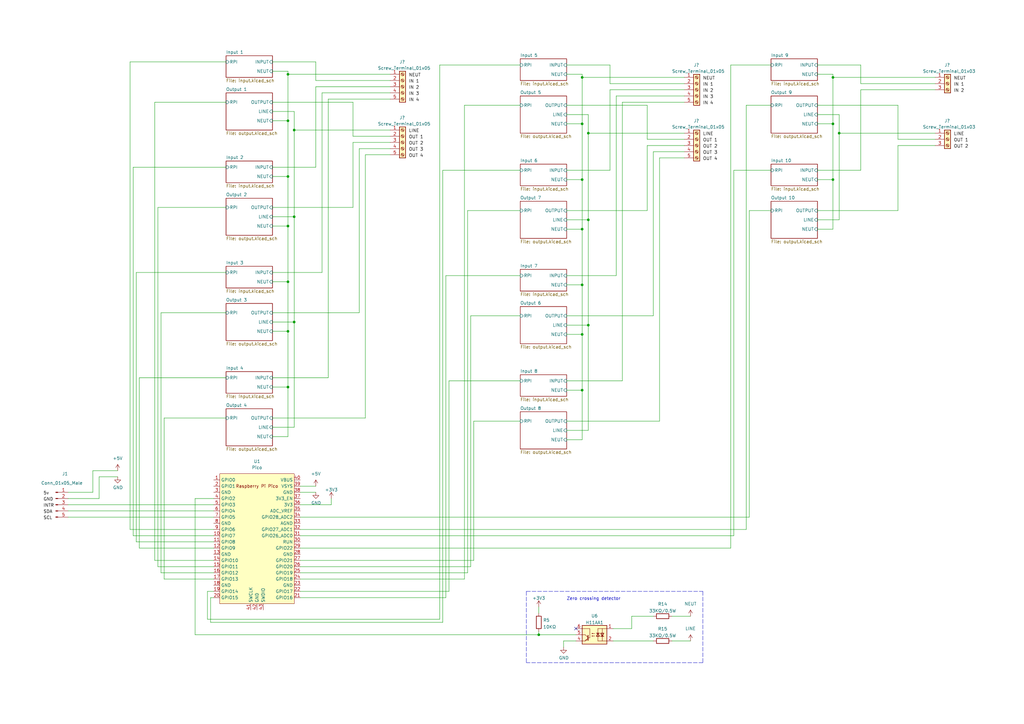
<source format=kicad_sch>
(kicad_sch (version 20211123) (generator eeschema)

  (uuid 9e00edb4-f0f4-46bc-a82d-075ebfd0d3ed)

  (paper "A3")

  (lib_symbols
    (symbol "Connector:Conn_01x05_Male" (pin_names (offset 1.016) hide) (in_bom yes) (on_board yes)
      (property "Reference" "J" (id 0) (at 0 7.62 0)
        (effects (font (size 1.27 1.27)))
      )
      (property "Value" "Conn_01x05_Male" (id 1) (at 0 -7.62 0)
        (effects (font (size 1.27 1.27)))
      )
      (property "Footprint" "" (id 2) (at 0 0 0)
        (effects (font (size 1.27 1.27)) hide)
      )
      (property "Datasheet" "~" (id 3) (at 0 0 0)
        (effects (font (size 1.27 1.27)) hide)
      )
      (property "ki_keywords" "connector" (id 4) (at 0 0 0)
        (effects (font (size 1.27 1.27)) hide)
      )
      (property "ki_description" "Generic connector, single row, 01x05, script generated (kicad-library-utils/schlib/autogen/connector/)" (id 5) (at 0 0 0)
        (effects (font (size 1.27 1.27)) hide)
      )
      (property "ki_fp_filters" "Connector*:*_1x??_*" (id 6) (at 0 0 0)
        (effects (font (size 1.27 1.27)) hide)
      )
      (symbol "Conn_01x05_Male_1_1"
        (polyline
          (pts
            (xy 1.27 -5.08)
            (xy 0.8636 -5.08)
          )
          (stroke (width 0.1524) (type default) (color 0 0 0 0))
          (fill (type none))
        )
        (polyline
          (pts
            (xy 1.27 -2.54)
            (xy 0.8636 -2.54)
          )
          (stroke (width 0.1524) (type default) (color 0 0 0 0))
          (fill (type none))
        )
        (polyline
          (pts
            (xy 1.27 0)
            (xy 0.8636 0)
          )
          (stroke (width 0.1524) (type default) (color 0 0 0 0))
          (fill (type none))
        )
        (polyline
          (pts
            (xy 1.27 2.54)
            (xy 0.8636 2.54)
          )
          (stroke (width 0.1524) (type default) (color 0 0 0 0))
          (fill (type none))
        )
        (polyline
          (pts
            (xy 1.27 5.08)
            (xy 0.8636 5.08)
          )
          (stroke (width 0.1524) (type default) (color 0 0 0 0))
          (fill (type none))
        )
        (rectangle (start 0.8636 -4.953) (end 0 -5.207)
          (stroke (width 0.1524) (type default) (color 0 0 0 0))
          (fill (type outline))
        )
        (rectangle (start 0.8636 -2.413) (end 0 -2.667)
          (stroke (width 0.1524) (type default) (color 0 0 0 0))
          (fill (type outline))
        )
        (rectangle (start 0.8636 0.127) (end 0 -0.127)
          (stroke (width 0.1524) (type default) (color 0 0 0 0))
          (fill (type outline))
        )
        (rectangle (start 0.8636 2.667) (end 0 2.413)
          (stroke (width 0.1524) (type default) (color 0 0 0 0))
          (fill (type outline))
        )
        (rectangle (start 0.8636 5.207) (end 0 4.953)
          (stroke (width 0.1524) (type default) (color 0 0 0 0))
          (fill (type outline))
        )
        (pin passive line (at 5.08 5.08 180) (length 3.81)
          (name "Pin_1" (effects (font (size 1.27 1.27))))
          (number "1" (effects (font (size 1.27 1.27))))
        )
        (pin passive line (at 5.08 2.54 180) (length 3.81)
          (name "Pin_2" (effects (font (size 1.27 1.27))))
          (number "2" (effects (font (size 1.27 1.27))))
        )
        (pin passive line (at 5.08 0 180) (length 3.81)
          (name "Pin_3" (effects (font (size 1.27 1.27))))
          (number "3" (effects (font (size 1.27 1.27))))
        )
        (pin passive line (at 5.08 -2.54 180) (length 3.81)
          (name "Pin_4" (effects (font (size 1.27 1.27))))
          (number "4" (effects (font (size 1.27 1.27))))
        )
        (pin passive line (at 5.08 -5.08 180) (length 3.81)
          (name "Pin_5" (effects (font (size 1.27 1.27))))
          (number "5" (effects (font (size 1.27 1.27))))
        )
      )
    )
    (symbol "Connector:Screw_Terminal_01x03" (pin_names (offset 1.016) hide) (in_bom yes) (on_board yes)
      (property "Reference" "J" (id 0) (at 0 5.08 0)
        (effects (font (size 1.27 1.27)))
      )
      (property "Value" "Screw_Terminal_01x03" (id 1) (at 0 -5.08 0)
        (effects (font (size 1.27 1.27)))
      )
      (property "Footprint" "" (id 2) (at 0 0 0)
        (effects (font (size 1.27 1.27)) hide)
      )
      (property "Datasheet" "~" (id 3) (at 0 0 0)
        (effects (font (size 1.27 1.27)) hide)
      )
      (property "ki_keywords" "screw terminal" (id 4) (at 0 0 0)
        (effects (font (size 1.27 1.27)) hide)
      )
      (property "ki_description" "Generic screw terminal, single row, 01x03, script generated (kicad-library-utils/schlib/autogen/connector/)" (id 5) (at 0 0 0)
        (effects (font (size 1.27 1.27)) hide)
      )
      (property "ki_fp_filters" "TerminalBlock*:*" (id 6) (at 0 0 0)
        (effects (font (size 1.27 1.27)) hide)
      )
      (symbol "Screw_Terminal_01x03_1_1"
        (rectangle (start -1.27 3.81) (end 1.27 -3.81)
          (stroke (width 0.254) (type default) (color 0 0 0 0))
          (fill (type background))
        )
        (circle (center 0 -2.54) (radius 0.635)
          (stroke (width 0.1524) (type default) (color 0 0 0 0))
          (fill (type none))
        )
        (polyline
          (pts
            (xy -0.5334 -2.2098)
            (xy 0.3302 -3.048)
          )
          (stroke (width 0.1524) (type default) (color 0 0 0 0))
          (fill (type none))
        )
        (polyline
          (pts
            (xy -0.5334 0.3302)
            (xy 0.3302 -0.508)
          )
          (stroke (width 0.1524) (type default) (color 0 0 0 0))
          (fill (type none))
        )
        (polyline
          (pts
            (xy -0.5334 2.8702)
            (xy 0.3302 2.032)
          )
          (stroke (width 0.1524) (type default) (color 0 0 0 0))
          (fill (type none))
        )
        (polyline
          (pts
            (xy -0.3556 -2.032)
            (xy 0.508 -2.8702)
          )
          (stroke (width 0.1524) (type default) (color 0 0 0 0))
          (fill (type none))
        )
        (polyline
          (pts
            (xy -0.3556 0.508)
            (xy 0.508 -0.3302)
          )
          (stroke (width 0.1524) (type default) (color 0 0 0 0))
          (fill (type none))
        )
        (polyline
          (pts
            (xy -0.3556 3.048)
            (xy 0.508 2.2098)
          )
          (stroke (width 0.1524) (type default) (color 0 0 0 0))
          (fill (type none))
        )
        (circle (center 0 0) (radius 0.635)
          (stroke (width 0.1524) (type default) (color 0 0 0 0))
          (fill (type none))
        )
        (circle (center 0 2.54) (radius 0.635)
          (stroke (width 0.1524) (type default) (color 0 0 0 0))
          (fill (type none))
        )
        (pin passive line (at -5.08 2.54 0) (length 3.81)
          (name "Pin_1" (effects (font (size 1.27 1.27))))
          (number "1" (effects (font (size 1.27 1.27))))
        )
        (pin passive line (at -5.08 0 0) (length 3.81)
          (name "Pin_2" (effects (font (size 1.27 1.27))))
          (number "2" (effects (font (size 1.27 1.27))))
        )
        (pin passive line (at -5.08 -2.54 0) (length 3.81)
          (name "Pin_3" (effects (font (size 1.27 1.27))))
          (number "3" (effects (font (size 1.27 1.27))))
        )
      )
    )
    (symbol "Connector:Screw_Terminal_01x05" (pin_names (offset 1.016) hide) (in_bom yes) (on_board yes)
      (property "Reference" "J" (id 0) (at 0 7.62 0)
        (effects (font (size 1.27 1.27)))
      )
      (property "Value" "Screw_Terminal_01x05" (id 1) (at 0 -7.62 0)
        (effects (font (size 1.27 1.27)))
      )
      (property "Footprint" "" (id 2) (at 0 0 0)
        (effects (font (size 1.27 1.27)) hide)
      )
      (property "Datasheet" "~" (id 3) (at 0 0 0)
        (effects (font (size 1.27 1.27)) hide)
      )
      (property "ki_keywords" "screw terminal" (id 4) (at 0 0 0)
        (effects (font (size 1.27 1.27)) hide)
      )
      (property "ki_description" "Generic screw terminal, single row, 01x05, script generated (kicad-library-utils/schlib/autogen/connector/)" (id 5) (at 0 0 0)
        (effects (font (size 1.27 1.27)) hide)
      )
      (property "ki_fp_filters" "TerminalBlock*:*" (id 6) (at 0 0 0)
        (effects (font (size 1.27 1.27)) hide)
      )
      (symbol "Screw_Terminal_01x05_1_1"
        (rectangle (start -1.27 6.35) (end 1.27 -6.35)
          (stroke (width 0.254) (type default) (color 0 0 0 0))
          (fill (type background))
        )
        (circle (center 0 -5.08) (radius 0.635)
          (stroke (width 0.1524) (type default) (color 0 0 0 0))
          (fill (type none))
        )
        (circle (center 0 -2.54) (radius 0.635)
          (stroke (width 0.1524) (type default) (color 0 0 0 0))
          (fill (type none))
        )
        (polyline
          (pts
            (xy -0.5334 -4.7498)
            (xy 0.3302 -5.588)
          )
          (stroke (width 0.1524) (type default) (color 0 0 0 0))
          (fill (type none))
        )
        (polyline
          (pts
            (xy -0.5334 -2.2098)
            (xy 0.3302 -3.048)
          )
          (stroke (width 0.1524) (type default) (color 0 0 0 0))
          (fill (type none))
        )
        (polyline
          (pts
            (xy -0.5334 0.3302)
            (xy 0.3302 -0.508)
          )
          (stroke (width 0.1524) (type default) (color 0 0 0 0))
          (fill (type none))
        )
        (polyline
          (pts
            (xy -0.5334 2.8702)
            (xy 0.3302 2.032)
          )
          (stroke (width 0.1524) (type default) (color 0 0 0 0))
          (fill (type none))
        )
        (polyline
          (pts
            (xy -0.5334 5.4102)
            (xy 0.3302 4.572)
          )
          (stroke (width 0.1524) (type default) (color 0 0 0 0))
          (fill (type none))
        )
        (polyline
          (pts
            (xy -0.3556 -4.572)
            (xy 0.508 -5.4102)
          )
          (stroke (width 0.1524) (type default) (color 0 0 0 0))
          (fill (type none))
        )
        (polyline
          (pts
            (xy -0.3556 -2.032)
            (xy 0.508 -2.8702)
          )
          (stroke (width 0.1524) (type default) (color 0 0 0 0))
          (fill (type none))
        )
        (polyline
          (pts
            (xy -0.3556 0.508)
            (xy 0.508 -0.3302)
          )
          (stroke (width 0.1524) (type default) (color 0 0 0 0))
          (fill (type none))
        )
        (polyline
          (pts
            (xy -0.3556 3.048)
            (xy 0.508 2.2098)
          )
          (stroke (width 0.1524) (type default) (color 0 0 0 0))
          (fill (type none))
        )
        (polyline
          (pts
            (xy -0.3556 5.588)
            (xy 0.508 4.7498)
          )
          (stroke (width 0.1524) (type default) (color 0 0 0 0))
          (fill (type none))
        )
        (circle (center 0 0) (radius 0.635)
          (stroke (width 0.1524) (type default) (color 0 0 0 0))
          (fill (type none))
        )
        (circle (center 0 2.54) (radius 0.635)
          (stroke (width 0.1524) (type default) (color 0 0 0 0))
          (fill (type none))
        )
        (circle (center 0 5.08) (radius 0.635)
          (stroke (width 0.1524) (type default) (color 0 0 0 0))
          (fill (type none))
        )
        (pin passive line (at -5.08 5.08 0) (length 3.81)
          (name "Pin_1" (effects (font (size 1.27 1.27))))
          (number "1" (effects (font (size 1.27 1.27))))
        )
        (pin passive line (at -5.08 2.54 0) (length 3.81)
          (name "Pin_2" (effects (font (size 1.27 1.27))))
          (number "2" (effects (font (size 1.27 1.27))))
        )
        (pin passive line (at -5.08 0 0) (length 3.81)
          (name "Pin_3" (effects (font (size 1.27 1.27))))
          (number "3" (effects (font (size 1.27 1.27))))
        )
        (pin passive line (at -5.08 -2.54 0) (length 3.81)
          (name "Pin_4" (effects (font (size 1.27 1.27))))
          (number "4" (effects (font (size 1.27 1.27))))
        )
        (pin passive line (at -5.08 -5.08 0) (length 3.81)
          (name "Pin_5" (effects (font (size 1.27 1.27))))
          (number "5" (effects (font (size 1.27 1.27))))
        )
      )
    )
    (symbol "Device:R" (pin_numbers hide) (pin_names (offset 0)) (in_bom yes) (on_board yes)
      (property "Reference" "R" (id 0) (at 2.032 0 90)
        (effects (font (size 1.27 1.27)))
      )
      (property "Value" "R" (id 1) (at 0 0 90)
        (effects (font (size 1.27 1.27)))
      )
      (property "Footprint" "" (id 2) (at -1.778 0 90)
        (effects (font (size 1.27 1.27)) hide)
      )
      (property "Datasheet" "~" (id 3) (at 0 0 0)
        (effects (font (size 1.27 1.27)) hide)
      )
      (property "ki_keywords" "R res resistor" (id 4) (at 0 0 0)
        (effects (font (size 1.27 1.27)) hide)
      )
      (property "ki_description" "Resistor" (id 5) (at 0 0 0)
        (effects (font (size 1.27 1.27)) hide)
      )
      (property "ki_fp_filters" "R_*" (id 6) (at 0 0 0)
        (effects (font (size 1.27 1.27)) hide)
      )
      (symbol "R_0_1"
        (rectangle (start -1.016 -2.54) (end 1.016 2.54)
          (stroke (width 0.254) (type default) (color 0 0 0 0))
          (fill (type none))
        )
      )
      (symbol "R_1_1"
        (pin passive line (at 0 3.81 270) (length 1.27)
          (name "~" (effects (font (size 1.27 1.27))))
          (number "1" (effects (font (size 1.27 1.27))))
        )
        (pin passive line (at 0 -3.81 90) (length 1.27)
          (name "~" (effects (font (size 1.27 1.27))))
          (number "2" (effects (font (size 1.27 1.27))))
        )
      )
    )
    (symbol "Isolator:H11AA1" (in_bom yes) (on_board yes)
      (property "Reference" "U" (id 0) (at -5.334 4.953 0)
        (effects (font (size 1.27 1.27)) (justify left))
      )
      (property "Value" "H11AA1" (id 1) (at 0.635 4.953 0)
        (effects (font (size 1.27 1.27)) (justify left))
      )
      (property "Footprint" "Package_DIP:DIP-6_W7.62mm" (id 2) (at -12.446 -4.953 0)
        (effects (font (size 1.27 1.27) italic) (justify left) hide)
      )
      (property "Datasheet" "https://www.vishay.com/docs/83608/h11aa1.pdf" (id 3) (at 19.304 16.002 0)
        (effects (font (size 1.27 1.27)) (justify left) hide)
      )
      (property "ki_keywords" "NPN AC DC Optocoupler" (id 4) (at 0 0 0)
        (effects (font (size 1.27 1.27)) hide)
      )
      (property "ki_description" "AC/DC NPN Optocoupler, DIP-6" (id 5) (at 0 0 0)
        (effects (font (size 1.27 1.27)) hide)
      )
      (property "ki_fp_filters" "DIP*W7.62mm*" (id 6) (at 0 0 0)
        (effects (font (size 1.27 1.27)) hide)
      )
      (symbol "H11AA1_0_1"
        (polyline
          (pts
            (xy -2.032 0.635)
            (xy -0.762 0.635)
          )
          (stroke (width 0.254) (type default) (color 0 0 0 0))
          (fill (type none))
        )
        (polyline
          (pts
            (xy -1.397 -2.54)
            (xy -3.175 -2.54)
          )
          (stroke (width 0.1524) (type default) (color 0 0 0 0))
          (fill (type none))
        )
        (polyline
          (pts
            (xy -1.397 -0.635)
            (xy -1.397 -2.54)
          )
          (stroke (width 0) (type default) (color 0 0 0 0))
          (fill (type none))
        )
        (polyline
          (pts
            (xy -1.397 0.635)
            (xy -1.397 -0.635)
          )
          (stroke (width 0) (type default) (color 0 0 0 0))
          (fill (type none))
        )
        (polyline
          (pts
            (xy -1.397 0.635)
            (xy -1.397 2.54)
          )
          (stroke (width 0) (type default) (color 0 0 0 0))
          (fill (type none))
        )
        (polyline
          (pts
            (xy -1.397 2.54)
            (xy -3.175 2.54)
          )
          (stroke (width 0.1524) (type default) (color 0 0 0 0))
          (fill (type none))
        )
        (polyline
          (pts
            (xy -1.397 0.635)
            (xy -2.032 -0.635)
            (xy -0.762 -0.635)
            (xy -1.397 0.635)
          )
          (stroke (width 0.254) (type default) (color 0 0 0 0))
          (fill (type none))
        )
      )
      (symbol "H11AA1_1_1"
        (rectangle (start -5.08 3.81) (end 5.08 -3.81)
          (stroke (width 0.254) (type default) (color 0 0 0 0))
          (fill (type background))
        )
        (polyline
          (pts
            (xy -3.81 -0.635)
            (xy -2.54 -0.635)
          )
          (stroke (width 0.254) (type default) (color 0 0 0 0))
          (fill (type none))
        )
        (polyline
          (pts
            (xy 2.667 -1.397)
            (xy 3.81 -2.54)
          )
          (stroke (width 0) (type default) (color 0 0 0 0))
          (fill (type none))
        )
        (polyline
          (pts
            (xy 2.667 -1.143)
            (xy 3.81 0)
          )
          (stroke (width 0) (type default) (color 0 0 0 0))
          (fill (type none))
        )
        (polyline
          (pts
            (xy 3.81 -2.54)
            (xy 5.08 -2.54)
          )
          (stroke (width 0) (type default) (color 0 0 0 0))
          (fill (type none))
        )
        (polyline
          (pts
            (xy 3.81 0)
            (xy 5.08 0)
          )
          (stroke (width 0) (type default) (color 0 0 0 0))
          (fill (type none))
        )
        (polyline
          (pts
            (xy 2.667 -0.254)
            (xy 2.667 -2.286)
            (xy 2.667 -2.286)
          )
          (stroke (width 0.3556) (type default) (color 0 0 0 0))
          (fill (type none))
        )
        (polyline
          (pts
            (xy -5.08 -2.54)
            (xy -3.175 -2.54)
            (xy -3.175 2.54)
            (xy -5.08 2.54)
          )
          (stroke (width 0) (type default) (color 0 0 0 0))
          (fill (type none))
        )
        (polyline
          (pts
            (xy -3.175 -0.635)
            (xy -3.81 0.635)
            (xy -2.54 0.635)
            (xy -3.175 -0.635)
          )
          (stroke (width 0.254) (type default) (color 0 0 0 0))
          (fill (type none))
        )
        (polyline
          (pts
            (xy 3.683 -2.413)
            (xy 3.429 -1.905)
            (xy 3.175 -2.159)
            (xy 3.683 -2.413)
          )
          (stroke (width 0) (type default) (color 0 0 0 0))
          (fill (type none))
        )
        (polyline
          (pts
            (xy 5.08 2.54)
            (xy 1.905 2.54)
            (xy 1.905 -1.27)
            (xy 2.54 -1.27)
          )
          (stroke (width 0) (type default) (color 0 0 0 0))
          (fill (type none))
        )
        (polyline
          (pts
            (xy -0.127 -0.508)
            (xy 1.143 -0.508)
            (xy 0.762 -0.635)
            (xy 0.762 -0.381)
            (xy 1.143 -0.508)
          )
          (stroke (width 0) (type default) (color 0 0 0 0))
          (fill (type none))
        )
        (polyline
          (pts
            (xy -0.127 0.508)
            (xy 1.143 0.508)
            (xy 0.762 0.381)
            (xy 0.762 0.635)
            (xy 1.143 0.508)
          )
          (stroke (width 0) (type default) (color 0 0 0 0))
          (fill (type none))
        )
        (pin passive line (at -7.62 2.54 0) (length 2.54)
          (name "~" (effects (font (size 1.27 1.27))))
          (number "1" (effects (font (size 1.27 1.27))))
        )
        (pin passive line (at -7.62 -2.54 0) (length 2.54)
          (name "~" (effects (font (size 1.27 1.27))))
          (number "2" (effects (font (size 1.27 1.27))))
        )
        (pin no_connect line (at -5.08 0 0) (length 2.54) hide
          (name "NC" (effects (font (size 1.27 1.27))))
          (number "3" (effects (font (size 1.27 1.27))))
        )
        (pin passive line (at 7.62 -2.54 180) (length 2.54)
          (name "~" (effects (font (size 1.27 1.27))))
          (number "4" (effects (font (size 1.27 1.27))))
        )
        (pin passive line (at 7.62 0 180) (length 2.54)
          (name "~" (effects (font (size 1.27 1.27))))
          (number "5" (effects (font (size 1.27 1.27))))
        )
        (pin passive line (at 7.62 2.54 180) (length 2.54)
          (name "~" (effects (font (size 1.27 1.27))))
          (number "6" (effects (font (size 1.27 1.27))))
        )
      )
    )
    (symbol "MCU_RaspberryPi_and_Boards:Pico" (in_bom yes) (on_board yes)
      (property "Reference" "U" (id 0) (at -13.97 27.94 0)
        (effects (font (size 1.27 1.27)))
      )
      (property "Value" "Pico" (id 1) (at 0 19.05 0)
        (effects (font (size 1.27 1.27)))
      )
      (property "Footprint" "RPi_Pico:RPi_Pico_SMD_TH" (id 2) (at 0 0 90)
        (effects (font (size 1.27 1.27)) hide)
      )
      (property "Datasheet" "" (id 3) (at 0 0 0)
        (effects (font (size 1.27 1.27)) hide)
      )
      (symbol "Pico_0_0"
        (text "Raspberry Pi Pico" (at 0 21.59 0)
          (effects (font (size 1.27 1.27)))
        )
      )
      (symbol "Pico_0_1"
        (rectangle (start -15.24 26.67) (end 15.24 -26.67)
          (stroke (width 0) (type default) (color 0 0 0 0))
          (fill (type background))
        )
      )
      (symbol "Pico_1_1"
        (pin bidirectional line (at -17.78 24.13 0) (length 2.54)
          (name "GPIO0" (effects (font (size 1.27 1.27))))
          (number "1" (effects (font (size 1.27 1.27))))
        )
        (pin bidirectional line (at -17.78 1.27 0) (length 2.54)
          (name "GPIO7" (effects (font (size 1.27 1.27))))
          (number "10" (effects (font (size 1.27 1.27))))
        )
        (pin bidirectional line (at -17.78 -1.27 0) (length 2.54)
          (name "GPIO8" (effects (font (size 1.27 1.27))))
          (number "11" (effects (font (size 1.27 1.27))))
        )
        (pin bidirectional line (at -17.78 -3.81 0) (length 2.54)
          (name "GPIO9" (effects (font (size 1.27 1.27))))
          (number "12" (effects (font (size 1.27 1.27))))
        )
        (pin power_in line (at -17.78 -6.35 0) (length 2.54)
          (name "GND" (effects (font (size 1.27 1.27))))
          (number "13" (effects (font (size 1.27 1.27))))
        )
        (pin bidirectional line (at -17.78 -8.89 0) (length 2.54)
          (name "GPIO10" (effects (font (size 1.27 1.27))))
          (number "14" (effects (font (size 1.27 1.27))))
        )
        (pin bidirectional line (at -17.78 -11.43 0) (length 2.54)
          (name "GPIO11" (effects (font (size 1.27 1.27))))
          (number "15" (effects (font (size 1.27 1.27))))
        )
        (pin bidirectional line (at -17.78 -13.97 0) (length 2.54)
          (name "GPIO12" (effects (font (size 1.27 1.27))))
          (number "16" (effects (font (size 1.27 1.27))))
        )
        (pin bidirectional line (at -17.78 -16.51 0) (length 2.54)
          (name "GPIO13" (effects (font (size 1.27 1.27))))
          (number "17" (effects (font (size 1.27 1.27))))
        )
        (pin power_in line (at -17.78 -19.05 0) (length 2.54)
          (name "GND" (effects (font (size 1.27 1.27))))
          (number "18" (effects (font (size 1.27 1.27))))
        )
        (pin bidirectional line (at -17.78 -21.59 0) (length 2.54)
          (name "GPIO14" (effects (font (size 1.27 1.27))))
          (number "19" (effects (font (size 1.27 1.27))))
        )
        (pin bidirectional line (at -17.78 21.59 0) (length 2.54)
          (name "GPIO1" (effects (font (size 1.27 1.27))))
          (number "2" (effects (font (size 1.27 1.27))))
        )
        (pin bidirectional line (at -17.78 -24.13 0) (length 2.54)
          (name "GPIO15" (effects (font (size 1.27 1.27))))
          (number "20" (effects (font (size 1.27 1.27))))
        )
        (pin bidirectional line (at 17.78 -24.13 180) (length 2.54)
          (name "GPIO16" (effects (font (size 1.27 1.27))))
          (number "21" (effects (font (size 1.27 1.27))))
        )
        (pin bidirectional line (at 17.78 -21.59 180) (length 2.54)
          (name "GPIO17" (effects (font (size 1.27 1.27))))
          (number "22" (effects (font (size 1.27 1.27))))
        )
        (pin power_in line (at 17.78 -19.05 180) (length 2.54)
          (name "GND" (effects (font (size 1.27 1.27))))
          (number "23" (effects (font (size 1.27 1.27))))
        )
        (pin bidirectional line (at 17.78 -16.51 180) (length 2.54)
          (name "GPIO18" (effects (font (size 1.27 1.27))))
          (number "24" (effects (font (size 1.27 1.27))))
        )
        (pin bidirectional line (at 17.78 -13.97 180) (length 2.54)
          (name "GPIO19" (effects (font (size 1.27 1.27))))
          (number "25" (effects (font (size 1.27 1.27))))
        )
        (pin bidirectional line (at 17.78 -11.43 180) (length 2.54)
          (name "GPIO20" (effects (font (size 1.27 1.27))))
          (number "26" (effects (font (size 1.27 1.27))))
        )
        (pin bidirectional line (at 17.78 -8.89 180) (length 2.54)
          (name "GPIO21" (effects (font (size 1.27 1.27))))
          (number "27" (effects (font (size 1.27 1.27))))
        )
        (pin power_in line (at 17.78 -6.35 180) (length 2.54)
          (name "GND" (effects (font (size 1.27 1.27))))
          (number "28" (effects (font (size 1.27 1.27))))
        )
        (pin bidirectional line (at 17.78 -3.81 180) (length 2.54)
          (name "GPIO22" (effects (font (size 1.27 1.27))))
          (number "29" (effects (font (size 1.27 1.27))))
        )
        (pin power_in line (at -17.78 19.05 0) (length 2.54)
          (name "GND" (effects (font (size 1.27 1.27))))
          (number "3" (effects (font (size 1.27 1.27))))
        )
        (pin input line (at 17.78 -1.27 180) (length 2.54)
          (name "RUN" (effects (font (size 1.27 1.27))))
          (number "30" (effects (font (size 1.27 1.27))))
        )
        (pin bidirectional line (at 17.78 1.27 180) (length 2.54)
          (name "GPIO26_ADC0" (effects (font (size 1.27 1.27))))
          (number "31" (effects (font (size 1.27 1.27))))
        )
        (pin bidirectional line (at 17.78 3.81 180) (length 2.54)
          (name "GPIO27_ADC1" (effects (font (size 1.27 1.27))))
          (number "32" (effects (font (size 1.27 1.27))))
        )
        (pin power_in line (at 17.78 6.35 180) (length 2.54)
          (name "AGND" (effects (font (size 1.27 1.27))))
          (number "33" (effects (font (size 1.27 1.27))))
        )
        (pin bidirectional line (at 17.78 8.89 180) (length 2.54)
          (name "GPIO28_ADC2" (effects (font (size 1.27 1.27))))
          (number "34" (effects (font (size 1.27 1.27))))
        )
        (pin power_in line (at 17.78 11.43 180) (length 2.54)
          (name "ADC_VREF" (effects (font (size 1.27 1.27))))
          (number "35" (effects (font (size 1.27 1.27))))
        )
        (pin power_in line (at 17.78 13.97 180) (length 2.54)
          (name "3V3" (effects (font (size 1.27 1.27))))
          (number "36" (effects (font (size 1.27 1.27))))
        )
        (pin input line (at 17.78 16.51 180) (length 2.54)
          (name "3V3_EN" (effects (font (size 1.27 1.27))))
          (number "37" (effects (font (size 1.27 1.27))))
        )
        (pin bidirectional line (at 17.78 19.05 180) (length 2.54)
          (name "GND" (effects (font (size 1.27 1.27))))
          (number "38" (effects (font (size 1.27 1.27))))
        )
        (pin power_in line (at 17.78 21.59 180) (length 2.54)
          (name "VSYS" (effects (font (size 1.27 1.27))))
          (number "39" (effects (font (size 1.27 1.27))))
        )
        (pin bidirectional line (at -17.78 16.51 0) (length 2.54)
          (name "GPIO2" (effects (font (size 1.27 1.27))))
          (number "4" (effects (font (size 1.27 1.27))))
        )
        (pin power_in line (at 17.78 24.13 180) (length 2.54)
          (name "VBUS" (effects (font (size 1.27 1.27))))
          (number "40" (effects (font (size 1.27 1.27))))
        )
        (pin input line (at -2.54 -29.21 90) (length 2.54)
          (name "SWCLK" (effects (font (size 1.27 1.27))))
          (number "41" (effects (font (size 1.27 1.27))))
        )
        (pin power_in line (at 0 -29.21 90) (length 2.54)
          (name "GND" (effects (font (size 1.27 1.27))))
          (number "42" (effects (font (size 1.27 1.27))))
        )
        (pin bidirectional line (at 2.54 -29.21 90) (length 2.54)
          (name "SWDIO" (effects (font (size 1.27 1.27))))
          (number "43" (effects (font (size 1.27 1.27))))
        )
        (pin bidirectional line (at -17.78 13.97 0) (length 2.54)
          (name "GPIO3" (effects (font (size 1.27 1.27))))
          (number "5" (effects (font (size 1.27 1.27))))
        )
        (pin bidirectional line (at -17.78 11.43 0) (length 2.54)
          (name "GPIO4" (effects (font (size 1.27 1.27))))
          (number "6" (effects (font (size 1.27 1.27))))
        )
        (pin bidirectional line (at -17.78 8.89 0) (length 2.54)
          (name "GPIO5" (effects (font (size 1.27 1.27))))
          (number "7" (effects (font (size 1.27 1.27))))
        )
        (pin power_in line (at -17.78 6.35 0) (length 2.54)
          (name "GND" (effects (font (size 1.27 1.27))))
          (number "8" (effects (font (size 1.27 1.27))))
        )
        (pin bidirectional line (at -17.78 3.81 0) (length 2.54)
          (name "GPIO6" (effects (font (size 1.27 1.27))))
          (number "9" (effects (font (size 1.27 1.27))))
        )
      )
    )
    (symbol "power:+3V3" (power) (pin_names (offset 0)) (in_bom yes) (on_board yes)
      (property "Reference" "#PWR" (id 0) (at 0 -3.81 0)
        (effects (font (size 1.27 1.27)) hide)
      )
      (property "Value" "+3V3" (id 1) (at 0 3.556 0)
        (effects (font (size 1.27 1.27)))
      )
      (property "Footprint" "" (id 2) (at 0 0 0)
        (effects (font (size 1.27 1.27)) hide)
      )
      (property "Datasheet" "" (id 3) (at 0 0 0)
        (effects (font (size 1.27 1.27)) hide)
      )
      (property "ki_keywords" "power-flag" (id 4) (at 0 0 0)
        (effects (font (size 1.27 1.27)) hide)
      )
      (property "ki_description" "Power symbol creates a global label with name \"+3V3\"" (id 5) (at 0 0 0)
        (effects (font (size 1.27 1.27)) hide)
      )
      (symbol "+3V3_0_1"
        (polyline
          (pts
            (xy -0.762 1.27)
            (xy 0 2.54)
          )
          (stroke (width 0) (type default) (color 0 0 0 0))
          (fill (type none))
        )
        (polyline
          (pts
            (xy 0 0)
            (xy 0 2.54)
          )
          (stroke (width 0) (type default) (color 0 0 0 0))
          (fill (type none))
        )
        (polyline
          (pts
            (xy 0 2.54)
            (xy 0.762 1.27)
          )
          (stroke (width 0) (type default) (color 0 0 0 0))
          (fill (type none))
        )
      )
      (symbol "+3V3_1_1"
        (pin power_in line (at 0 0 90) (length 0) hide
          (name "+3V3" (effects (font (size 1.27 1.27))))
          (number "1" (effects (font (size 1.27 1.27))))
        )
      )
    )
    (symbol "power:+5V" (power) (pin_names (offset 0)) (in_bom yes) (on_board yes)
      (property "Reference" "#PWR" (id 0) (at 0 -3.81 0)
        (effects (font (size 1.27 1.27)) hide)
      )
      (property "Value" "+5V" (id 1) (at 0 3.556 0)
        (effects (font (size 1.27 1.27)))
      )
      (property "Footprint" "" (id 2) (at 0 0 0)
        (effects (font (size 1.27 1.27)) hide)
      )
      (property "Datasheet" "" (id 3) (at 0 0 0)
        (effects (font (size 1.27 1.27)) hide)
      )
      (property "ki_keywords" "power-flag" (id 4) (at 0 0 0)
        (effects (font (size 1.27 1.27)) hide)
      )
      (property "ki_description" "Power symbol creates a global label with name \"+5V\"" (id 5) (at 0 0 0)
        (effects (font (size 1.27 1.27)) hide)
      )
      (symbol "+5V_0_1"
        (polyline
          (pts
            (xy -0.762 1.27)
            (xy 0 2.54)
          )
          (stroke (width 0) (type default) (color 0 0 0 0))
          (fill (type none))
        )
        (polyline
          (pts
            (xy 0 0)
            (xy 0 2.54)
          )
          (stroke (width 0) (type default) (color 0 0 0 0))
          (fill (type none))
        )
        (polyline
          (pts
            (xy 0 2.54)
            (xy 0.762 1.27)
          )
          (stroke (width 0) (type default) (color 0 0 0 0))
          (fill (type none))
        )
      )
      (symbol "+5V_1_1"
        (pin power_in line (at 0 0 90) (length 0) hide
          (name "+5V" (effects (font (size 1.27 1.27))))
          (number "1" (effects (font (size 1.27 1.27))))
        )
      )
    )
    (symbol "power:GND" (power) (pin_names (offset 0)) (in_bom yes) (on_board yes)
      (property "Reference" "#PWR" (id 0) (at 0 -6.35 0)
        (effects (font (size 1.27 1.27)) hide)
      )
      (property "Value" "GND" (id 1) (at 0 -3.81 0)
        (effects (font (size 1.27 1.27)))
      )
      (property "Footprint" "" (id 2) (at 0 0 0)
        (effects (font (size 1.27 1.27)) hide)
      )
      (property "Datasheet" "" (id 3) (at 0 0 0)
        (effects (font (size 1.27 1.27)) hide)
      )
      (property "ki_keywords" "power-flag" (id 4) (at 0 0 0)
        (effects (font (size 1.27 1.27)) hide)
      )
      (property "ki_description" "Power symbol creates a global label with name \"GND\" , ground" (id 5) (at 0 0 0)
        (effects (font (size 1.27 1.27)) hide)
      )
      (symbol "GND_0_1"
        (polyline
          (pts
            (xy 0 0)
            (xy 0 -1.27)
            (xy 1.27 -1.27)
            (xy 0 -2.54)
            (xy -1.27 -1.27)
            (xy 0 -1.27)
          )
          (stroke (width 0) (type default) (color 0 0 0 0))
          (fill (type none))
        )
      )
      (symbol "GND_1_1"
        (pin power_in line (at 0 0 270) (length 0) hide
          (name "GND" (effects (font (size 1.27 1.27))))
          (number "1" (effects (font (size 1.27 1.27))))
        )
      )
    )
    (symbol "power:LINE" (power) (pin_names (offset 0)) (in_bom yes) (on_board yes)
      (property "Reference" "#PWR" (id 0) (at 0 -3.81 0)
        (effects (font (size 1.27 1.27)) hide)
      )
      (property "Value" "LINE" (id 1) (at 0 3.81 0)
        (effects (font (size 1.27 1.27)))
      )
      (property "Footprint" "" (id 2) (at 0 0 0)
        (effects (font (size 1.27 1.27)) hide)
      )
      (property "Datasheet" "" (id 3) (at 0 0 0)
        (effects (font (size 1.27 1.27)) hide)
      )
      (property "ki_keywords" "power-flag" (id 4) (at 0 0 0)
        (effects (font (size 1.27 1.27)) hide)
      )
      (property "ki_description" "Power symbol creates a global label with name \"LINE\"" (id 5) (at 0 0 0)
        (effects (font (size 1.27 1.27)) hide)
      )
      (symbol "LINE_0_1"
        (polyline
          (pts
            (xy -0.762 1.27)
            (xy 0 2.54)
          )
          (stroke (width 0) (type default) (color 0 0 0 0))
          (fill (type none))
        )
        (polyline
          (pts
            (xy 0 0)
            (xy 0 2.54)
          )
          (stroke (width 0) (type default) (color 0 0 0 0))
          (fill (type none))
        )
        (polyline
          (pts
            (xy 0 2.54)
            (xy 0.762 1.27)
          )
          (stroke (width 0) (type default) (color 0 0 0 0))
          (fill (type none))
        )
      )
      (symbol "LINE_1_1"
        (pin power_in line (at 0 0 90) (length 0) hide
          (name "LINE" (effects (font (size 1.27 1.27))))
          (number "1" (effects (font (size 1.27 1.27))))
        )
      )
    )
    (symbol "power:NEUT" (power) (pin_names (offset 0)) (in_bom yes) (on_board yes)
      (property "Reference" "#PWR" (id 0) (at 0 -3.81 0)
        (effects (font (size 1.27 1.27)) hide)
      )
      (property "Value" "NEUT" (id 1) (at 0 3.81 0)
        (effects (font (size 1.27 1.27)))
      )
      (property "Footprint" "" (id 2) (at 0 0 0)
        (effects (font (size 1.27 1.27)) hide)
      )
      (property "Datasheet" "" (id 3) (at 0 0 0)
        (effects (font (size 1.27 1.27)) hide)
      )
      (property "ki_keywords" "power-flag" (id 4) (at 0 0 0)
        (effects (font (size 1.27 1.27)) hide)
      )
      (property "ki_description" "Power symbol creates a global label with name \"NEUT\"" (id 5) (at 0 0 0)
        (effects (font (size 1.27 1.27)) hide)
      )
      (symbol "NEUT_0_1"
        (polyline
          (pts
            (xy -0.762 1.27)
            (xy 0 2.54)
          )
          (stroke (width 0) (type default) (color 0 0 0 0))
          (fill (type none))
        )
        (polyline
          (pts
            (xy 0 0)
            (xy 0 2.54)
          )
          (stroke (width 0) (type default) (color 0 0 0 0))
          (fill (type none))
        )
        (polyline
          (pts
            (xy 0 2.54)
            (xy 0.762 1.27)
          )
          (stroke (width 0) (type default) (color 0 0 0 0))
          (fill (type none))
        )
      )
      (symbol "NEUT_1_1"
        (pin power_in line (at 0 0 90) (length 0) hide
          (name "NEUT" (effects (font (size 1.27 1.27))))
          (number "1" (effects (font (size 1.27 1.27))))
        )
      )
    )
  )

  (junction (at 238.76 31.75) (diameter 0) (color 0 0 0 0)
    (uuid 05c0a006-3125-426f-88e3-3fc136aa4aea)
  )
  (junction (at 118.11 49.53) (diameter 0) (color 0 0 0 0)
    (uuid 200e9ea6-eb43-4b22-9360-1cd8a4a8dc81)
  )
  (junction (at 120.65 88.9) (diameter 0) (color 0 0 0 0)
    (uuid 30b2e436-1c11-4727-8028-572b1b2a5a3f)
  )
  (junction (at 220.98 260.35) (diameter 0) (color 0 0 0 0)
    (uuid 388084b9-181a-419e-94ae-48fd2fba1f24)
  )
  (junction (at 238.76 116.84) (diameter 0) (color 0 0 0 0)
    (uuid 55d161cb-a03b-4a51-8115-54220f058d37)
  )
  (junction (at 120.65 53.34) (diameter 0) (color 0 0 0 0)
    (uuid 5694da8e-2c69-4638-ac14-b45fcbc9ee2f)
  )
  (junction (at 341.63 50.8) (diameter 0) (color 0 0 0 0)
    (uuid 5cd8c30c-3ceb-4f73-9982-f6f083ecc520)
  )
  (junction (at 238.76 50.8) (diameter 0) (color 0 0 0 0)
    (uuid 6ef5f92b-26c5-42a0-9285-18dbf977f9c2)
  )
  (junction (at 238.76 137.16) (diameter 0) (color 0 0 0 0)
    (uuid 7008ef96-5682-47af-aaaf-c386e2cb282c)
  )
  (junction (at 120.65 132.08) (diameter 0) (color 0 0 0 0)
    (uuid 8340d083-2932-4cf3-98f5-7bccec1eb4cf)
  )
  (junction (at 341.63 31.75) (diameter 0) (color 0 0 0 0)
    (uuid 8d27baaf-2d88-4ba3-bc9b-24a14bdbe584)
  )
  (junction (at 241.3 90.17) (diameter 0) (color 0 0 0 0)
    (uuid 947597dd-456e-404b-8664-58c42bb448a1)
  )
  (junction (at 118.11 135.89) (diameter 0) (color 0 0 0 0)
    (uuid 9c999893-e970-41f6-b80a-b7a28d24df70)
  )
  (junction (at 344.17 54.61) (diameter 0) (color 0 0 0 0)
    (uuid a25545eb-0f5f-4c69-807d-bb7a38d9af99)
  )
  (junction (at 341.63 73.66) (diameter 0) (color 0 0 0 0)
    (uuid c49edd25-e7df-4d3e-9660-16a73d6793a2)
  )
  (junction (at 118.11 115.57) (diameter 0) (color 0 0 0 0)
    (uuid c50ea713-27d3-462f-9abc-4d49b67080a6)
  )
  (junction (at 241.3 54.61) (diameter 0) (color 0 0 0 0)
    (uuid c537a2a5-27cd-411d-b650-9a257b61e149)
  )
  (junction (at 118.11 92.71) (diameter 0) (color 0 0 0 0)
    (uuid d7249390-cb4b-4088-8d9f-888f7e452753)
  )
  (junction (at 118.11 30.48) (diameter 0) (color 0 0 0 0)
    (uuid daf7236f-6e2f-46e7-a166-63cdb501d95d)
  )
  (junction (at 118.11 72.39) (diameter 0) (color 0 0 0 0)
    (uuid dde856ed-6403-43fc-9775-6c88bc88733e)
  )
  (junction (at 238.76 160.02) (diameter 0) (color 0 0 0 0)
    (uuid e89b1ac2-0322-4e98-a2cb-68613d3541d6)
  )
  (junction (at 238.76 93.98) (diameter 0) (color 0 0 0 0)
    (uuid ebbe9b14-337d-4498-b47c-dd6c8cf60ef0)
  )
  (junction (at 118.11 158.75) (diameter 0) (color 0 0 0 0)
    (uuid eef30652-8a23-4ee7-8589-d01139a0bf7b)
  )
  (junction (at 238.76 73.66) (diameter 0) (color 0 0 0 0)
    (uuid f09a8b40-e62a-4065-8860-853563d855ff)
  )
  (junction (at 241.3 133.35) (diameter 0) (color 0 0 0 0)
    (uuid f87a4ce4-0d25-4c37-b645-949c7f97c1d1)
  )

  (no_connect (at 236.22 257.81) (uuid ea567fea-c672-48e6-9657-5579b1397edc))

  (wire (pts (xy 80.01 260.35) (xy 220.98 260.35))
    (stroke (width 0) (type default) (color 0 0 0 0))
    (uuid 001e61f4-e490-4eb1-91b0-44dea5eaa8ff)
  )
  (wire (pts (xy 238.76 160.02) (xy 238.76 137.16))
    (stroke (width 0) (type default) (color 0 0 0 0))
    (uuid 02a5c09f-d259-455e-aa7d-014b7a436cdb)
  )
  (wire (pts (xy 280.67 59.69) (xy 265.43 59.69))
    (stroke (width 0) (type default) (color 0 0 0 0))
    (uuid 033daef6-c767-4dfb-9d78-106a76060ef3)
  )
  (wire (pts (xy 341.63 31.75) (xy 341.63 30.48))
    (stroke (width 0) (type default) (color 0 0 0 0))
    (uuid 043c0189-3ed7-4568-bddf-f7bfe59eff96)
  )
  (wire (pts (xy 27.94 201.93) (xy 38.1 201.93))
    (stroke (width 0) (type default) (color 0 0 0 0))
    (uuid 09a8b54c-451e-4d95-999c-2fdc10a0a7bb)
  )
  (wire (pts (xy 316.23 43.18) (xy 306.07 43.18))
    (stroke (width 0) (type default) (color 0 0 0 0))
    (uuid 0a6725d4-e59b-4006-961b-babaebedd1db)
  )
  (wire (pts (xy 299.72 26.67) (xy 299.72 224.79))
    (stroke (width 0) (type default) (color 0 0 0 0))
    (uuid 0a86c727-c275-466d-ae47-31025f76ba2c)
  )
  (wire (pts (xy 40.64 204.47) (xy 40.64 195.58))
    (stroke (width 0) (type default) (color 0 0 0 0))
    (uuid 0bc0b9db-03a6-47e4-ada9-f202b92e8606)
  )
  (wire (pts (xy 180.34 254) (xy 85.09 254))
    (stroke (width 0) (type default) (color 0 0 0 0))
    (uuid 0c6eb988-0c68-4eda-9a69-d020645ce015)
  )
  (wire (pts (xy 316.23 69.85) (xy 300.99 69.85))
    (stroke (width 0) (type default) (color 0 0 0 0))
    (uuid 0d345414-46f5-43e4-a24b-927406138bb0)
  )
  (wire (pts (xy 120.65 45.72) (xy 120.65 53.34))
    (stroke (width 0) (type default) (color 0 0 0 0))
    (uuid 0eb587b7-714c-49bc-a91f-49a6f11b2365)
  )
  (wire (pts (xy 111.76 92.71) (xy 118.11 92.71))
    (stroke (width 0) (type default) (color 0 0 0 0))
    (uuid 0fad679e-36ca-4a4f-b87b-9a0fad404abf)
  )
  (wire (pts (xy 238.76 31.75) (xy 238.76 50.8))
    (stroke (width 0) (type default) (color 0 0 0 0))
    (uuid 12a4e859-a7f9-4c83-ac5b-ccc060c8d7d2)
  )
  (wire (pts (xy 241.3 46.99) (xy 241.3 54.61))
    (stroke (width 0) (type default) (color 0 0 0 0))
    (uuid 12beaa36-451d-45db-920a-689d0d21e2a2)
  )
  (wire (pts (xy 231.14 262.89) (xy 236.22 262.89))
    (stroke (width 0) (type default) (color 0 0 0 0))
    (uuid 146c5d4d-771a-41ef-b765-94ee3cbaffe9)
  )
  (wire (pts (xy 182.88 113.03) (xy 182.88 245.11))
    (stroke (width 0) (type default) (color 0 0 0 0))
    (uuid 157d7076-b060-4a59-85a0-fd2779773d42)
  )
  (wire (pts (xy 160.02 63.5) (xy 149.86 63.5))
    (stroke (width 0) (type default) (color 0 0 0 0))
    (uuid 15d90851-c357-4c58-822a-beab3cc300a5)
  )
  (wire (pts (xy 132.08 38.1) (xy 132.08 111.76))
    (stroke (width 0) (type default) (color 0 0 0 0))
    (uuid 1618380d-8d8e-48e0-b97d-f8b65ae28e29)
  )
  (wire (pts (xy 123.19 201.93) (xy 129.54 201.93))
    (stroke (width 0) (type default) (color 0 0 0 0))
    (uuid 1677a2ed-27f9-46e5-8d95-d4eec17555fb)
  )
  (wire (pts (xy 353.06 34.29) (xy 353.06 26.67))
    (stroke (width 0) (type default) (color 0 0 0 0))
    (uuid 171315b8-aa97-4a1e-8b05-6eae0f4857f8)
  )
  (wire (pts (xy 160.02 40.64) (xy 134.62 40.64))
    (stroke (width 0) (type default) (color 0 0 0 0))
    (uuid 18157c86-6fe2-41e2-862e-860e61cae2be)
  )
  (wire (pts (xy 238.76 93.98) (xy 238.76 73.66))
    (stroke (width 0) (type default) (color 0 0 0 0))
    (uuid 1c5ca712-5ead-4cfe-a021-c946ff8e70d4)
  )
  (wire (pts (xy 368.3 57.15) (xy 368.3 43.18))
    (stroke (width 0) (type default) (color 0 0 0 0))
    (uuid 1c77ef47-ad66-43da-84c7-2670f8a4dace)
  )
  (wire (pts (xy 250.19 69.85) (xy 232.41 69.85))
    (stroke (width 0) (type default) (color 0 0 0 0))
    (uuid 1d00f828-f64e-4d4c-a895-992a3bbe749c)
  )
  (wire (pts (xy 67.31 237.49) (xy 87.63 237.49))
    (stroke (width 0) (type default) (color 0 0 0 0))
    (uuid 1d0339ec-8da0-4bc8-ba98-a41d4ec32c69)
  )
  (wire (pts (xy 27.94 204.47) (xy 40.64 204.47))
    (stroke (width 0) (type default) (color 0 0 0 0))
    (uuid 1d578607-36a3-45a7-ae8b-e8acc739c8fc)
  )
  (wire (pts (xy 383.54 57.15) (xy 368.3 57.15))
    (stroke (width 0) (type default) (color 0 0 0 0))
    (uuid 1f5fd316-27e6-4ca4-b281-c691e3f485d3)
  )
  (wire (pts (xy 111.76 179.07) (xy 118.11 179.07))
    (stroke (width 0) (type default) (color 0 0 0 0))
    (uuid 206df113-fb10-4aa5-a9e6-6ed139e7be04)
  )
  (wire (pts (xy 220.98 259.08) (xy 220.98 260.35))
    (stroke (width 0) (type default) (color 0 0 0 0))
    (uuid 20e2db26-a164-42f0-b022-faa4f65d3c5d)
  )
  (wire (pts (xy 251.46 257.81) (xy 259.08 257.81))
    (stroke (width 0) (type default) (color 0 0 0 0))
    (uuid 20fae33c-dcaf-4f53-9c4b-41f25aba7f17)
  )
  (wire (pts (xy 80.01 204.47) (xy 87.63 204.47))
    (stroke (width 0) (type default) (color 0 0 0 0))
    (uuid 2211a482-a3bd-490b-b610-d80e79658ccd)
  )
  (wire (pts (xy 111.76 135.89) (xy 118.11 135.89))
    (stroke (width 0) (type default) (color 0 0 0 0))
    (uuid 22e0d23b-780a-4665-a482-5269238e6ec4)
  )
  (wire (pts (xy 111.76 115.57) (xy 118.11 115.57))
    (stroke (width 0) (type default) (color 0 0 0 0))
    (uuid 236526e9-0fb0-4584-981b-14592b1e6447)
  )
  (wire (pts (xy 57.15 154.94) (xy 57.15 224.79))
    (stroke (width 0) (type default) (color 0 0 0 0))
    (uuid 2445232e-13ac-4962-bc2c-56bde0755ab7)
  )
  (wire (pts (xy 368.3 59.69) (xy 368.3 86.36))
    (stroke (width 0) (type default) (color 0 0 0 0))
    (uuid 25e88b80-c08c-4613-9356-1831d417696a)
  )
  (wire (pts (xy 232.41 180.34) (xy 238.76 180.34))
    (stroke (width 0) (type default) (color 0 0 0 0))
    (uuid 2822b4c5-59d9-4163-bfb1-74ff20e75180)
  )
  (wire (pts (xy 316.23 86.36) (xy 307.34 86.36))
    (stroke (width 0) (type default) (color 0 0 0 0))
    (uuid 296a3dff-0dab-4587-8d97-4095226b1670)
  )
  (wire (pts (xy 232.41 160.02) (xy 238.76 160.02))
    (stroke (width 0) (type default) (color 0 0 0 0))
    (uuid 29fa12aa-da17-4b4e-b70e-28f916636a31)
  )
  (wire (pts (xy 38.1 201.93) (xy 38.1 193.04))
    (stroke (width 0) (type default) (color 0 0 0 0))
    (uuid 2b9f1a26-dfcd-4bcd-bf49-38d2d3ff9ab2)
  )
  (wire (pts (xy 111.76 49.53) (xy 118.11 49.53))
    (stroke (width 0) (type default) (color 0 0 0 0))
    (uuid 2bd0e119-80a8-4734-8bcc-d6a7edcd2a42)
  )
  (wire (pts (xy 213.36 86.36) (xy 191.77 86.36))
    (stroke (width 0) (type default) (color 0 0 0 0))
    (uuid 2c889862-34a1-4bca-9e46-5f4779bf3dd8)
  )
  (wire (pts (xy 353.06 36.83) (xy 353.06 69.85))
    (stroke (width 0) (type default) (color 0 0 0 0))
    (uuid 2d7ff73f-d791-435c-8c09-9bf3db71c3ee)
  )
  (wire (pts (xy 184.15 156.21) (xy 184.15 242.57))
    (stroke (width 0) (type default) (color 0 0 0 0))
    (uuid 2e7296f3-4e82-4e5e-8cc7-8041a5f8ea2c)
  )
  (wire (pts (xy 241.3 133.35) (xy 241.3 90.17))
    (stroke (width 0) (type default) (color 0 0 0 0))
    (uuid 305be53a-f649-4831-8fb1-feb6c891e81b)
  )
  (wire (pts (xy 251.46 262.89) (xy 267.97 262.89))
    (stroke (width 0) (type default) (color 0 0 0 0))
    (uuid 3078507b-152c-43f7-b97b-434da2d72845)
  )
  (wire (pts (xy 341.63 30.48) (xy 335.28 30.48))
    (stroke (width 0) (type default) (color 0 0 0 0))
    (uuid 30b00eb1-22f4-4c15-bf0c-554ce17f6e65)
  )
  (wire (pts (xy 270.51 172.72) (xy 232.41 172.72))
    (stroke (width 0) (type default) (color 0 0 0 0))
    (uuid 31ca60b1-d9d1-46ea-a6a2-1cb0e4ed31f5)
  )
  (wire (pts (xy 275.59 262.89) (xy 283.21 262.89))
    (stroke (width 0) (type default) (color 0 0 0 0))
    (uuid 325ff23a-06b5-4fbe-b640-042ac35854f4)
  )
  (wire (pts (xy 92.71 41.91) (xy 63.5 41.91))
    (stroke (width 0) (type default) (color 0 0 0 0))
    (uuid 339a0e3c-a93a-4b54-8421-337532b0dcc8)
  )
  (wire (pts (xy 383.54 36.83) (xy 353.06 36.83))
    (stroke (width 0) (type default) (color 0 0 0 0))
    (uuid 3623835b-0b62-4e6b-b2ed-8461ad7697f1)
  )
  (wire (pts (xy 66.04 128.27) (xy 66.04 234.95))
    (stroke (width 0) (type default) (color 0 0 0 0))
    (uuid 365fb858-0c62-4a2e-ad6f-ed0d27953c48)
  )
  (wire (pts (xy 27.94 209.55) (xy 87.63 209.55))
    (stroke (width 0) (type default) (color 0 0 0 0))
    (uuid 36e8a47e-cb4c-4551-ad2f-26c95ffa1bf4)
  )
  (wire (pts (xy 85.09 242.57) (xy 87.63 242.57))
    (stroke (width 0) (type default) (color 0 0 0 0))
    (uuid 379a8cfa-9525-49e3-b91a-0f811d985641)
  )
  (wire (pts (xy 92.71 111.76) (xy 55.88 111.76))
    (stroke (width 0) (type default) (color 0 0 0 0))
    (uuid 379ffadc-14ca-48c1-aa1a-e111fa480e7f)
  )
  (wire (pts (xy 270.51 64.77) (xy 270.51 172.72))
    (stroke (width 0) (type default) (color 0 0 0 0))
    (uuid 37c76a65-2047-47b4-9565-665b28bc06ee)
  )
  (wire (pts (xy 147.32 60.96) (xy 147.32 128.27))
    (stroke (width 0) (type default) (color 0 0 0 0))
    (uuid 380b6ed7-828c-410b-a6bd-519e55c4beff)
  )
  (wire (pts (xy 180.34 26.67) (xy 180.34 254))
    (stroke (width 0) (type default) (color 0 0 0 0))
    (uuid 39b2affc-c8f9-47ea-bdb1-75e277d484cc)
  )
  (wire (pts (xy 54.61 219.71) (xy 87.63 219.71))
    (stroke (width 0) (type default) (color 0 0 0 0))
    (uuid 3ae53837-4bc1-45f5-bb43-a864b3e704ad)
  )
  (wire (pts (xy 92.71 171.45) (xy 67.31 171.45))
    (stroke (width 0) (type default) (color 0 0 0 0))
    (uuid 3c2217ea-8fa2-4f02-b61e-c40fd8fbece0)
  )
  (wire (pts (xy 335.28 73.66) (xy 341.63 73.66))
    (stroke (width 0) (type default) (color 0 0 0 0))
    (uuid 3da15051-24e4-4cba-8156-14750d347496)
  )
  (wire (pts (xy 129.54 68.58) (xy 111.76 68.58))
    (stroke (width 0) (type default) (color 0 0 0 0))
    (uuid 3f925c83-ddc3-4eda-ba97-0b11d8824b1d)
  )
  (wire (pts (xy 123.19 199.39) (xy 129.54 199.39))
    (stroke (width 0) (type default) (color 0 0 0 0))
    (uuid 3f9a6539-255f-44f8-99f1-7f0cf5028eb6)
  )
  (wire (pts (xy 220.98 260.35) (xy 236.22 260.35))
    (stroke (width 0) (type default) (color 0 0 0 0))
    (uuid 3fda273a-0977-4060-b5c6-ae35337b080e)
  )
  (wire (pts (xy 344.17 54.61) (xy 344.17 90.17))
    (stroke (width 0) (type default) (color 0 0 0 0))
    (uuid 4071ece9-0c59-40d5-98d2-ffb7c0da6b8e)
  )
  (wire (pts (xy 265.43 43.18) (xy 232.41 43.18))
    (stroke (width 0) (type default) (color 0 0 0 0))
    (uuid 436f1590-7c44-4fac-a016-61dca425d87e)
  )
  (wire (pts (xy 255.27 156.21) (xy 232.41 156.21))
    (stroke (width 0) (type default) (color 0 0 0 0))
    (uuid 448cab8d-27b7-4865-ba13-79a671817446)
  )
  (wire (pts (xy 92.71 68.58) (xy 54.61 68.58))
    (stroke (width 0) (type default) (color 0 0 0 0))
    (uuid 47363c0a-9fe8-4645-a5f8-b57d49ef7679)
  )
  (wire (pts (xy 238.76 30.48) (xy 232.41 30.48))
    (stroke (width 0) (type default) (color 0 0 0 0))
    (uuid 475ad85a-f040-4464-8a55-a263ba5a9f31)
  )
  (wire (pts (xy 53.34 25.4) (xy 53.34 217.17))
    (stroke (width 0) (type default) (color 0 0 0 0))
    (uuid 48400b88-b6f3-444b-9bc3-6fc6d0da9907)
  )
  (wire (pts (xy 118.11 72.39) (xy 118.11 49.53))
    (stroke (width 0) (type default) (color 0 0 0 0))
    (uuid 495a4d99-c446-4e13-b9d7-8ff7ffca428b)
  )
  (wire (pts (xy 120.65 88.9) (xy 111.76 88.9))
    (stroke (width 0) (type default) (color 0 0 0 0))
    (uuid 4b689a9d-61b2-457b-8297-e67e98f56bc3)
  )
  (wire (pts (xy 147.32 128.27) (xy 111.76 128.27))
    (stroke (width 0) (type default) (color 0 0 0 0))
    (uuid 4b90119d-c554-4caf-9a2e-427ee95f1e82)
  )
  (wire (pts (xy 280.67 39.37) (xy 252.73 39.37))
    (stroke (width 0) (type default) (color 0 0 0 0))
    (uuid 4bb01c9b-23c3-4a36-b9e9-6251f345ba3f)
  )
  (wire (pts (xy 353.06 69.85) (xy 335.28 69.85))
    (stroke (width 0) (type default) (color 0 0 0 0))
    (uuid 4bd08037-9b13-40ff-8542-c0164b8f93b5)
  )
  (wire (pts (xy 299.72 224.79) (xy 123.19 224.79))
    (stroke (width 0) (type default) (color 0 0 0 0))
    (uuid 4c690a0c-ebc0-4564-b0b6-2fe50fa6ce48)
  )
  (wire (pts (xy 265.43 57.15) (xy 265.43 43.18))
    (stroke (width 0) (type default) (color 0 0 0 0))
    (uuid 4cd98f35-0f98-43bc-b7fb-b9b4fcdcfbee)
  )
  (wire (pts (xy 111.76 158.75) (xy 118.11 158.75))
    (stroke (width 0) (type default) (color 0 0 0 0))
    (uuid 4dec2174-ead4-4569-bbee-1eed21900ac9)
  )
  (wire (pts (xy 181.61 255.27) (xy 86.36 255.27))
    (stroke (width 0) (type default) (color 0 0 0 0))
    (uuid 4f9630dc-e6a3-402e-8ba9-bda68427f70a)
  )
  (wire (pts (xy 57.15 224.79) (xy 87.63 224.79))
    (stroke (width 0) (type default) (color 0 0 0 0))
    (uuid 50d49442-84fb-44e5-a452-6207cf2cf1da)
  )
  (wire (pts (xy 160.02 35.56) (xy 129.54 35.56))
    (stroke (width 0) (type default) (color 0 0 0 0))
    (uuid 54068a86-7af4-4129-8332-dc39a8700b2a)
  )
  (wire (pts (xy 241.3 54.61) (xy 241.3 90.17))
    (stroke (width 0) (type default) (color 0 0 0 0))
    (uuid 5414eb6e-d27b-4383-8198-aa0554a538a0)
  )
  (wire (pts (xy 238.76 180.34) (xy 238.76 160.02))
    (stroke (width 0) (type default) (color 0 0 0 0))
    (uuid 54d5405a-f7e2-43be-8779-64aee7bdbbe4)
  )
  (wire (pts (xy 255.27 41.91) (xy 255.27 156.21))
    (stroke (width 0) (type default) (color 0 0 0 0))
    (uuid 54f08335-2724-44a9-9429-944248972a57)
  )
  (wire (pts (xy 53.34 25.4) (xy 92.71 25.4))
    (stroke (width 0) (type default) (color 0 0 0 0))
    (uuid 56137576-7ebc-422d-bbbb-2ffd83907bd5)
  )
  (wire (pts (xy 194.31 172.72) (xy 194.31 229.87))
    (stroke (width 0) (type default) (color 0 0 0 0))
    (uuid 589a344c-e903-428e-80d9-66d6b02040e4)
  )
  (wire (pts (xy 120.65 175.26) (xy 120.65 132.08))
    (stroke (width 0) (type default) (color 0 0 0 0))
    (uuid 5b1d09b8-c47b-42c5-b582-97939ed08933)
  )
  (wire (pts (xy 238.76 73.66) (xy 238.76 50.8))
    (stroke (width 0) (type default) (color 0 0 0 0))
    (uuid 5b88a289-9582-452c-831a-44b25f1709f9)
  )
  (wire (pts (xy 86.36 255.27) (xy 86.36 245.11))
    (stroke (width 0) (type default) (color 0 0 0 0))
    (uuid 5bf2367c-c0ce-42cb-bf8a-9302a85889cb)
  )
  (wire (pts (xy 267.97 252.73) (xy 259.08 252.73))
    (stroke (width 0) (type default) (color 0 0 0 0))
    (uuid 5c2bfe56-8f2a-4ed9-bff7-4a56c1f25a07)
  )
  (wire (pts (xy 184.15 242.57) (xy 123.19 242.57))
    (stroke (width 0) (type default) (color 0 0 0 0))
    (uuid 5ccf3add-de3e-4a92-9899-147857681d53)
  )
  (wire (pts (xy 307.34 212.09) (xy 123.19 212.09))
    (stroke (width 0) (type default) (color 0 0 0 0))
    (uuid 5d57d27a-389b-4d6e-8a01-dbd37d861c6c)
  )
  (polyline (pts (xy 215.9 242.57) (xy 288.29 242.57))
    (stroke (width 0) (type default) (color 0 0 0 0))
    (uuid 5ede560e-2a21-4ba6-bd46-e2edbb1528b7)
  )

  (wire (pts (xy 232.41 176.53) (xy 241.3 176.53))
    (stroke (width 0) (type default) (color 0 0 0 0))
    (uuid 5f55e0de-1aee-49e6-a136-785339eb6e5c)
  )
  (wire (pts (xy 63.5 41.91) (xy 63.5 229.87))
    (stroke (width 0) (type default) (color 0 0 0 0))
    (uuid 5fcc7614-8c8d-4839-b0dc-d6ec741fe382)
  )
  (wire (pts (xy 123.19 229.87) (xy 194.31 229.87))
    (stroke (width 0) (type default) (color 0 0 0 0))
    (uuid 61e3ede2-9986-42f6-aae8-d5b76453d6c1)
  )
  (wire (pts (xy 86.36 245.11) (xy 87.63 245.11))
    (stroke (width 0) (type default) (color 0 0 0 0))
    (uuid 62542cd9-406d-4b18-bc61-2d3d9dffea6d)
  )
  (wire (pts (xy 118.11 92.71) (xy 118.11 72.39))
    (stroke (width 0) (type default) (color 0 0 0 0))
    (uuid 64aad843-4d3c-40a9-ba41-addeb6042068)
  )
  (wire (pts (xy 280.67 36.83) (xy 250.19 36.83))
    (stroke (width 0) (type default) (color 0 0 0 0))
    (uuid 64fabd2d-4a7d-4500-9a47-f091416bec8a)
  )
  (wire (pts (xy 27.94 212.09) (xy 87.63 212.09))
    (stroke (width 0) (type default) (color 0 0 0 0))
    (uuid 676c8300-f63a-4343-9328-f5f74a99fad4)
  )
  (polyline (pts (xy 215.9 242.57) (xy 215.9 271.78))
    (stroke (width 0) (type default) (color 0 0 0 0))
    (uuid 679ff1db-a022-4156-80ac-6c12895c1d5c)
  )

  (wire (pts (xy 280.67 31.75) (xy 238.76 31.75))
    (stroke (width 0) (type default) (color 0 0 0 0))
    (uuid 69547bee-4e67-4eff-b51c-4d8fd67c4728)
  )
  (wire (pts (xy 123.19 234.95) (xy 191.77 234.95))
    (stroke (width 0) (type default) (color 0 0 0 0))
    (uuid 69f8100d-de35-4538-b900-c3544d5d4205)
  )
  (wire (pts (xy 238.76 116.84) (xy 238.76 93.98))
    (stroke (width 0) (type default) (color 0 0 0 0))
    (uuid 6b67c57f-0fdf-40fc-9a62-982e49522dae)
  )
  (wire (pts (xy 300.99 69.85) (xy 300.99 219.71))
    (stroke (width 0) (type default) (color 0 0 0 0))
    (uuid 6bdb8c9d-108f-4f5d-8276-3b2a00f78cb0)
  )
  (wire (pts (xy 92.71 85.09) (xy 64.77 85.09))
    (stroke (width 0) (type default) (color 0 0 0 0))
    (uuid 6c6e01f0-2c1c-41e5-a102-0bf12cb08da3)
  )
  (wire (pts (xy 129.54 35.56) (xy 129.54 68.58))
    (stroke (width 0) (type default) (color 0 0 0 0))
    (uuid 700db048-b259-46aa-9097-f1e20a3a10ae)
  )
  (wire (pts (xy 280.67 62.23) (xy 267.97 62.23))
    (stroke (width 0) (type default) (color 0 0 0 0))
    (uuid 717a67a6-4cdd-4f8e-93e3-02576e3e0a75)
  )
  (wire (pts (xy 241.3 54.61) (xy 280.67 54.61))
    (stroke (width 0) (type default) (color 0 0 0 0))
    (uuid 749db92f-bf93-4d23-b049-bf8e55b3b868)
  )
  (wire (pts (xy 241.3 176.53) (xy 241.3 133.35))
    (stroke (width 0) (type default) (color 0 0 0 0))
    (uuid 76fdec4e-880e-47f5-bc26-e9e89860790a)
  )
  (wire (pts (xy 213.36 26.67) (xy 180.34 26.67))
    (stroke (width 0) (type default) (color 0 0 0 0))
    (uuid 77b437cf-6615-4370-81c7-4d956ec3190f)
  )
  (wire (pts (xy 353.06 26.67) (xy 335.28 26.67))
    (stroke (width 0) (type default) (color 0 0 0 0))
    (uuid 789a8b39-6bd1-4456-9aea-f75c1c9e7783)
  )
  (wire (pts (xy 129.54 25.4) (xy 111.76 25.4))
    (stroke (width 0) (type default) (color 0 0 0 0))
    (uuid 7bfddb06-c951-4075-b7fb-df491d3d527c)
  )
  (wire (pts (xy 181.61 69.85) (xy 181.61 255.27))
    (stroke (width 0) (type default) (color 0 0 0 0))
    (uuid 7c08b291-74b1-447e-b1aa-b36e8917bf8f)
  )
  (wire (pts (xy 316.23 26.67) (xy 299.72 26.67))
    (stroke (width 0) (type default) (color 0 0 0 0))
    (uuid 7f87675d-5a7d-4126-8a03-a6f3fe0730a4)
  )
  (wire (pts (xy 368.3 43.18) (xy 335.28 43.18))
    (stroke (width 0) (type default) (color 0 0 0 0))
    (uuid 8028ff26-60c0-428b-94cd-1c70c9f1c407)
  )
  (wire (pts (xy 144.78 58.42) (xy 144.78 85.09))
    (stroke (width 0) (type default) (color 0 0 0 0))
    (uuid 8116d072-6a2e-4458-b367-ce9712971395)
  )
  (wire (pts (xy 231.14 262.89) (xy 231.14 265.43))
    (stroke (width 0) (type default) (color 0 0 0 0))
    (uuid 824d990f-a5d1-43fe-956d-5ba0646e9b02)
  )
  (wire (pts (xy 341.63 73.66) (xy 341.63 50.8))
    (stroke (width 0) (type default) (color 0 0 0 0))
    (uuid 82e2edd1-c695-495f-825e-f396087d1ab9)
  )
  (polyline (pts (xy 288.29 242.57) (xy 288.29 271.78))
    (stroke (width 0) (type default) (color 0 0 0 0))
    (uuid 82f88b33-a287-4e4b-8286-fcbdf9dee6f1)
  )

  (wire (pts (xy 190.5 43.18) (xy 190.5 237.49))
    (stroke (width 0) (type default) (color 0 0 0 0))
    (uuid 83edf619-122d-4ffe-ba7b-5e1726d2ffe7)
  )
  (polyline (pts (xy 288.29 271.78) (xy 215.9 271.78))
    (stroke (width 0) (type default) (color 0 0 0 0))
    (uuid 83fde81d-11f0-4f7c-93f9-afaed8d41158)
  )

  (wire (pts (xy 80.01 204.47) (xy 80.01 260.35))
    (stroke (width 0) (type default) (color 0 0 0 0))
    (uuid 84f7cbd9-ae77-4665-bdb5-c086a76aa890)
  )
  (wire (pts (xy 182.88 245.11) (xy 123.19 245.11))
    (stroke (width 0) (type default) (color 0 0 0 0))
    (uuid 860c629f-4410-4405-8b0f-0add1b3850e6)
  )
  (wire (pts (xy 232.41 137.16) (xy 238.76 137.16))
    (stroke (width 0) (type default) (color 0 0 0 0))
    (uuid 86923440-827a-471e-9937-bd86347ea44f)
  )
  (wire (pts (xy 341.63 31.75) (xy 341.63 50.8))
    (stroke (width 0) (type default) (color 0 0 0 0))
    (uuid 872b1d6d-dad0-4742-8c15-71a045d6abc2)
  )
  (wire (pts (xy 118.11 30.48) (xy 118.11 49.53))
    (stroke (width 0) (type default) (color 0 0 0 0))
    (uuid 88301cf1-7acf-4823-819f-829c6e1a186a)
  )
  (wire (pts (xy 118.11 179.07) (xy 118.11 158.75))
    (stroke (width 0) (type default) (color 0 0 0 0))
    (uuid 88d6fd3d-d6b6-466a-a480-774e1df1f4f0)
  )
  (wire (pts (xy 238.76 31.75) (xy 238.76 30.48))
    (stroke (width 0) (type default) (color 0 0 0 0))
    (uuid 890d9d37-03a3-4735-a414-408af579b29d)
  )
  (wire (pts (xy 160.02 33.02) (xy 129.54 33.02))
    (stroke (width 0) (type default) (color 0 0 0 0))
    (uuid 89747e2c-cbf5-40bb-9d38-4796712d10f1)
  )
  (wire (pts (xy 335.28 93.98) (xy 341.63 93.98))
    (stroke (width 0) (type default) (color 0 0 0 0))
    (uuid 8a4801f4-7ca9-4ae7-956d-2e3c61a15db5)
  )
  (wire (pts (xy 38.1 193.04) (xy 48.26 193.04))
    (stroke (width 0) (type default) (color 0 0 0 0))
    (uuid 8ab8643f-35ee-45a9-9524-15388ee56e10)
  )
  (wire (pts (xy 55.88 222.25) (xy 87.63 222.25))
    (stroke (width 0) (type default) (color 0 0 0 0))
    (uuid 8ac696aa-c053-494c-91ca-4d428032ed62)
  )
  (wire (pts (xy 120.65 53.34) (xy 160.02 53.34))
    (stroke (width 0) (type default) (color 0 0 0 0))
    (uuid 8cb7e585-6918-4fcc-b45c-5d0b23dfd018)
  )
  (wire (pts (xy 135.89 204.47) (xy 135.89 207.01))
    (stroke (width 0) (type default) (color 0 0 0 0))
    (uuid 8e9b4712-0cae-4a93-862d-effff224199c)
  )
  (wire (pts (xy 213.36 129.54) (xy 193.04 129.54))
    (stroke (width 0) (type default) (color 0 0 0 0))
    (uuid 8f403e3e-bb46-4daf-898c-5b47715a0d7e)
  )
  (wire (pts (xy 120.65 132.08) (xy 120.65 88.9))
    (stroke (width 0) (type default) (color 0 0 0 0))
    (uuid 90a3b1d7-e90f-4405-acb8-251a005e61b7)
  )
  (wire (pts (xy 66.04 234.95) (xy 87.63 234.95))
    (stroke (width 0) (type default) (color 0 0 0 0))
    (uuid 934ab387-1fad-420d-a537-803c6ef3bda3)
  )
  (wire (pts (xy 232.41 46.99) (xy 241.3 46.99))
    (stroke (width 0) (type default) (color 0 0 0 0))
    (uuid 94154a2a-b5e7-46ed-ba6b-3774a39322ce)
  )
  (wire (pts (xy 85.09 254) (xy 85.09 242.57))
    (stroke (width 0) (type default) (color 0 0 0 0))
    (uuid 98b1b0d9-91cf-4740-9258-9c44188aab90)
  )
  (wire (pts (xy 149.86 63.5) (xy 149.86 171.45))
    (stroke (width 0) (type default) (color 0 0 0 0))
    (uuid 9ac622ce-47f5-4612-911e-bbabcedd6177)
  )
  (wire (pts (xy 118.11 158.75) (xy 118.11 135.89))
    (stroke (width 0) (type default) (color 0 0 0 0))
    (uuid 9de07c22-ab24-41b2-995b-383cb19f3854)
  )
  (wire (pts (xy 63.5 229.87) (xy 87.63 229.87))
    (stroke (width 0) (type default) (color 0 0 0 0))
    (uuid 9de4b7e9-5e1d-4d0e-8e45-3ba3343e4773)
  )
  (wire (pts (xy 144.78 85.09) (xy 111.76 85.09))
    (stroke (width 0) (type default) (color 0 0 0 0))
    (uuid 9e2ea345-636a-4d73-9145-0f053597ba21)
  )
  (wire (pts (xy 265.43 86.36) (xy 232.41 86.36))
    (stroke (width 0) (type default) (color 0 0 0 0))
    (uuid 9eb2723e-3c0e-43bf-8436-4102e2750a5e)
  )
  (wire (pts (xy 280.67 34.29) (xy 250.19 34.29))
    (stroke (width 0) (type default) (color 0 0 0 0))
    (uuid a18f6b22-8aa8-43b8-82fc-e03880faa774)
  )
  (wire (pts (xy 280.67 57.15) (xy 265.43 57.15))
    (stroke (width 0) (type default) (color 0 0 0 0))
    (uuid a1f78de3-95a6-451c-85b8-773e6d6f4ef7)
  )
  (wire (pts (xy 149.86 171.45) (xy 111.76 171.45))
    (stroke (width 0) (type default) (color 0 0 0 0))
    (uuid a319f063-ae31-4600-9e3f-a7a7d31b1786)
  )
  (wire (pts (xy 267.97 62.23) (xy 267.97 129.54))
    (stroke (width 0) (type default) (color 0 0 0 0))
    (uuid a535e465-0954-426b-ada1-50c0256a24fc)
  )
  (wire (pts (xy 134.62 40.64) (xy 134.62 154.94))
    (stroke (width 0) (type default) (color 0 0 0 0))
    (uuid a57bcd8d-8ab1-4038-818e-56a507d899c9)
  )
  (wire (pts (xy 232.41 116.84) (xy 238.76 116.84))
    (stroke (width 0) (type default) (color 0 0 0 0))
    (uuid a6ace7bc-27e3-4b6c-8489-b1f1c355dd1b)
  )
  (wire (pts (xy 134.62 154.94) (xy 111.76 154.94))
    (stroke (width 0) (type default) (color 0 0 0 0))
    (uuid a771cd55-24c5-4d20-969f-745626ff7fa4)
  )
  (wire (pts (xy 383.54 59.69) (xy 368.3 59.69))
    (stroke (width 0) (type default) (color 0 0 0 0))
    (uuid a9ba4146-e0f1-4ec5-9e23-2314556f06a2)
  )
  (wire (pts (xy 135.89 207.01) (xy 123.19 207.01))
    (stroke (width 0) (type default) (color 0 0 0 0))
    (uuid aaa88d46-09b5-4f05-a930-04cf19aab91e)
  )
  (wire (pts (xy 64.77 85.09) (xy 64.77 232.41))
    (stroke (width 0) (type default) (color 0 0 0 0))
    (uuid ab3455c7-3bae-4c77-9cd7-a0f3037d4724)
  )
  (wire (pts (xy 118.11 29.21) (xy 111.76 29.21))
    (stroke (width 0) (type default) (color 0 0 0 0))
    (uuid acc52a92-6050-41aa-a0a2-c58a6c1313d6)
  )
  (wire (pts (xy 250.19 26.67) (xy 232.41 26.67))
    (stroke (width 0) (type default) (color 0 0 0 0))
    (uuid af03b5b8-52fc-407d-b4a0-2e5a427b23f0)
  )
  (wire (pts (xy 232.41 93.98) (xy 238.76 93.98))
    (stroke (width 0) (type default) (color 0 0 0 0))
    (uuid afbb1b2f-aa23-4a5a-9fe5-076b63b1ce1b)
  )
  (wire (pts (xy 267.97 129.54) (xy 232.41 129.54))
    (stroke (width 0) (type default) (color 0 0 0 0))
    (uuid aff59718-c1b4-4a44-936c-bd07e16dd328)
  )
  (wire (pts (xy 118.11 115.57) (xy 118.11 92.71))
    (stroke (width 0) (type default) (color 0 0 0 0))
    (uuid b0b5dc03-e181-4d35-b956-c6239240f4ed)
  )
  (wire (pts (xy 300.99 219.71) (xy 123.19 219.71))
    (stroke (width 0) (type default) (color 0 0 0 0))
    (uuid b22b4b87-ccf1-4522-bf2a-07cd88eaec96)
  )
  (wire (pts (xy 64.77 232.41) (xy 87.63 232.41))
    (stroke (width 0) (type default) (color 0 0 0 0))
    (uuid b2da5b32-4c6f-46ee-8ef1-d535935535e7)
  )
  (wire (pts (xy 27.94 207.01) (xy 87.63 207.01))
    (stroke (width 0) (type default) (color 0 0 0 0))
    (uuid b6802d67-b18e-4afe-87bc-ab4053d3c1b6)
  )
  (wire (pts (xy 191.77 86.36) (xy 191.77 234.95))
    (stroke (width 0) (type default) (color 0 0 0 0))
    (uuid b6d2eaa0-3b80-40f5-a89c-3b428e3a4448)
  )
  (wire (pts (xy 344.17 90.17) (xy 335.28 90.17))
    (stroke (width 0) (type default) (color 0 0 0 0))
    (uuid b7f173b5-53e8-48d2-ae92-5285a99bdf1a)
  )
  (wire (pts (xy 129.54 33.02) (xy 129.54 25.4))
    (stroke (width 0) (type default) (color 0 0 0 0))
    (uuid ba0f62f9-9bda-4ef9-8240-d4c87c1ace72)
  )
  (wire (pts (xy 307.34 86.36) (xy 307.34 212.09))
    (stroke (width 0) (type default) (color 0 0 0 0))
    (uuid bb0556f9-317b-4ce2-81f8-6ee55ccfe47e)
  )
  (wire (pts (xy 259.08 252.73) (xy 259.08 257.81))
    (stroke (width 0) (type default) (color 0 0 0 0))
    (uuid bb5fd440-7988-47ac-9c97-dd7e10598ad7)
  )
  (wire (pts (xy 92.71 154.94) (xy 57.15 154.94))
    (stroke (width 0) (type default) (color 0 0 0 0))
    (uuid bc123e25-73d1-4688-878f-4ca91afeac0e)
  )
  (wire (pts (xy 160.02 30.48) (xy 118.11 30.48))
    (stroke (width 0) (type default) (color 0 0 0 0))
    (uuid bcfa5bcc-208f-467d-8564-87fc373acac4)
  )
  (wire (pts (xy 213.36 172.72) (xy 194.31 172.72))
    (stroke (width 0) (type default) (color 0 0 0 0))
    (uuid bec655d1-a859-4923-bc20-87f7249f7c01)
  )
  (wire (pts (xy 238.76 137.16) (xy 238.76 116.84))
    (stroke (width 0) (type default) (color 0 0 0 0))
    (uuid c060abce-300f-4285-b054-89002b72cc2e)
  )
  (wire (pts (xy 120.65 53.34) (xy 120.65 88.9))
    (stroke (width 0) (type default) (color 0 0 0 0))
    (uuid c2021511-2d8b-47d3-87b0-9087bc2ebd4a)
  )
  (wire (pts (xy 118.11 135.89) (xy 118.11 115.57))
    (stroke (width 0) (type default) (color 0 0 0 0))
    (uuid c31fb2c9-f74b-4c59-835a-39c035e29c10)
  )
  (wire (pts (xy 160.02 38.1) (xy 132.08 38.1))
    (stroke (width 0) (type default) (color 0 0 0 0))
    (uuid c733b035-4c54-439e-b4a0-fd61589b983b)
  )
  (wire (pts (xy 160.02 60.96) (xy 147.32 60.96))
    (stroke (width 0) (type default) (color 0 0 0 0))
    (uuid c79aca49-0ebc-4e68-bab6-fdeda040eedd)
  )
  (wire (pts (xy 344.17 46.99) (xy 344.17 54.61))
    (stroke (width 0) (type default) (color 0 0 0 0))
    (uuid c9396553-a767-4e9b-ad91-c70e05d9e231)
  )
  (wire (pts (xy 54.61 68.58) (xy 54.61 219.71))
    (stroke (width 0) (type default) (color 0 0 0 0))
    (uuid ca36516d-644a-4aef-8a8e-90cd2c70011c)
  )
  (wire (pts (xy 53.34 217.17) (xy 87.63 217.17))
    (stroke (width 0) (type default) (color 0 0 0 0))
    (uuid cacc29be-f80d-4f55-8cad-7cff6147c81a)
  )
  (wire (pts (xy 250.19 36.83) (xy 250.19 69.85))
    (stroke (width 0) (type default) (color 0 0 0 0))
    (uuid cad15b63-36fa-4d6e-a102-5bbc28a523f4)
  )
  (wire (pts (xy 160.02 55.88) (xy 144.78 55.88))
    (stroke (width 0) (type default) (color 0 0 0 0))
    (uuid ccda4c57-a1d9-49c3-b37e-2c2f534b0d5d)
  )
  (wire (pts (xy 92.71 128.27) (xy 66.04 128.27))
    (stroke (width 0) (type default) (color 0 0 0 0))
    (uuid cde2a2b3-1ace-404d-94d6-21167444281f)
  )
  (wire (pts (xy 344.17 54.61) (xy 383.54 54.61))
    (stroke (width 0) (type default) (color 0 0 0 0))
    (uuid ce271de1-3159-40e1-a55b-e3b90edffe1e)
  )
  (wire (pts (xy 144.78 55.88) (xy 144.78 41.91))
    (stroke (width 0) (type default) (color 0 0 0 0))
    (uuid cea1054f-ba03-42d0-9dd0-3eb23edf3b6a)
  )
  (wire (pts (xy 40.64 195.58) (xy 48.26 195.58))
    (stroke (width 0) (type default) (color 0 0 0 0))
    (uuid d291b079-f350-421f-b960-feb48bb8ac8f)
  )
  (wire (pts (xy 280.67 64.77) (xy 270.51 64.77))
    (stroke (width 0) (type default) (color 0 0 0 0))
    (uuid d4019a76-3cc1-45c1-bbfc-5d48972d5d09)
  )
  (wire (pts (xy 111.76 45.72) (xy 120.65 45.72))
    (stroke (width 0) (type default) (color 0 0 0 0))
    (uuid d6d3869e-dd5b-4ddd-9930-514a1e42903f)
  )
  (wire (pts (xy 213.36 69.85) (xy 181.61 69.85))
    (stroke (width 0) (type default) (color 0 0 0 0))
    (uuid d75c8e2a-ac6f-4f09-bf6d-74e469654308)
  )
  (wire (pts (xy 144.78 41.91) (xy 111.76 41.91))
    (stroke (width 0) (type default) (color 0 0 0 0))
    (uuid d7e7d47d-209e-465a-8dd8-fbfac35c982f)
  )
  (wire (pts (xy 111.76 175.26) (xy 120.65 175.26))
    (stroke (width 0) (type default) (color 0 0 0 0))
    (uuid d9b835d6-d420-433a-8587-4e1cb5d0d517)
  )
  (wire (pts (xy 67.31 171.45) (xy 67.31 237.49))
    (stroke (width 0) (type default) (color 0 0 0 0))
    (uuid d9c0a8b8-a6da-4263-80da-87cf5de7f145)
  )
  (wire (pts (xy 132.08 111.76) (xy 111.76 111.76))
    (stroke (width 0) (type default) (color 0 0 0 0))
    (uuid da74c032-6f5b-45b5-bfca-d5a360499101)
  )
  (wire (pts (xy 280.67 41.91) (xy 255.27 41.91))
    (stroke (width 0) (type default) (color 0 0 0 0))
    (uuid dd81431f-5c2d-4438-a3d9-17a1eed481bd)
  )
  (wire (pts (xy 383.54 31.75) (xy 341.63 31.75))
    (stroke (width 0) (type default) (color 0 0 0 0))
    (uuid deb65bd3-624e-4c2a-9ed8-fe4a693eee8e)
  )
  (wire (pts (xy 383.54 34.29) (xy 353.06 34.29))
    (stroke (width 0) (type default) (color 0 0 0 0))
    (uuid dff01f9d-a39c-48e4-96e7-412e8ee5a36f)
  )
  (wire (pts (xy 232.41 73.66) (xy 238.76 73.66))
    (stroke (width 0) (type default) (color 0 0 0 0))
    (uuid e1af5f20-22d5-4106-81fd-f82b962566ef)
  )
  (wire (pts (xy 213.36 156.21) (xy 184.15 156.21))
    (stroke (width 0) (type default) (color 0 0 0 0))
    (uuid e21c0b0e-df3e-45f1-ad15-e7f72b852237)
  )
  (wire (pts (xy 160.02 58.42) (xy 144.78 58.42))
    (stroke (width 0) (type default) (color 0 0 0 0))
    (uuid e25e340d-3520-412b-a59d-0c8ba9acb2ae)
  )
  (wire (pts (xy 306.07 217.17) (xy 123.19 217.17))
    (stroke (width 0) (type default) (color 0 0 0 0))
    (uuid e3740f9d-7cb3-4651-bb18-2cc96a46720e)
  )
  (wire (pts (xy 335.28 50.8) (xy 341.63 50.8))
    (stroke (width 0) (type default) (color 0 0 0 0))
    (uuid e40d6f87-c733-4293-a665-148cf742ff4a)
  )
  (wire (pts (xy 193.04 129.54) (xy 193.04 232.41))
    (stroke (width 0) (type default) (color 0 0 0 0))
    (uuid e40ed235-f74c-400e-ba3c-2105ef5e7b51)
  )
  (wire (pts (xy 241.3 90.17) (xy 232.41 90.17))
    (stroke (width 0) (type default) (color 0 0 0 0))
    (uuid e693b56b-d93d-42e3-bda3-0658e380387d)
  )
  (wire (pts (xy 232.41 133.35) (xy 241.3 133.35))
    (stroke (width 0) (type default) (color 0 0 0 0))
    (uuid e6bb4f00-0935-4d2e-978f-8203a4bc660f)
  )
  (wire (pts (xy 341.63 93.98) (xy 341.63 73.66))
    (stroke (width 0) (type default) (color 0 0 0 0))
    (uuid e758291d-8acb-43ed-bf83-b06a61723e22)
  )
  (wire (pts (xy 213.36 43.18) (xy 190.5 43.18))
    (stroke (width 0) (type default) (color 0 0 0 0))
    (uuid e9904bec-cc0a-4ee2-b825-7bc6f659c537)
  )
  (wire (pts (xy 283.21 252.73) (xy 275.59 252.73))
    (stroke (width 0) (type default) (color 0 0 0 0))
    (uuid ea1e58a3-f0b3-40ba-b236-023bb61b130e)
  )
  (wire (pts (xy 265.43 59.69) (xy 265.43 86.36))
    (stroke (width 0) (type default) (color 0 0 0 0))
    (uuid eb99d33d-10bd-4a7f-be2d-53b05277a9a8)
  )
  (wire (pts (xy 250.19 34.29) (xy 250.19 26.67))
    (stroke (width 0) (type default) (color 0 0 0 0))
    (uuid ec3ad511-80bc-4715-a89e-6375c4cad392)
  )
  (wire (pts (xy 213.36 113.03) (xy 182.88 113.03))
    (stroke (width 0) (type default) (color 0 0 0 0))
    (uuid eda740ec-36dc-4e99-b957-866d591fac36)
  )
  (wire (pts (xy 111.76 132.08) (xy 120.65 132.08))
    (stroke (width 0) (type default) (color 0 0 0 0))
    (uuid eddcb4ea-4a74-4eea-8afb-863e4147e7ec)
  )
  (wire (pts (xy 306.07 43.18) (xy 306.07 217.17))
    (stroke (width 0) (type default) (color 0 0 0 0))
    (uuid ee94e747-3091-416f-bb49-35c4dca5bc20)
  )
  (wire (pts (xy 118.11 30.48) (xy 118.11 29.21))
    (stroke (width 0) (type default) (color 0 0 0 0))
    (uuid efbf44e7-f1b7-463c-a398-ab6ea3f890e4)
  )
  (wire (pts (xy 252.73 113.03) (xy 232.41 113.03))
    (stroke (width 0) (type default) (color 0 0 0 0))
    (uuid f0165d08-41ad-41b6-8a37-d63fe6346fdc)
  )
  (wire (pts (xy 220.98 248.92) (xy 220.98 251.46))
    (stroke (width 0) (type default) (color 0 0 0 0))
    (uuid f1023845-ed9a-4bfe-9cc5-d0445b3b0e89)
  )
  (wire (pts (xy 111.76 72.39) (xy 118.11 72.39))
    (stroke (width 0) (type default) (color 0 0 0 0))
    (uuid f146a93f-aede-4ef8-bbfd-ae6bda69a458)
  )
  (wire (pts (xy 335.28 46.99) (xy 344.17 46.99))
    (stroke (width 0) (type default) (color 0 0 0 0))
    (uuid f1ff6aca-ef9b-40e8-a53c-2451ec896107)
  )
  (wire (pts (xy 252.73 39.37) (xy 252.73 113.03))
    (stroke (width 0) (type default) (color 0 0 0 0))
    (uuid f2c6a8c2-afac-48e9-94e6-87b1f4704f13)
  )
  (wire (pts (xy 368.3 86.36) (xy 335.28 86.36))
    (stroke (width 0) (type default) (color 0 0 0 0))
    (uuid f460f15a-ae11-4a84-9a53-085f31997ad7)
  )
  (wire (pts (xy 193.04 232.41) (xy 123.19 232.41))
    (stroke (width 0) (type default) (color 0 0 0 0))
    (uuid f514efef-a096-432f-ac82-1490eb28c506)
  )
  (wire (pts (xy 232.41 50.8) (xy 238.76 50.8))
    (stroke (width 0) (type default) (color 0 0 0 0))
    (uuid fb1fefe9-59d2-4dfe-a46d-79aa3a888290)
  )
  (wire (pts (xy 190.5 237.49) (xy 123.19 237.49))
    (stroke (width 0) (type default) (color 0 0 0 0))
    (uuid fb796c94-fe47-41bf-bc4b-14d57bafe3bc)
  )
  (wire (pts (xy 55.88 111.76) (xy 55.88 222.25))
    (stroke (width 0) (type default) (color 0 0 0 0))
    (uuid fbb2a084-4c3a-4d29-bab1-39a883645c5e)
  )

  (text "Zero crossing detector" (at 232.41 246.38 0)
    (effects (font (size 1.27 1.27)) (justify left bottom))
    (uuid dfb1f38d-a2f6-46c2-b4ef-ad88795a1ec5)
  )

  (label "OUT 2" (at 288.29 60.96 0)
    (effects (font (size 1.27 1.27)) (justify left bottom))
    (uuid 0ba4c250-da87-45dc-a1f4-0bb4382f38a8)
  )
  (label "OUT 1" (at 288.29 58.42 0)
    (effects (font (size 1.27 1.27)) (justify left bottom))
    (uuid 18134486-7e14-4fee-bdd4-dbd3429e24a9)
  )
  (label "GND" (at 17.78 205.74 0)
    (effects (font (size 1.27 1.27)) (justify left bottom))
    (uuid 198a2a45-a86c-4371-8a75-c6e4c84fad3d)
  )
  (label "OUT 4" (at 288.29 66.04 0)
    (effects (font (size 1.27 1.27)) (justify left bottom))
    (uuid 199e25f9-41a9-4676-a769-b5fd2cb6f1f7)
  )
  (label "NEUT" (at 288.29 33.02 0)
    (effects (font (size 1.27 1.27)) (justify left bottom))
    (uuid 2d71fc9c-9629-4fd6-b282-89fa3cec60c1)
  )
  (label "LINE" (at 167.64 54.61 0)
    (effects (font (size 1.27 1.27)) (justify left bottom))
    (uuid 2da1c3d2-c92c-46ce-82c4-9281373868b3)
  )
  (label "IN 2" (at 288.29 38.1 0)
    (effects (font (size 1.27 1.27)) (justify left bottom))
    (uuid 341d9ffd-58ca-4bd3-b01d-d953e51fdaa5)
  )
  (label "OUT 1" (at 167.64 57.15 0)
    (effects (font (size 1.27 1.27)) (justify left bottom))
    (uuid 391dee6f-136a-448c-82aa-a682ebc26834)
  )
  (label "NEUT" (at 391.16 33.02 0)
    (effects (font (size 1.27 1.27)) (justify left bottom))
    (uuid 392b4108-89de-4753-b398-fd3992792df8)
  )
  (label "IN 1" (at 391.16 35.56 0)
    (effects (font (size 1.27 1.27)) (justify left bottom))
    (uuid 5608d9ba-9a9c-40a3-9996-eedda512a6a0)
  )
  (label "OUT 1" (at 391.16 58.42 0)
    (effects (font (size 1.27 1.27)) (justify left bottom))
    (uuid 63308b2f-3c30-42ed-9b42-8f1b4f53326a)
  )
  (label "OUT 3" (at 167.64 62.23 0)
    (effects (font (size 1.27 1.27)) (justify left bottom))
    (uuid 6355bbc7-484d-4c02-a0cb-6616ce6c25e3)
  )
  (label "IN 3" (at 167.64 39.37 0)
    (effects (font (size 1.27 1.27)) (justify left bottom))
    (uuid 689a2faf-afbc-4fc5-bf63-9b9644f23abb)
  )
  (label "SCL" (at 17.78 213.36 0)
    (effects (font (size 1.27 1.27)) (justify left bottom))
    (uuid 76973292-11cb-4c20-8b65-30d05bb4f01c)
  )
  (label "5v" (at 17.78 203.2 0)
    (effects (font (size 1.27 1.27)) (justify left bottom))
    (uuid 77482be5-b12a-41cb-b345-89c6c297fbe1)
  )
  (label "OUT 2" (at 391.16 60.96 0)
    (effects (font (size 1.27 1.27)) (justify left bottom))
    (uuid 795bf944-ecce-4619-9fcf-86d3ddbcca03)
  )
  (label "NEUT" (at 167.64 31.75 0)
    (effects (font (size 1.27 1.27)) (justify left bottom))
    (uuid 89ac63e6-6cea-494d-ae7e-7dab26f1f8ff)
  )
  (label "IN 4" (at 167.64 41.91 0)
    (effects (font (size 1.27 1.27)) (justify left bottom))
    (uuid 8b01bca4-1689-436a-a930-6fc620491531)
  )
  (label "OUT 2" (at 167.64 59.69 0)
    (effects (font (size 1.27 1.27)) (justify left bottom))
    (uuid a05a0d11-f4df-4487-9f23-a1fd13986b81)
  )
  (label "LINE" (at 391.16 55.88 0)
    (effects (font (size 1.27 1.27)) (justify left bottom))
    (uuid a71596dc-eaf3-48d1-bc6f-ef87335cf909)
  )
  (label "OUT 3" (at 288.29 63.5 0)
    (effects (font (size 1.27 1.27)) (justify left bottom))
    (uuid ad66c107-6621-48ad-af18-cd478a3630ac)
  )
  (label "IN 4" (at 288.29 43.18 0)
    (effects (font (size 1.27 1.27)) (justify left bottom))
    (uuid b966cce9-eff9-41d2-9c7f-9caa4787cd6c)
  )
  (label "LINE" (at 288.29 55.88 0)
    (effects (font (size 1.27 1.27)) (justify left bottom))
    (uuid c9cbbd2c-854d-4f20-8aec-f91085cf6420)
  )
  (label "IN 2" (at 167.64 36.83 0)
    (effects (font (size 1.27 1.27)) (justify left bottom))
    (uuid ca2db882-8248-4973-a07f-3f9b673360b0)
  )
  (label "IN 1" (at 167.64 34.29 0)
    (effects (font (size 1.27 1.27)) (justify left bottom))
    (uuid cac8f9f2-14dd-45c0-8992-d1cf3d0501cd)
  )
  (label "IN 1" (at 288.29 35.56 0)
    (effects (font (size 1.27 1.27)) (justify left bottom))
    (uuid d83208d2-476a-4f6d-842d-2f2bfb292af8)
  )
  (label "IN 2" (at 391.16 38.1 0)
    (effects (font (size 1.27 1.27)) (justify left bottom))
    (uuid e2f182bb-a912-4d1b-8947-18fad1ef07a1)
  )
  (label "IN 3" (at 288.29 40.64 0)
    (effects (font (size 1.27 1.27)) (justify left bottom))
    (uuid e77dd41b-2448-44a6-b097-231f0d49ec0a)
  )
  (label "SDA" (at 17.78 210.82 0)
    (effects (font (size 1.27 1.27)) (justify left bottom))
    (uuid f2471ff2-4a7f-4d16-9dbe-788438e7c5fb)
  )
  (label "INTR" (at 17.78 208.28 0)
    (effects (font (size 1.27 1.27)) (justify left bottom))
    (uuid f4f8401f-00e2-4058-8b4d-acf3075d7f77)
  )
  (label "OUT 4" (at 167.64 64.77 0)
    (effects (font (size 1.27 1.27)) (justify left bottom))
    (uuid f7c96f5e-7115-4267-b49e-8a5b05ce647c)
  )

  (symbol (lib_id "Connector:Screw_Terminal_01x03") (at 388.62 57.15 0) (unit 1)
    (in_bom yes) (on_board yes)
    (uuid 02b7b19f-5b9e-46a4-bfa9-c1ef8d35ae97)
    (property "Reference" "J?" (id 0) (at 387.35 49.53 0)
      (effects (font (size 1.27 1.27)) (justify left))
    )
    (property "Value" "Screw_Terminal_01x03" (id 1) (at 378.46 52.07 0)
      (effects (font (size 1.27 1.27)) (justify left))
    )
    (property "Footprint" "" (id 2) (at 388.62 57.15 0)
      (effects (font (size 1.27 1.27)) hide)
    )
    (property "Datasheet" "~" (id 3) (at 388.62 57.15 0)
      (effects (font (size 1.27 1.27)) hide)
    )
    (pin "1" (uuid 30bfc694-e905-4694-8999-47fc13abad46))
    (pin "2" (uuid bf62504a-7271-4f03-aff7-7efa2255cefd))
    (pin "3" (uuid 6a47923f-0001-4ee3-b2c7-7fb7ff5f9362))
  )

  (symbol (lib_id "Connector:Screw_Terminal_01x05") (at 285.75 36.83 0) (unit 1)
    (in_bom yes) (on_board yes)
    (uuid 0f2dc304-fd6f-438e-91f9-3d13b74f5e49)
    (property "Reference" "J?" (id 0) (at 284.48 26.67 0)
      (effects (font (size 1.27 1.27)) (justify left))
    )
    (property "Value" "Screw_Terminal_01x05" (id 1) (at 275.59 29.21 0)
      (effects (font (size 1.27 1.27)) (justify left))
    )
    (property "Footprint" "" (id 2) (at 285.75 36.83 0)
      (effects (font (size 1.27 1.27)) hide)
    )
    (property "Datasheet" "~" (id 3) (at 285.75 36.83 0)
      (effects (font (size 1.27 1.27)) hide)
    )
    (pin "1" (uuid 5e26ca62-fe6e-4602-b7af-4e590a98f63f))
    (pin "2" (uuid fc09edc7-742f-406a-b1b7-1dd79b6618cb))
    (pin "3" (uuid 68929b92-8ee7-4c2f-acfc-77e722ad7c05))
    (pin "4" (uuid 9b7331b8-54b6-4e0a-93b8-3110c185a956))
    (pin "5" (uuid d9d73a4f-fd4e-4cc7-9826-634183da2b4d))
  )

  (symbol (lib_id "Connector:Screw_Terminal_01x05") (at 165.1 58.42 0) (unit 1)
    (in_bom yes) (on_board yes)
    (uuid 0ff13386-cf7e-41f0-ae57-ede6d130d51a)
    (property "Reference" "J?" (id 0) (at 163.83 48.26 0)
      (effects (font (size 1.27 1.27)) (justify left))
    )
    (property "Value" "Screw_Terminal_01x05" (id 1) (at 154.94 50.8 0)
      (effects (font (size 1.27 1.27)) (justify left))
    )
    (property "Footprint" "" (id 2) (at 165.1 58.42 0)
      (effects (font (size 1.27 1.27)) hide)
    )
    (property "Datasheet" "~" (id 3) (at 165.1 58.42 0)
      (effects (font (size 1.27 1.27)) hide)
    )
    (pin "1" (uuid 4b8f47aa-ffea-4894-8d1a-06c63a08cb29))
    (pin "2" (uuid 76c6b498-5c98-4172-9473-a32fece101dc))
    (pin "3" (uuid 1e4061ec-746d-407c-a7b5-c9732870ef67))
    (pin "4" (uuid 1f21b8a0-1153-47cc-8d1c-9002afe2af4d))
    (pin "5" (uuid d1ffa693-68ce-4d53-9bbc-52149538c5d0))
  )

  (symbol (lib_id "Device:R") (at 220.98 255.27 180) (unit 1)
    (in_bom yes) (on_board yes) (fields_autoplaced)
    (uuid 182edb91-4f31-45c9-9848-a5d8335a4bc6)
    (property "Reference" "R5" (id 0) (at 222.758 254.3615 0)
      (effects (font (size 1.27 1.27)) (justify right))
    )
    (property "Value" "10KΩ" (id 1) (at 222.758 257.1366 0)
      (effects (font (size 1.27 1.27)) (justify right))
    )
    (property "Footprint" "Resistor_SMD:R_0603_1608Metric" (id 2) (at 222.758 255.27 90)
      (effects (font (size 1.27 1.27)) hide)
    )
    (property "Datasheet" "https://datasheet.lcsc.com/lcsc/1811062009_UNI-ROYAL-Uniroyal-Elec-0603WAF1002T5E_C25804.pdf" (id 3) (at 220.98 255.27 0)
      (effects (font (size 1.27 1.27)) hide)
    )
    (property "LCSC" "C25804" (id 4) (at 220.98 255.27 0)
      (effects (font (size 1.27 1.27)) hide)
    )
    (pin "1" (uuid 5ce2abd8-4b72-468d-91c0-1388d715dee0))
    (pin "2" (uuid d35cef54-b039-4104-a17a-6a040a89f22e))
  )

  (symbol (lib_id "power:+5V") (at 129.54 199.39 0) (unit 1)
    (in_bom yes) (on_board yes) (fields_autoplaced)
    (uuid 1a1e17e7-d7dc-4875-b377-e8029082ec6b)
    (property "Reference" "#PWR08" (id 0) (at 129.54 203.2 0)
      (effects (font (size 1.27 1.27)) hide)
    )
    (property "Value" "+5V" (id 1) (at 129.54 194.31 0))
    (property "Footprint" "" (id 2) (at 129.54 199.39 0)
      (effects (font (size 1.27 1.27)) hide)
    )
    (property "Datasheet" "" (id 3) (at 129.54 199.39 0)
      (effects (font (size 1.27 1.27)) hide)
    )
    (pin "1" (uuid b69b8d01-88ab-4322-b02f-ecf4dc7a5890))
  )

  (symbol (lib_id "Connector:Screw_Terminal_01x03") (at 388.62 34.29 0) (unit 1)
    (in_bom yes) (on_board yes)
    (uuid 35a1d5a8-2f60-4ae5-8f85-03d73a62e013)
    (property "Reference" "J?" (id 0) (at 387.35 26.67 0)
      (effects (font (size 1.27 1.27)) (justify left))
    )
    (property "Value" "Screw_Terminal_01x03" (id 1) (at 378.46 29.21 0)
      (effects (font (size 1.27 1.27)) (justify left))
    )
    (property "Footprint" "" (id 2) (at 388.62 34.29 0)
      (effects (font (size 1.27 1.27)) hide)
    )
    (property "Datasheet" "~" (id 3) (at 388.62 34.29 0)
      (effects (font (size 1.27 1.27)) hide)
    )
    (pin "1" (uuid 9d50fb48-4572-462f-b030-a6abc4661686))
    (pin "2" (uuid 84d00066-2f53-4e5a-bc7c-d3c6310b8e06))
    (pin "3" (uuid dcaea098-80c7-4161-bec9-3025ce0e2102))
  )

  (symbol (lib_id "power:+5V") (at 48.26 193.04 0) (unit 1)
    (in_bom yes) (on_board yes) (fields_autoplaced)
    (uuid 50df62fa-f3b6-44bb-9f27-76d3066aa0f7)
    (property "Reference" "#PWR01" (id 0) (at 48.26 196.85 0)
      (effects (font (size 1.27 1.27)) hide)
    )
    (property "Value" "+5V" (id 1) (at 48.26 187.96 0))
    (property "Footprint" "" (id 2) (at 48.26 193.04 0)
      (effects (font (size 1.27 1.27)) hide)
    )
    (property "Datasheet" "" (id 3) (at 48.26 193.04 0)
      (effects (font (size 1.27 1.27)) hide)
    )
    (pin "1" (uuid ef43e86c-5b7b-40ce-8821-07308e12743a))
  )

  (symbol (lib_id "power:GND") (at 48.26 195.58 0) (unit 1)
    (in_bom yes) (on_board yes)
    (uuid 53cbfe05-8239-454e-8842-c42c1c769658)
    (property "Reference" "#PWR02" (id 0) (at 48.26 201.93 0)
      (effects (font (size 1.27 1.27)) hide)
    )
    (property "Value" "GND" (id 1) (at 48.387 199.9742 0))
    (property "Footprint" "" (id 2) (at 48.26 195.58 0)
      (effects (font (size 1.27 1.27)) hide)
    )
    (property "Datasheet" "" (id 3) (at 48.26 195.58 0)
      (effects (font (size 1.27 1.27)) hide)
    )
    (pin "1" (uuid 7172e574-448e-41ef-9e5e-c20a47107a41))
  )

  (symbol (lib_id "MCU_RaspberryPi_and_Boards:Pico") (at 105.41 220.98 0) (unit 1)
    (in_bom yes) (on_board yes) (fields_autoplaced)
    (uuid 547d4158-ddba-4752-97f0-70d1b9e258cb)
    (property "Reference" "U1" (id 0) (at 105.41 189.23 0))
    (property "Value" "Pico" (id 1) (at 105.41 191.77 0))
    (property "Footprint" "MCU_RaspberryPi_and_Boards:RPi_Pico_SMD_TH" (id 2) (at 105.41 220.98 90)
      (effects (font (size 1.27 1.27)) hide)
    )
    (property "Datasheet" "" (id 3) (at 105.41 220.98 0)
      (effects (font (size 1.27 1.27)) hide)
    )
    (pin "1" (uuid a36a5719-7fab-4ed3-b754-9a81347417fc))
    (pin "10" (uuid 5c396957-3467-4ff6-b839-53f2354a085c))
    (pin "11" (uuid a144fd1d-2237-4fc5-831d-fc3ca37615b5))
    (pin "12" (uuid 0c66d464-552f-4033-a9ae-594f667ec2db))
    (pin "13" (uuid 96588890-6ccf-4a45-b7f1-2a3b4cb42850))
    (pin "14" (uuid 7fee173e-94bd-42a9-8a7e-cd76998ba180))
    (pin "15" (uuid d91bbf36-db4e-433f-94c6-544e719baea5))
    (pin "16" (uuid d4dcea1d-17cb-42ed-9592-0aee5235df39))
    (pin "17" (uuid 3632b39a-2a13-439e-904a-39f683fbe819))
    (pin "18" (uuid 08965987-559a-409d-9c74-03f291994268))
    (pin "19" (uuid 0f46ef56-2258-42d1-889d-f4b8bd145e17))
    (pin "2" (uuid 1e3c9219-8771-4f9e-a49b-2e44b822fd7f))
    (pin "20" (uuid 5bdbe655-333c-4cd1-bb5b-fcc6b60d5f13))
    (pin "21" (uuid 1902b41a-bb36-48e9-b3b2-41b2135808e2))
    (pin "22" (uuid c8133f0d-8a22-43bc-b73b-8060d4b3cffb))
    (pin "23" (uuid f2272eba-5297-4fe8-9a53-40de61275161))
    (pin "24" (uuid c9e37a4b-d256-4bf1-99a6-3962f883bbdb))
    (pin "25" (uuid a13d4d0a-1b49-42c6-96d7-99476c6a8561))
    (pin "26" (uuid a464a0c3-3d3e-4a08-a793-d5637527db75))
    (pin "27" (uuid cebf5ead-05b4-4334-ab60-769240b718cf))
    (pin "28" (uuid dc48338a-4429-4671-bd69-106997d94746))
    (pin "29" (uuid 4a9f91ae-97e8-4a3f-980f-38d5ac515b83))
    (pin "3" (uuid 2870684e-dbfc-4a2a-b788-6b60f971e858))
    (pin "30" (uuid 689072f5-45ca-4cfd-87b2-d57c1bc73d96))
    (pin "31" (uuid 6b5f8601-863f-486b-ab54-be6a406dc3c3))
    (pin "32" (uuid d91dc29e-495a-419c-9559-d5461df19dae))
    (pin "33" (uuid 081f3d09-799c-4c0f-b97c-6f923527e2cc))
    (pin "34" (uuid 866a17ba-025a-4002-8479-2e06278f1087))
    (pin "35" (uuid e23d8e0a-a26b-4ee3-81e1-0fa6bc91e4d8))
    (pin "36" (uuid 68400525-23ae-41c3-87d8-684eee314ab0))
    (pin "37" (uuid e9812056-4eb2-49dc-9b88-fd1e16475462))
    (pin "38" (uuid ed6335e6-31ab-4b1c-8195-519d0078ba61))
    (pin "39" (uuid 5957a5c8-079c-414d-9501-41664ab4dd83))
    (pin "4" (uuid 034eb330-bf09-495d-9d40-2cf761da9965))
    (pin "40" (uuid da7a564f-180f-463b-960e-da0292f13931))
    (pin "41" (uuid 1d617ad5-08c2-4956-9a25-278ee9fe80d3))
    (pin "42" (uuid 418a452d-a3ad-4dc1-bd9d-e7053fa4e259))
    (pin "43" (uuid 48acd0e0-82dc-4d2e-844b-7e03af1c642f))
    (pin "5" (uuid 8e641caa-4856-4dc2-bc76-084fa10fcb1f))
    (pin "6" (uuid 30360a66-40ac-485e-8d35-711de91ef173))
    (pin "7" (uuid 4489eea4-4a5f-484c-97fd-e7be06071f50))
    (pin "8" (uuid bb107d4a-25c3-4e88-8a83-6c9dea23a858))
    (pin "9" (uuid 5e278395-0d32-4c2d-bf3e-616acaf4b31c))
  )

  (symbol (lib_id "power:GND") (at 129.54 201.93 0) (unit 1)
    (in_bom yes) (on_board yes)
    (uuid 74b1df9d-6680-4ecd-85d2-5186ce9159fc)
    (property "Reference" "#PWR07" (id 0) (at 129.54 208.28 0)
      (effects (font (size 1.27 1.27)) hide)
    )
    (property "Value" "GND" (id 1) (at 129.667 206.3242 0))
    (property "Footprint" "" (id 2) (at 129.54 201.93 0)
      (effects (font (size 1.27 1.27)) hide)
    )
    (property "Datasheet" "" (id 3) (at 129.54 201.93 0)
      (effects (font (size 1.27 1.27)) hide)
    )
    (pin "1" (uuid 337e8ea8-793f-485b-8747-1465226ca409))
  )

  (symbol (lib_id "Device:R") (at 271.78 252.73 270) (unit 1)
    (in_bom yes) (on_board yes) (fields_autoplaced)
    (uuid 7e2ced6e-9a2b-4429-83c2-80fc596da968)
    (property "Reference" "R14" (id 0) (at 271.78 247.7475 90))
    (property "Value" "33KΩ/0.5W" (id 1) (at 271.78 250.5226 90))
    (property "Footprint" "Resistor_SMD:R_0805_2012Metric" (id 2) (at 271.78 250.952 90)
      (effects (font (size 1.27 1.27)) hide)
    )
    (property "Datasheet" "https://datasheet.lcsc.com/lcsc/2012181743_UNI-ROYAL-Uniroyal-Elec-AS05W2J0333T5E_C966118.pdf" (id 3) (at 271.78 252.73 0)
      (effects (font (size 1.27 1.27)) hide)
    )
    (property "LCSC" "C966118" (id 4) (at 271.78 252.73 90)
      (effects (font (size 1.27 1.27)) hide)
    )
    (pin "1" (uuid 09b739e4-796b-4e38-bbd6-5f3fdd139bca))
    (pin "2" (uuid eca6685b-8077-4b16-8120-8678a673dcc2))
  )

  (symbol (lib_id "power:+3V3") (at 135.89 204.47 0) (unit 1)
    (in_bom yes) (on_board yes)
    (uuid 88dd8f38-1548-4ada-b7be-409ca41a6e70)
    (property "Reference" "#PWR09" (id 0) (at 135.89 208.28 0)
      (effects (font (size 1.27 1.27)) hide)
    )
    (property "Value" "+3V3" (id 1) (at 135.89 200.8655 0))
    (property "Footprint" "" (id 2) (at 135.89 204.47 0)
      (effects (font (size 1.27 1.27)) hide)
    )
    (property "Datasheet" "" (id 3) (at 135.89 204.47 0)
      (effects (font (size 1.27 1.27)) hide)
    )
    (pin "1" (uuid 4a1700f9-f519-40b2-890e-7b93231ad8fb))
  )

  (symbol (lib_id "power:LINE") (at 283.21 262.89 0) (unit 1)
    (in_bom yes) (on_board yes) (fields_autoplaced)
    (uuid 8976ed33-631b-4eac-a707-8f367e5f14ae)
    (property "Reference" "#PWR021" (id 0) (at 283.21 266.7 0)
      (effects (font (size 1.27 1.27)) hide)
    )
    (property "Value" "LINE" (id 1) (at 283.21 257.81 0))
    (property "Footprint" "" (id 2) (at 283.21 262.89 0)
      (effects (font (size 1.27 1.27)) hide)
    )
    (property "Datasheet" "" (id 3) (at 283.21 262.89 0)
      (effects (font (size 1.27 1.27)) hide)
    )
    (pin "1" (uuid 32a93ab6-9af4-4b4f-9116-b571e8d0c0d0))
  )

  (symbol (lib_id "Device:R") (at 271.78 262.89 270) (unit 1)
    (in_bom yes) (on_board yes) (fields_autoplaced)
    (uuid 8cdb5243-49e2-44aa-b411-9a20ab288528)
    (property "Reference" "R15" (id 0) (at 271.78 257.9075 90))
    (property "Value" "33KΩ/0.5W" (id 1) (at 271.78 260.6826 90))
    (property "Footprint" "Resistor_SMD:R_0805_2012Metric" (id 2) (at 271.78 261.112 90)
      (effects (font (size 1.27 1.27)) hide)
    )
    (property "Datasheet" "https://datasheet.lcsc.com/lcsc/2012181743_UNI-ROYAL-Uniroyal-Elec-AS05W2J0333T5E_C966118.pdf" (id 3) (at 271.78 262.89 0)
      (effects (font (size 1.27 1.27)) hide)
    )
    (property "LCSC" "C966118" (id 4) (at 271.78 262.89 90)
      (effects (font (size 1.27 1.27)) hide)
    )
    (pin "1" (uuid da1a9f9b-22f8-44ea-9934-2851629b48f3))
    (pin "2" (uuid 57270462-dcce-4b78-8d19-d589378f20fe))
  )

  (symbol (lib_id "power:GND") (at 231.14 265.43 0) (unit 1)
    (in_bom yes) (on_board yes)
    (uuid 98c37652-870a-40c0-b34d-370421fc8f2f)
    (property "Reference" "#PWR017" (id 0) (at 231.14 271.78 0)
      (effects (font (size 1.27 1.27)) hide)
    )
    (property "Value" "GND" (id 1) (at 231.267 269.8242 0))
    (property "Footprint" "" (id 2) (at 231.14 265.43 0)
      (effects (font (size 1.27 1.27)) hide)
    )
    (property "Datasheet" "" (id 3) (at 231.14 265.43 0)
      (effects (font (size 1.27 1.27)) hide)
    )
    (pin "1" (uuid 40b52191-be2d-411d-9145-fbb5e1404f6a))
  )

  (symbol (lib_id "Connector:Conn_01x05_Male") (at 22.86 207.01 0) (unit 1)
    (in_bom yes) (on_board yes)
    (uuid 9f735f94-c12e-4d19-924f-16af0f881e41)
    (property "Reference" "J1" (id 0) (at 26.67 194.31 0))
    (property "Value" "Conn_01x05_Male" (id 1) (at 25.4 198.12 0))
    (property "Footprint" "Connector_PinHeader_2.54mm:PinHeader_1x05_P2.54mm_Vertical" (id 2) (at 22.86 207.01 0)
      (effects (font (size 1.27 1.27)) hide)
    )
    (property "Datasheet" "~" (id 3) (at 22.86 207.01 0)
      (effects (font (size 1.27 1.27)) hide)
    )
    (pin "1" (uuid 8f208eed-0d52-4843-b906-b6076007522e))
    (pin "2" (uuid cd4a54b8-ae25-452f-9cac-4f606f47831d))
    (pin "3" (uuid 66038996-a46c-4850-9f62-775499845652))
    (pin "4" (uuid f1d86bdd-caf2-4592-8051-deda04e358cb))
    (pin "5" (uuid 1e3c508c-caf1-4a10-bd28-1d0b6eea77c8))
  )

  (symbol (lib_id "power:+3V3") (at 220.98 248.92 0) (unit 1)
    (in_bom yes) (on_board yes) (fields_autoplaced)
    (uuid c6deede5-5134-4b42-95ce-4a9ebc154b19)
    (property "Reference" "#PWR014" (id 0) (at 220.98 252.73 0)
      (effects (font (size 1.27 1.27)) hide)
    )
    (property "Value" "+3V3" (id 1) (at 220.98 245.3155 0))
    (property "Footprint" "" (id 2) (at 220.98 248.92 0)
      (effects (font (size 1.27 1.27)) hide)
    )
    (property "Datasheet" "" (id 3) (at 220.98 248.92 0)
      (effects (font (size 1.27 1.27)) hide)
    )
    (pin "1" (uuid cbb8c766-c831-44f2-a1de-689aa203bf37))
  )

  (symbol (lib_id "Isolator:H11AA1") (at 243.84 260.35 0) (mirror y) (unit 1)
    (in_bom yes) (on_board yes) (fields_autoplaced)
    (uuid c941acbf-ee78-4974-aae7-741801263b9b)
    (property "Reference" "U6" (id 0) (at 243.84 252.5735 0))
    (property "Value" "H11AA1" (id 1) (at 243.84 255.3486 0))
    (property "Footprint" "Package_DIP:SMDIP-6_W9.53mm" (id 2) (at 256.286 265.303 0)
      (effects (font (size 1.27 1.27) italic) (justify left) hide)
    )
    (property "Datasheet" "https://datasheet.lcsc.com/lcsc/1809111517_ON-Semiconductor-H11AA1SM_C184383.pdf" (id 3) (at 224.536 244.348 0)
      (effects (font (size 1.27 1.27)) (justify left) hide)
    )
    (property "LCSC" "C184383" (id 4) (at 243.84 260.35 0)
      (effects (font (size 1.27 1.27)) hide)
    )
    (pin "1" (uuid 5cb05459-51c0-404a-ae5e-014f3318b3da))
    (pin "2" (uuid 4d087243-0714-4a54-9f29-1520632add5a))
    (pin "3" (uuid 44c0430e-0ae2-470d-aba2-228442e6e690))
    (pin "4" (uuid 62b7108f-7f7d-4fb6-84bd-daf9125facd2))
    (pin "5" (uuid d62d63a6-a6c9-466c-ae7c-1d0dc9745c1e))
    (pin "6" (uuid 83ab08ed-5beb-4079-82df-9d34e031c347))
  )

  (symbol (lib_id "power:NEUT") (at 283.21 252.73 0) (unit 1)
    (in_bom yes) (on_board yes) (fields_autoplaced)
    (uuid cda037e7-389e-41d1-92e3-ae63dcb55333)
    (property "Reference" "#PWR020" (id 0) (at 283.21 256.54 0)
      (effects (font (size 1.27 1.27)) hide)
    )
    (property "Value" "NEUT" (id 1) (at 283.21 247.65 0))
    (property "Footprint" "" (id 2) (at 283.21 252.73 0)
      (effects (font (size 1.27 1.27)) hide)
    )
    (property "Datasheet" "" (id 3) (at 283.21 252.73 0)
      (effects (font (size 1.27 1.27)) hide)
    )
    (pin "1" (uuid 496d4266-27d0-4200-a0c6-dd899eda8e82))
  )

  (symbol (lib_id "Connector:Screw_Terminal_01x05") (at 165.1 35.56 0) (unit 1)
    (in_bom yes) (on_board yes)
    (uuid d7fbeeeb-5d3c-4df1-8951-1cd9c99b9280)
    (property "Reference" "J?" (id 0) (at 163.83 25.4 0)
      (effects (font (size 1.27 1.27)) (justify left))
    )
    (property "Value" "Screw_Terminal_01x05" (id 1) (at 154.94 27.94 0)
      (effects (font (size 1.27 1.27)) (justify left))
    )
    (property "Footprint" "" (id 2) (at 165.1 35.56 0)
      (effects (font (size 1.27 1.27)) hide)
    )
    (property "Datasheet" "~" (id 3) (at 165.1 35.56 0)
      (effects (font (size 1.27 1.27)) hide)
    )
    (pin "1" (uuid 33a731cc-14bc-4272-a092-d391701a9bc6))
    (pin "2" (uuid 93657bcb-7d4f-4341-ae67-41c3ca4f5676))
    (pin "3" (uuid 1272037f-43eb-4740-b6e1-dc8b584a08f1))
    (pin "4" (uuid ba058b35-af3a-4200-badd-ce893623e99d))
    (pin "5" (uuid ab08c030-7744-4da9-aec8-18fe91a39d42))
  )

  (symbol (lib_id "Connector:Screw_Terminal_01x05") (at 285.75 59.69 0) (unit 1)
    (in_bom yes) (on_board yes)
    (uuid ec8d2e7b-7824-471a-b595-e31dc0fcf576)
    (property "Reference" "J?" (id 0) (at 284.48 49.53 0)
      (effects (font (size 1.27 1.27)) (justify left))
    )
    (property "Value" "Screw_Terminal_01x05" (id 1) (at 275.59 52.07 0)
      (effects (font (size 1.27 1.27)) (justify left))
    )
    (property "Footprint" "" (id 2) (at 285.75 59.69 0)
      (effects (font (size 1.27 1.27)) hide)
    )
    (property "Datasheet" "~" (id 3) (at 285.75 59.69 0)
      (effects (font (size 1.27 1.27)) hide)
    )
    (pin "1" (uuid 9a9df678-5755-4929-9512-cd63fef93d6e))
    (pin "2" (uuid 0c658df1-14fb-4748-955c-814a37fdfa05))
    (pin "3" (uuid eaa7e777-f80a-42a3-972a-512e3fbf5396))
    (pin "4" (uuid f7a0568d-c373-49ad-a5a3-0ce29f0c4cf5))
    (pin "5" (uuid 269613ae-69da-4e2e-b092-55a75bdb8ab2))
  )

  (sheet (at 213.36 24.13) (size 19.05 8.89) (fields_autoplaced)
    (stroke (width 0.1524) (type solid) (color 0 0 0 0))
    (fill (color 0 0 0 0.0000))
    (uuid 205a3335-e573-4466-8e02-c9da22c335b8)
    (property "Sheet name" "Input 5" (id 0) (at 213.36 23.4184 0)
      (effects (font (size 1.27 1.27)) (justify left bottom))
    )
    (property "Sheet file" "input.kicad_sch" (id 1) (at 213.36 33.6046 0)
      (effects (font (size 1.27 1.27)) (justify left top))
    )
    (pin "RPI" input (at 213.36 26.67 180)
      (effects (font (size 1.27 1.27)) (justify left))
      (uuid eabcbae9-0207-4456-9bbb-7df07fe8b371)
    )
    (pin "INPUT" input (at 232.41 26.67 0)
      (effects (font (size 1.27 1.27)) (justify right))
      (uuid 7c0189b7-9f1d-4fb5-b828-f743dff74a02)
    )
    (pin "NEUT" input (at 232.41 30.48 0)
      (effects (font (size 1.27 1.27)) (justify right))
      (uuid 832066e5-6997-45f6-b8fd-540e6c1d9811)
    )
  )

  (sheet (at 213.36 110.49) (size 19.05 8.89) (fields_autoplaced)
    (stroke (width 0.1524) (type solid) (color 0 0 0 0))
    (fill (color 0 0 0 0.0000))
    (uuid 3d3bfa11-194f-4f74-a925-8012e0a9e0ec)
    (property "Sheet name" "Input 7" (id 0) (at 213.36 109.7784 0)
      (effects (font (size 1.27 1.27)) (justify left bottom))
    )
    (property "Sheet file" "input.kicad_sch" (id 1) (at 213.36 119.9646 0)
      (effects (font (size 1.27 1.27)) (justify left top))
    )
    (pin "RPI" input (at 213.36 113.03 180)
      (effects (font (size 1.27 1.27)) (justify left))
      (uuid e9b11193-e5e6-4e9d-85a0-916b1e7c18b4)
    )
    (pin "INPUT" input (at 232.41 113.03 0)
      (effects (font (size 1.27 1.27)) (justify right))
      (uuid 68e2ac1b-6e60-4656-a548-0c5c875ef546)
    )
    (pin "NEUT" input (at 232.41 116.84 0)
      (effects (font (size 1.27 1.27)) (justify right))
      (uuid 8743e26b-4d9b-40cc-a0e9-18ceb63b90af)
    )
  )

  (sheet (at 92.71 81.28) (size 19.05 15.24) (fields_autoplaced)
    (stroke (width 0.1524) (type solid) (color 0 0 0 0))
    (fill (color 0 0 0 0.0000))
    (uuid 445fee2e-effc-487d-a6b9-d0ff947abdee)
    (property "Sheet name" "Output 2" (id 0) (at 92.71 80.5684 0)
      (effects (font (size 1.27 1.27)) (justify left bottom))
    )
    (property "Sheet file" "output.kicad_sch" (id 1) (at 92.71 97.1046 0)
      (effects (font (size 1.27 1.27)) (justify left top))
    )
    (pin "OUTPUT" input (at 111.76 85.09 0)
      (effects (font (size 1.27 1.27)) (justify right))
      (uuid 77db9b03-2b3c-4713-aae7-25ea0848c073)
    )
    (pin "LINE" input (at 111.76 88.9 0)
      (effects (font (size 1.27 1.27)) (justify right))
      (uuid 5e408f4e-69b9-40e6-9fb4-fdfa7d79ab2e)
    )
    (pin "NEUT" input (at 111.76 92.71 0)
      (effects (font (size 1.27 1.27)) (justify right))
      (uuid 8200d7c5-e007-4855-a515-f1ed4ad6d539)
    )
    (pin "RPI" input (at 92.71 85.09 180)
      (effects (font (size 1.27 1.27)) (justify left))
      (uuid 92aa2947-4656-4972-8900-94865daff874)
    )
  )

  (sheet (at 92.71 124.46) (size 19.05 15.24) (fields_autoplaced)
    (stroke (width 0.1524) (type solid) (color 0 0 0 0))
    (fill (color 0 0 0 0.0000))
    (uuid 7d3be568-73a7-4554-a3f1-f4d36bfc9e62)
    (property "Sheet name" "Output 3" (id 0) (at 92.71 123.7484 0)
      (effects (font (size 1.27 1.27)) (justify left bottom))
    )
    (property "Sheet file" "output.kicad_sch" (id 1) (at 92.71 140.2846 0)
      (effects (font (size 1.27 1.27)) (justify left top))
    )
    (pin "OUTPUT" input (at 111.76 128.27 0)
      (effects (font (size 1.27 1.27)) (justify right))
      (uuid 2c7b028e-2778-4d72-b0b1-fefcdac24490)
    )
    (pin "LINE" input (at 111.76 132.08 0)
      (effects (font (size 1.27 1.27)) (justify right))
      (uuid 8e35bfb7-bf75-45ed-99f0-bf5339e285ce)
    )
    (pin "NEUT" input (at 111.76 135.89 0)
      (effects (font (size 1.27 1.27)) (justify right))
      (uuid 6079c28d-5cb1-493e-b9b8-f7b036129546)
    )
    (pin "RPI" input (at 92.71 128.27 180)
      (effects (font (size 1.27 1.27)) (justify left))
      (uuid 0d2f9cba-aa9a-4915-870b-a501a0ee69d0)
    )
  )

  (sheet (at 92.71 22.86) (size 19.05 8.89) (fields_autoplaced)
    (stroke (width 0.1524) (type solid) (color 0 0 0 0))
    (fill (color 0 0 0 0.0000))
    (uuid 80ac0b57-0388-409c-bf8b-2ee44690ae03)
    (property "Sheet name" "Input 1" (id 0) (at 92.71 22.1484 0)
      (effects (font (size 1.27 1.27)) (justify left bottom))
    )
    (property "Sheet file" "input.kicad_sch" (id 1) (at 92.71 32.3346 0)
      (effects (font (size 1.27 1.27)) (justify left top))
    )
    (pin "RPI" input (at 92.71 25.4 180)
      (effects (font (size 1.27 1.27)) (justify left))
      (uuid c90aed06-b162-4e7d-899d-946c585ded94)
    )
    (pin "INPUT" input (at 111.76 25.4 0)
      (effects (font (size 1.27 1.27)) (justify right))
      (uuid 28401795-761a-44ed-9276-19528784f9be)
    )
    (pin "NEUT" input (at 111.76 29.21 0)
      (effects (font (size 1.27 1.27)) (justify right))
      (uuid c29a1f36-97cc-4fad-ba9e-54c2f86f88f2)
    )
  )

  (sheet (at 213.36 153.67) (size 19.05 8.89) (fields_autoplaced)
    (stroke (width 0.1524) (type solid) (color 0 0 0 0))
    (fill (color 0 0 0 0.0000))
    (uuid 87486063-283c-4681-a106-73446ee22a41)
    (property "Sheet name" "Input 8" (id 0) (at 213.36 152.9584 0)
      (effects (font (size 1.27 1.27)) (justify left bottom))
    )
    (property "Sheet file" "input.kicad_sch" (id 1) (at 213.36 163.1446 0)
      (effects (font (size 1.27 1.27)) (justify left top))
    )
    (pin "RPI" input (at 213.36 156.21 180)
      (effects (font (size 1.27 1.27)) (justify left))
      (uuid 68233b1b-aa22-4f29-b708-7d5b31afb68d)
    )
    (pin "INPUT" input (at 232.41 156.21 0)
      (effects (font (size 1.27 1.27)) (justify right))
      (uuid f226b1b4-3f79-48ad-a219-d180c2f2adff)
    )
    (pin "NEUT" input (at 232.41 160.02 0)
      (effects (font (size 1.27 1.27)) (justify right))
      (uuid 4878160b-acae-496b-97e2-7d3cc089bcd9)
    )
  )

  (sheet (at 92.71 66.04) (size 19.05 8.89) (fields_autoplaced)
    (stroke (width 0.1524) (type solid) (color 0 0 0 0))
    (fill (color 0 0 0 0.0000))
    (uuid 8f3b6804-748e-4e89-8511-703e09a301cd)
    (property "Sheet name" "Input 2" (id 0) (at 92.71 65.3284 0)
      (effects (font (size 1.27 1.27)) (justify left bottom))
    )
    (property "Sheet file" "input.kicad_sch" (id 1) (at 92.71 75.5146 0)
      (effects (font (size 1.27 1.27)) (justify left top))
    )
    (pin "RPI" input (at 92.71 68.58 180)
      (effects (font (size 1.27 1.27)) (justify left))
      (uuid 853a754d-7b3d-42c8-8194-4defc3e9f6cf)
    )
    (pin "INPUT" input (at 111.76 68.58 0)
      (effects (font (size 1.27 1.27)) (justify right))
      (uuid fe3b8f71-5683-41cb-ae36-43541f822379)
    )
    (pin "NEUT" input (at 111.76 72.39 0)
      (effects (font (size 1.27 1.27)) (justify right))
      (uuid 0943a8f0-3148-42ed-93ae-cc94a2338c35)
    )
  )

  (sheet (at 316.23 24.13) (size 19.05 8.89) (fields_autoplaced)
    (stroke (width 0.1524) (type solid) (color 0 0 0 0))
    (fill (color 0 0 0 0.0000))
    (uuid 8fed0c2c-e08d-456d-9375-242ac43180b3)
    (property "Sheet name" "Input 9" (id 0) (at 316.23 23.4184 0)
      (effects (font (size 1.27 1.27)) (justify left bottom))
    )
    (property "Sheet file" "input.kicad_sch" (id 1) (at 316.23 33.6046 0)
      (effects (font (size 1.27 1.27)) (justify left top))
    )
    (pin "RPI" input (at 316.23 26.67 180)
      (effects (font (size 1.27 1.27)) (justify left))
      (uuid 3ab193c0-72fe-4f38-ba99-9c272e9dad0c)
    )
    (pin "INPUT" input (at 335.28 26.67 0)
      (effects (font (size 1.27 1.27)) (justify right))
      (uuid 83c33a8b-cdc2-407a-9310-d5fce8972983)
    )
    (pin "NEUT" input (at 335.28 30.48 0)
      (effects (font (size 1.27 1.27)) (justify right))
      (uuid 45040b0d-d674-4436-90ed-3bdcb48d3dc3)
    )
  )

  (sheet (at 213.36 82.55) (size 19.05 15.24) (fields_autoplaced)
    (stroke (width 0.1524) (type solid) (color 0 0 0 0))
    (fill (color 0 0 0 0.0000))
    (uuid 92b33499-f639-4c68-b240-37106a5588c2)
    (property "Sheet name" "Output 7" (id 0) (at 213.36 81.8384 0)
      (effects (font (size 1.27 1.27)) (justify left bottom))
    )
    (property "Sheet file" "output.kicad_sch" (id 1) (at 213.36 98.3746 0)
      (effects (font (size 1.27 1.27)) (justify left top))
    )
    (pin "OUTPUT" input (at 232.41 86.36 0)
      (effects (font (size 1.27 1.27)) (justify right))
      (uuid 442bbcfc-5f05-4a4d-a797-904b2ab2d4e4)
    )
    (pin "LINE" input (at 232.41 90.17 0)
      (effects (font (size 1.27 1.27)) (justify right))
      (uuid 7fc7de34-b178-4fa1-983d-bf0f4dd64598)
    )
    (pin "NEUT" input (at 232.41 93.98 0)
      (effects (font (size 1.27 1.27)) (justify right))
      (uuid fa9ae259-d956-41ac-ad77-bf339df1e704)
    )
    (pin "RPI" input (at 213.36 86.36 180)
      (effects (font (size 1.27 1.27)) (justify left))
      (uuid cc9e3466-37c2-405d-8e5b-29803ee872c6)
    )
  )

  (sheet (at 92.71 167.64) (size 19.05 15.24) (fields_autoplaced)
    (stroke (width 0.1524) (type solid) (color 0 0 0 0))
    (fill (color 0 0 0 0.0000))
    (uuid 9473f869-17ea-480e-bb4a-a74125784635)
    (property "Sheet name" "Output 4" (id 0) (at 92.71 166.9284 0)
      (effects (font (size 1.27 1.27)) (justify left bottom))
    )
    (property "Sheet file" "output.kicad_sch" (id 1) (at 92.71 183.4646 0)
      (effects (font (size 1.27 1.27)) (justify left top))
    )
    (pin "OUTPUT" input (at 111.76 171.45 0)
      (effects (font (size 1.27 1.27)) (justify right))
      (uuid 5cf105a2-8ad0-4ff6-8560-194f97a3fe8b)
    )
    (pin "LINE" input (at 111.76 175.26 0)
      (effects (font (size 1.27 1.27)) (justify right))
      (uuid 4d5474b4-00af-4194-a17b-766a02536980)
    )
    (pin "NEUT" input (at 111.76 179.07 0)
      (effects (font (size 1.27 1.27)) (justify right))
      (uuid d47498c9-9ac2-4801-98cf-4154ed2b41f6)
    )
    (pin "RPI" input (at 92.71 171.45 180)
      (effects (font (size 1.27 1.27)) (justify left))
      (uuid 9943f917-6f64-4720-a8af-5852a2064dc0)
    )
  )

  (sheet (at 92.71 109.22) (size 19.05 8.89) (fields_autoplaced)
    (stroke (width 0.1524) (type solid) (color 0 0 0 0))
    (fill (color 0 0 0 0.0000))
    (uuid a26cf87b-9768-48c3-851a-b9ed9277d5e5)
    (property "Sheet name" "Input 3" (id 0) (at 92.71 108.5084 0)
      (effects (font (size 1.27 1.27)) (justify left bottom))
    )
    (property "Sheet file" "input.kicad_sch" (id 1) (at 92.71 118.6946 0)
      (effects (font (size 1.27 1.27)) (justify left top))
    )
    (pin "RPI" input (at 92.71 111.76 180)
      (effects (font (size 1.27 1.27)) (justify left))
      (uuid decf7709-f17e-4681-b1ff-bfe3b9881ba3)
    )
    (pin "INPUT" input (at 111.76 111.76 0)
      (effects (font (size 1.27 1.27)) (justify right))
      (uuid 72529a79-f71d-47f2-afd0-2f0eec9ff544)
    )
    (pin "NEUT" input (at 111.76 115.57 0)
      (effects (font (size 1.27 1.27)) (justify right))
      (uuid 2b8239fc-e95c-4429-a79f-61acca9b8c03)
    )
  )

  (sheet (at 213.36 67.31) (size 19.05 8.89) (fields_autoplaced)
    (stroke (width 0.1524) (type solid) (color 0 0 0 0))
    (fill (color 0 0 0 0.0000))
    (uuid a77def74-15b0-4205-a42f-27bdd1b4bcfc)
    (property "Sheet name" "Input 6" (id 0) (at 213.36 66.5984 0)
      (effects (font (size 1.27 1.27)) (justify left bottom))
    )
    (property "Sheet file" "input.kicad_sch" (id 1) (at 213.36 76.7846 0)
      (effects (font (size 1.27 1.27)) (justify left top))
    )
    (pin "RPI" input (at 213.36 69.85 180)
      (effects (font (size 1.27 1.27)) (justify left))
      (uuid ccb995fe-93da-47e7-a654-6c3999888ff7)
    )
    (pin "INPUT" input (at 232.41 69.85 0)
      (effects (font (size 1.27 1.27)) (justify right))
      (uuid 4df5e2f3-fcce-4f26-bbb2-57fe8e03afec)
    )
    (pin "NEUT" input (at 232.41 73.66 0)
      (effects (font (size 1.27 1.27)) (justify right))
      (uuid f4870ef5-52d2-46e1-83d2-7e1065805cd7)
    )
  )

  (sheet (at 316.23 82.55) (size 19.05 15.24) (fields_autoplaced)
    (stroke (width 0.1524) (type solid) (color 0 0 0 0))
    (fill (color 0 0 0 0.0000))
    (uuid b62a0618-f86c-450b-9d77-412b15257565)
    (property "Sheet name" "Output 10" (id 0) (at 316.23 81.8384 0)
      (effects (font (size 1.27 1.27)) (justify left bottom))
    )
    (property "Sheet file" "output.kicad_sch" (id 1) (at 316.23 98.3746 0)
      (effects (font (size 1.27 1.27)) (justify left top))
    )
    (pin "OUTPUT" input (at 335.28 86.36 0)
      (effects (font (size 1.27 1.27)) (justify right))
      (uuid 522be57c-e64a-45e6-8319-8d5e820f9ee2)
    )
    (pin "LINE" input (at 335.28 90.17 0)
      (effects (font (size 1.27 1.27)) (justify right))
      (uuid e3c10e0c-ef24-48da-8cd7-e0a4287ad2fc)
    )
    (pin "NEUT" input (at 335.28 93.98 0)
      (effects (font (size 1.27 1.27)) (justify right))
      (uuid fbdfabe2-351c-40c2-836e-1e5a6c811053)
    )
    (pin "RPI" input (at 316.23 86.36 180)
      (effects (font (size 1.27 1.27)) (justify left))
      (uuid a74bac5c-7712-4b70-be6b-990e3776151c)
    )
  )

  (sheet (at 213.36 39.37) (size 19.05 15.24) (fields_autoplaced)
    (stroke (width 0.1524) (type solid) (color 0 0 0 0))
    (fill (color 0 0 0 0.0000))
    (uuid d6e468c6-fb66-4ceb-ab50-7259aac9ea31)
    (property "Sheet name" "Output 5" (id 0) (at 213.36 38.6584 0)
      (effects (font (size 1.27 1.27)) (justify left bottom))
    )
    (property "Sheet file" "output.kicad_sch" (id 1) (at 213.36 55.1946 0)
      (effects (font (size 1.27 1.27)) (justify left top))
    )
    (pin "OUTPUT" input (at 232.41 43.18 0)
      (effects (font (size 1.27 1.27)) (justify right))
      (uuid 4567607b-3326-485f-95fa-2571a497948e)
    )
    (pin "LINE" input (at 232.41 46.99 0)
      (effects (font (size 1.27 1.27)) (justify right))
      (uuid dcb3c883-dc9d-4ddc-9c4e-09d00c5684c9)
    )
    (pin "NEUT" input (at 232.41 50.8 0)
      (effects (font (size 1.27 1.27)) (justify right))
      (uuid 220212a8-01f1-48fe-8c97-196871557f12)
    )
    (pin "RPI" input (at 213.36 43.18 180)
      (effects (font (size 1.27 1.27)) (justify left))
      (uuid 2c35ac53-fddb-41aa-8c77-71b213a7d568)
    )
  )

  (sheet (at 92.71 152.4) (size 19.05 8.89) (fields_autoplaced)
    (stroke (width 0.1524) (type solid) (color 0 0 0 0))
    (fill (color 0 0 0 0.0000))
    (uuid dfb228fe-4596-4fec-9506-e3963742679b)
    (property "Sheet name" "Input 4" (id 0) (at 92.71 151.6884 0)
      (effects (font (size 1.27 1.27)) (justify left bottom))
    )
    (property "Sheet file" "input.kicad_sch" (id 1) (at 92.71 161.8746 0)
      (effects (font (size 1.27 1.27)) (justify left top))
    )
    (pin "RPI" input (at 92.71 154.94 180)
      (effects (font (size 1.27 1.27)) (justify left))
      (uuid dc2fc99f-455b-42fc-a0d1-98007779c8e5)
    )
    (pin "INPUT" input (at 111.76 154.94 0)
      (effects (font (size 1.27 1.27)) (justify right))
      (uuid 1b2512bd-fefa-4deb-a7fc-42ad92bac099)
    )
    (pin "NEUT" input (at 111.76 158.75 0)
      (effects (font (size 1.27 1.27)) (justify right))
      (uuid b87e6430-5b63-421c-ab1d-cf50617fbf21)
    )
  )

  (sheet (at 213.36 125.73) (size 19.05 15.24) (fields_autoplaced)
    (stroke (width 0.1524) (type solid) (color 0 0 0 0))
    (fill (color 0 0 0 0.0000))
    (uuid e0f4c4ed-ac8d-480f-9bd6-c138b747f9b4)
    (property "Sheet name" "Output 6" (id 0) (at 213.36 125.0184 0)
      (effects (font (size 1.27 1.27)) (justify left bottom))
    )
    (property "Sheet file" "output.kicad_sch" (id 1) (at 213.36 141.5546 0)
      (effects (font (size 1.27 1.27)) (justify left top))
    )
    (pin "OUTPUT" input (at 232.41 129.54 0)
      (effects (font (size 1.27 1.27)) (justify right))
      (uuid 62e5e14b-f4a1-462e-9129-19eec5c48077)
    )
    (pin "LINE" input (at 232.41 133.35 0)
      (effects (font (size 1.27 1.27)) (justify right))
      (uuid e7191973-a0ac-4503-819a-c83d1baeb611)
    )
    (pin "NEUT" input (at 232.41 137.16 0)
      (effects (font (size 1.27 1.27)) (justify right))
      (uuid f7c8de98-deda-40ff-b00c-953684bea16e)
    )
    (pin "RPI" input (at 213.36 129.54 180)
      (effects (font (size 1.27 1.27)) (justify left))
      (uuid 5a79d9e9-4081-4224-837e-33bac97d1276)
    )
  )

  (sheet (at 316.23 67.31) (size 19.05 8.89) (fields_autoplaced)
    (stroke (width 0.1524) (type solid) (color 0 0 0 0))
    (fill (color 0 0 0 0.0000))
    (uuid e9387514-21d4-480b-a971-cb1b92d88689)
    (property "Sheet name" "Input 10" (id 0) (at 316.23 66.5984 0)
      (effects (font (size 1.27 1.27)) (justify left bottom))
    )
    (property "Sheet file" "input.kicad_sch" (id 1) (at 316.23 76.7846 0)
      (effects (font (size 1.27 1.27)) (justify left top))
    )
    (pin "RPI" input (at 316.23 69.85 180)
      (effects (font (size 1.27 1.27)) (justify left))
      (uuid c8f63250-c100-40b4-ab04-16137db05f66)
    )
    (pin "INPUT" input (at 335.28 69.85 0)
      (effects (font (size 1.27 1.27)) (justify right))
      (uuid 0548f265-8203-4f75-9980-729a79663c9e)
    )
    (pin "NEUT" input (at 335.28 73.66 0)
      (effects (font (size 1.27 1.27)) (justify right))
      (uuid d53059b9-2353-4296-9701-62a95eedf090)
    )
  )

  (sheet (at 316.23 39.37) (size 19.05 15.24) (fields_autoplaced)
    (stroke (width 0.1524) (type solid) (color 0 0 0 0))
    (fill (color 0 0 0 0.0000))
    (uuid e9a1ac96-111e-4359-b7ce-f99f35da226c)
    (property "Sheet name" "Output 9" (id 0) (at 316.23 38.6584 0)
      (effects (font (size 1.27 1.27)) (justify left bottom))
    )
    (property "Sheet file" "output.kicad_sch" (id 1) (at 316.23 55.1946 0)
      (effects (font (size 1.27 1.27)) (justify left top))
    )
    (pin "OUTPUT" input (at 335.28 43.18 0)
      (effects (font (size 1.27 1.27)) (justify right))
      (uuid fb55321f-62b3-4e59-9253-874d1893386f)
    )
    (pin "LINE" input (at 335.28 46.99 0)
      (effects (font (size 1.27 1.27)) (justify right))
      (uuid dc793171-c509-4827-b81a-a6b64d276040)
    )
    (pin "NEUT" input (at 335.28 50.8 0)
      (effects (font (size 1.27 1.27)) (justify right))
      (uuid 34ccde41-0121-425c-a840-27dc83379272)
    )
    (pin "RPI" input (at 316.23 43.18 180)
      (effects (font (size 1.27 1.27)) (justify left))
      (uuid 945f3ad9-f824-440e-be40-5b648ffeb2ff)
    )
  )

  (sheet (at 92.71 38.1) (size 19.05 15.24) (fields_autoplaced)
    (stroke (width 0.1524) (type solid) (color 0 0 0 0))
    (fill (color 0 0 0 0.0000))
    (uuid f24ad0dc-c9e5-4464-bfef-4c5f9dbad646)
    (property "Sheet name" "Output 1" (id 0) (at 92.71 37.3884 0)
      (effects (font (size 1.27 1.27)) (justify left bottom))
    )
    (property "Sheet file" "output.kicad_sch" (id 1) (at 92.71 53.9246 0)
      (effects (font (size 1.27 1.27)) (justify left top))
    )
    (pin "OUTPUT" input (at 111.76 41.91 0)
      (effects (font (size 1.27 1.27)) (justify right))
      (uuid fa90a2d7-bc16-415c-81fe-3ceeae677288)
    )
    (pin "LINE" input (at 111.76 45.72 0)
      (effects (font (size 1.27 1.27)) (justify right))
      (uuid abb98581-9777-4fbf-bb9c-c1b0b4cdef64)
    )
    (pin "NEUT" input (at 111.76 49.53 0)
      (effects (font (size 1.27 1.27)) (justify right))
      (uuid e59e4ecb-d9cf-45cb-b49c-3a3461790c0d)
    )
    (pin "RPI" input (at 92.71 41.91 180)
      (effects (font (size 1.27 1.27)) (justify left))
      (uuid 9a019204-043f-4caa-9745-cc0d88483693)
    )
  )

  (sheet (at 213.36 168.91) (size 19.05 15.24) (fields_autoplaced)
    (stroke (width 0.1524) (type solid) (color 0 0 0 0))
    (fill (color 0 0 0 0.0000))
    (uuid ffa66615-e069-4708-9a38-830a7d64c480)
    (property "Sheet name" "Output 8" (id 0) (at 213.36 168.1984 0)
      (effects (font (size 1.27 1.27)) (justify left bottom))
    )
    (property "Sheet file" "output.kicad_sch" (id 1) (at 213.36 184.7346 0)
      (effects (font (size 1.27 1.27)) (justify left top))
    )
    (pin "OUTPUT" input (at 232.41 172.72 0)
      (effects (font (size 1.27 1.27)) (justify right))
      (uuid 94f61a1b-cf27-425d-b215-11a84828ac85)
    )
    (pin "LINE" input (at 232.41 176.53 0)
      (effects (font (size 1.27 1.27)) (justify right))
      (uuid be04cc2b-2b3f-49fd-b062-902b0a910427)
    )
    (pin "NEUT" input (at 232.41 180.34 0)
      (effects (font (size 1.27 1.27)) (justify right))
      (uuid 31b0e604-eeaf-43e7-8271-f74a47923f54)
    )
    (pin "RPI" input (at 213.36 172.72 180)
      (effects (font (size 1.27 1.27)) (justify left))
      (uuid 51fbd3d1-c082-4e7e-97b3-1f93e4128d51)
    )
  )

  (sheet_instances
    (path "/" (page "1"))
    (path "/80ac0b57-0388-409c-bf8b-2ee44690ae03" (page "2"))
    (path "/f24ad0dc-c9e5-4464-bfef-4c5f9dbad646" (page "3"))
    (path "/8f3b6804-748e-4e89-8511-703e09a301cd" (page "4"))
    (path "/445fee2e-effc-487d-a6b9-d0ff947abdee" (page "5"))
    (path "/a26cf87b-9768-48c3-851a-b9ed9277d5e5" (page "6"))
    (path "/7d3be568-73a7-4554-a3f1-f4d36bfc9e62" (page "7"))
    (path "/dfb228fe-4596-4fec-9506-e3963742679b" (page "8"))
    (path "/9473f869-17ea-480e-bb4a-a74125784635" (page "9"))
    (path "/205a3335-e573-4466-8e02-c9da22c335b8" (page "10"))
    (path "/d6e468c6-fb66-4ceb-ab50-7259aac9ea31" (page "11"))
    (path "/a77def74-15b0-4205-a42f-27bdd1b4bcfc" (page "12"))
    (path "/92b33499-f639-4c68-b240-37106a5588c2" (page "13"))
    (path "/3d3bfa11-194f-4f74-a925-8012e0a9e0ec" (page "14"))
    (path "/e0f4c4ed-ac8d-480f-9bd6-c138b747f9b4" (page "15"))
    (path "/87486063-283c-4681-a106-73446ee22a41" (page "16"))
    (path "/ffa66615-e069-4708-9a38-830a7d64c480" (page "17"))
    (path "/8fed0c2c-e08d-456d-9375-242ac43180b3" (page "18"))
    (path "/e9a1ac96-111e-4359-b7ce-f99f35da226c" (page "19"))
    (path "/e9387514-21d4-480b-a971-cb1b92d88689" (page "20"))
    (path "/b62a0618-f86c-450b-9d77-412b15257565" (page "21"))
  )

  (symbol_instances
    (path "/50df62fa-f3b6-44bb-9f27-76d3066aa0f7"
      (reference "#PWR01") (unit 1) (value "+5V") (footprint "")
    )
    (path "/53cbfe05-8239-454e-8842-c42c1c769658"
      (reference "#PWR02") (unit 1) (value "GND") (footprint "")
    )
    (path "/74b1df9d-6680-4ecd-85d2-5186ce9159fc"
      (reference "#PWR07") (unit 1) (value "GND") (footprint "")
    )
    (path "/1a1e17e7-d7dc-4875-b377-e8029082ec6b"
      (reference "#PWR08") (unit 1) (value "+5V") (footprint "")
    )
    (path "/88dd8f38-1548-4ada-b7be-409ca41a6e70"
      (reference "#PWR09") (unit 1) (value "+3V3") (footprint "")
    )
    (path "/c6deede5-5134-4b42-95ce-4a9ebc154b19"
      (reference "#PWR014") (unit 1) (value "+3V3") (footprint "")
    )
    (path "/98c37652-870a-40c0-b34d-370421fc8f2f"
      (reference "#PWR017") (unit 1) (value "GND") (footprint "")
    )
    (path "/cda037e7-389e-41d1-92e3-ae63dcb55333"
      (reference "#PWR020") (unit 1) (value "NEUT") (footprint "")
    )
    (path "/8976ed33-631b-4eac-a707-8f367e5f14ae"
      (reference "#PWR021") (unit 1) (value "LINE") (footprint "")
    )
    (path "/87486063-283c-4681-a106-73446ee22a41/0e4149d8-42d0-4fbe-adbe-eafc31ac8a00"
      (reference "#PWR?") (unit 1) (value "GND") (footprint "")
    )
    (path "/e9387514-21d4-480b-a971-cb1b92d88689/0e4149d8-42d0-4fbe-adbe-eafc31ac8a00"
      (reference "#PWR?") (unit 1) (value "GND") (footprint "")
    )
    (path "/3d3bfa11-194f-4f74-a925-8012e0a9e0ec/0e4149d8-42d0-4fbe-adbe-eafc31ac8a00"
      (reference "#PWR?") (unit 1) (value "GND") (footprint "")
    )
    (path "/8f3b6804-748e-4e89-8511-703e09a301cd/0e4149d8-42d0-4fbe-adbe-eafc31ac8a00"
      (reference "#PWR?") (unit 1) (value "GND") (footprint "")
    )
    (path "/a77def74-15b0-4205-a42f-27bdd1b4bcfc/0e4149d8-42d0-4fbe-adbe-eafc31ac8a00"
      (reference "#PWR?") (unit 1) (value "GND") (footprint "")
    )
    (path "/dfb228fe-4596-4fec-9506-e3963742679b/0e4149d8-42d0-4fbe-adbe-eafc31ac8a00"
      (reference "#PWR?") (unit 1) (value "GND") (footprint "")
    )
    (path "/a26cf87b-9768-48c3-851a-b9ed9277d5e5/0e4149d8-42d0-4fbe-adbe-eafc31ac8a00"
      (reference "#PWR?") (unit 1) (value "GND") (footprint "")
    )
    (path "/80ac0b57-0388-409c-bf8b-2ee44690ae03/0e4149d8-42d0-4fbe-adbe-eafc31ac8a00"
      (reference "#PWR?") (unit 1) (value "GND") (footprint "")
    )
    (path "/205a3335-e573-4466-8e02-c9da22c335b8/0e4149d8-42d0-4fbe-adbe-eafc31ac8a00"
      (reference "#PWR?") (unit 1) (value "GND") (footprint "")
    )
    (path "/8fed0c2c-e08d-456d-9375-242ac43180b3/0e4149d8-42d0-4fbe-adbe-eafc31ac8a00"
      (reference "#PWR?") (unit 1) (value "GND") (footprint "")
    )
    (path "/dfb228fe-4596-4fec-9506-e3963742679b/593bd94d-bb1f-4b56-85e8-ef6e8c44a556"
      (reference "#PWR?") (unit 1) (value "+3V3") (footprint "")
    )
    (path "/205a3335-e573-4466-8e02-c9da22c335b8/593bd94d-bb1f-4b56-85e8-ef6e8c44a556"
      (reference "#PWR?") (unit 1) (value "+3V3") (footprint "")
    )
    (path "/3d3bfa11-194f-4f74-a925-8012e0a9e0ec/593bd94d-bb1f-4b56-85e8-ef6e8c44a556"
      (reference "#PWR?") (unit 1) (value "+3V3") (footprint "")
    )
    (path "/8f3b6804-748e-4e89-8511-703e09a301cd/593bd94d-bb1f-4b56-85e8-ef6e8c44a556"
      (reference "#PWR?") (unit 1) (value "+3V3") (footprint "")
    )
    (path "/80ac0b57-0388-409c-bf8b-2ee44690ae03/593bd94d-bb1f-4b56-85e8-ef6e8c44a556"
      (reference "#PWR?") (unit 1) (value "+3V3") (footprint "")
    )
    (path "/8fed0c2c-e08d-456d-9375-242ac43180b3/593bd94d-bb1f-4b56-85e8-ef6e8c44a556"
      (reference "#PWR?") (unit 1) (value "+3V3") (footprint "")
    )
    (path "/a26cf87b-9768-48c3-851a-b9ed9277d5e5/593bd94d-bb1f-4b56-85e8-ef6e8c44a556"
      (reference "#PWR?") (unit 1) (value "+3V3") (footprint "")
    )
    (path "/a77def74-15b0-4205-a42f-27bdd1b4bcfc/593bd94d-bb1f-4b56-85e8-ef6e8c44a556"
      (reference "#PWR?") (unit 1) (value "+3V3") (footprint "")
    )
    (path "/e9387514-21d4-480b-a971-cb1b92d88689/593bd94d-bb1f-4b56-85e8-ef6e8c44a556"
      (reference "#PWR?") (unit 1) (value "+3V3") (footprint "")
    )
    (path "/87486063-283c-4681-a106-73446ee22a41/593bd94d-bb1f-4b56-85e8-ef6e8c44a556"
      (reference "#PWR?") (unit 1) (value "+3V3") (footprint "")
    )
    (path "/e0f4c4ed-ac8d-480f-9bd6-c138b747f9b4/99fb663b-53f7-4a17-adf9-b23c168f4be5"
      (reference "#PWR?") (unit 1) (value "GND") (footprint "")
    )
    (path "/7d3be568-73a7-4554-a3f1-f4d36bfc9e62/99fb663b-53f7-4a17-adf9-b23c168f4be5"
      (reference "#PWR?") (unit 1) (value "GND") (footprint "")
    )
    (path "/445fee2e-effc-487d-a6b9-d0ff947abdee/99fb663b-53f7-4a17-adf9-b23c168f4be5"
      (reference "#PWR?") (unit 1) (value "GND") (footprint "")
    )
    (path "/e9a1ac96-111e-4359-b7ce-f99f35da226c/99fb663b-53f7-4a17-adf9-b23c168f4be5"
      (reference "#PWR?") (unit 1) (value "GND") (footprint "")
    )
    (path "/ffa66615-e069-4708-9a38-830a7d64c480/99fb663b-53f7-4a17-adf9-b23c168f4be5"
      (reference "#PWR?") (unit 1) (value "GND") (footprint "")
    )
    (path "/9473f869-17ea-480e-bb4a-a74125784635/99fb663b-53f7-4a17-adf9-b23c168f4be5"
      (reference "#PWR?") (unit 1) (value "GND") (footprint "")
    )
    (path "/d6e468c6-fb66-4ceb-ab50-7259aac9ea31/99fb663b-53f7-4a17-adf9-b23c168f4be5"
      (reference "#PWR?") (unit 1) (value "GND") (footprint "")
    )
    (path "/b62a0618-f86c-450b-9d77-412b15257565/99fb663b-53f7-4a17-adf9-b23c168f4be5"
      (reference "#PWR?") (unit 1) (value "GND") (footprint "")
    )
    (path "/f24ad0dc-c9e5-4464-bfef-4c5f9dbad646/99fb663b-53f7-4a17-adf9-b23c168f4be5"
      (reference "#PWR?") (unit 1) (value "GND") (footprint "")
    )
    (path "/92b33499-f639-4c68-b240-37106a5588c2/99fb663b-53f7-4a17-adf9-b23c168f4be5"
      (reference "#PWR?") (unit 1) (value "GND") (footprint "")
    )
    (path "/ffa66615-e069-4708-9a38-830a7d64c480/8ec4e8f1-b525-4063-9b71-e689d41c50b1"
      (reference "C?") (unit 1) (value "2.2uF/63V") (footprint "Capacitor_SMD:C_1206_3216Metric")
    )
    (path "/e9a1ac96-111e-4359-b7ce-f99f35da226c/8ec4e8f1-b525-4063-9b71-e689d41c50b1"
      (reference "C?") (unit 1) (value "2.2uF/63V") (footprint "Capacitor_SMD:C_1206_3216Metric")
    )
    (path "/f24ad0dc-c9e5-4464-bfef-4c5f9dbad646/8ec4e8f1-b525-4063-9b71-e689d41c50b1"
      (reference "C?") (unit 1) (value "2.2uF/63V") (footprint "Capacitor_SMD:C_1206_3216Metric")
    )
    (path "/e0f4c4ed-ac8d-480f-9bd6-c138b747f9b4/8ec4e8f1-b525-4063-9b71-e689d41c50b1"
      (reference "C?") (unit 1) (value "2.2uF/63V") (footprint "Capacitor_SMD:C_1206_3216Metric")
    )
    (path "/445fee2e-effc-487d-a6b9-d0ff947abdee/8ec4e8f1-b525-4063-9b71-e689d41c50b1"
      (reference "C?") (unit 1) (value "2.2uF/63V") (footprint "Capacitor_SMD:C_1206_3216Metric")
    )
    (path "/9473f869-17ea-480e-bb4a-a74125784635/8ec4e8f1-b525-4063-9b71-e689d41c50b1"
      (reference "C?") (unit 1) (value "2.2uF/63V") (footprint "Capacitor_SMD:C_1206_3216Metric")
    )
    (path "/7d3be568-73a7-4554-a3f1-f4d36bfc9e62/8ec4e8f1-b525-4063-9b71-e689d41c50b1"
      (reference "C?") (unit 1) (value "2.2uF/63V") (footprint "Capacitor_SMD:C_1206_3216Metric")
    )
    (path "/92b33499-f639-4c68-b240-37106a5588c2/8ec4e8f1-b525-4063-9b71-e689d41c50b1"
      (reference "C?") (unit 1) (value "2.2uF/63V") (footprint "Capacitor_SMD:C_1206_3216Metric")
    )
    (path "/d6e468c6-fb66-4ceb-ab50-7259aac9ea31/8ec4e8f1-b525-4063-9b71-e689d41c50b1"
      (reference "C?") (unit 1) (value "2.2uF/63V") (footprint "Capacitor_SMD:C_1206_3216Metric")
    )
    (path "/b62a0618-f86c-450b-9d77-412b15257565/8ec4e8f1-b525-4063-9b71-e689d41c50b1"
      (reference "C?") (unit 1) (value "2.2uF/63V") (footprint "Capacitor_SMD:C_1206_3216Metric")
    )
    (path "/e0f4c4ed-ac8d-480f-9bd6-c138b747f9b4/2e64a9cb-5bf9-417f-9095-89375b850903"
      (reference "D?") (unit 1) (value "1N4007") (footprint "Diode_SMD:D_SMA")
    )
    (path "/f24ad0dc-c9e5-4464-bfef-4c5f9dbad646/2e64a9cb-5bf9-417f-9095-89375b850903"
      (reference "D?") (unit 1) (value "1N4007") (footprint "Diode_SMD:D_SMA")
    )
    (path "/9473f869-17ea-480e-bb4a-a74125784635/2e64a9cb-5bf9-417f-9095-89375b850903"
      (reference "D?") (unit 1) (value "1N4007") (footprint "Diode_SMD:D_SMA")
    )
    (path "/92b33499-f639-4c68-b240-37106a5588c2/2e64a9cb-5bf9-417f-9095-89375b850903"
      (reference "D?") (unit 1) (value "1N4007") (footprint "Diode_SMD:D_SMA")
    )
    (path "/7d3be568-73a7-4554-a3f1-f4d36bfc9e62/2e64a9cb-5bf9-417f-9095-89375b850903"
      (reference "D?") (unit 1) (value "1N4007") (footprint "Diode_SMD:D_SMA")
    )
    (path "/445fee2e-effc-487d-a6b9-d0ff947abdee/2e64a9cb-5bf9-417f-9095-89375b850903"
      (reference "D?") (unit 1) (value "1N4007") (footprint "Diode_SMD:D_SMA")
    )
    (path "/b62a0618-f86c-450b-9d77-412b15257565/2e64a9cb-5bf9-417f-9095-89375b850903"
      (reference "D?") (unit 1) (value "1N4007") (footprint "Diode_SMD:D_SMA")
    )
    (path "/d6e468c6-fb66-4ceb-ab50-7259aac9ea31/2e64a9cb-5bf9-417f-9095-89375b850903"
      (reference "D?") (unit 1) (value "1N4007") (footprint "Diode_SMD:D_SMA")
    )
    (path "/e9a1ac96-111e-4359-b7ce-f99f35da226c/2e64a9cb-5bf9-417f-9095-89375b850903"
      (reference "D?") (unit 1) (value "1N4007") (footprint "Diode_SMD:D_SMA")
    )
    (path "/ffa66615-e069-4708-9a38-830a7d64c480/2e64a9cb-5bf9-417f-9095-89375b850903"
      (reference "D?") (unit 1) (value "1N4007") (footprint "Diode_SMD:D_SMA")
    )
    (path "/7d3be568-73a7-4554-a3f1-f4d36bfc9e62/e203f2f7-5652-4987-a501-3dc243de509d"
      (reference "D?") (unit 1) (value "10V/0.4W") (footprint "Diode_SMD:D_SOD-123")
    )
    (path "/e0f4c4ed-ac8d-480f-9bd6-c138b747f9b4/e203f2f7-5652-4987-a501-3dc243de509d"
      (reference "D?") (unit 1) (value "10V/0.4W") (footprint "Diode_SMD:D_SOD-123")
    )
    (path "/f24ad0dc-c9e5-4464-bfef-4c5f9dbad646/e203f2f7-5652-4987-a501-3dc243de509d"
      (reference "D?") (unit 1) (value "10V/0.4W") (footprint "Diode_SMD:D_SOD-123")
    )
    (path "/e9a1ac96-111e-4359-b7ce-f99f35da226c/e203f2f7-5652-4987-a501-3dc243de509d"
      (reference "D?") (unit 1) (value "10V/0.4W") (footprint "Diode_SMD:D_SOD-123")
    )
    (path "/ffa66615-e069-4708-9a38-830a7d64c480/e203f2f7-5652-4987-a501-3dc243de509d"
      (reference "D?") (unit 1) (value "10V/0.4W") (footprint "Diode_SMD:D_SOD-123")
    )
    (path "/92b33499-f639-4c68-b240-37106a5588c2/e203f2f7-5652-4987-a501-3dc243de509d"
      (reference "D?") (unit 1) (value "10V/0.4W") (footprint "Diode_SMD:D_SOD-123")
    )
    (path "/445fee2e-effc-487d-a6b9-d0ff947abdee/e203f2f7-5652-4987-a501-3dc243de509d"
      (reference "D?") (unit 1) (value "10V/0.4W") (footprint "Diode_SMD:D_SOD-123")
    )
    (path "/d6e468c6-fb66-4ceb-ab50-7259aac9ea31/e203f2f7-5652-4987-a501-3dc243de509d"
      (reference "D?") (unit 1) (value "10V/0.4W") (footprint "Diode_SMD:D_SOD-123")
    )
    (path "/b62a0618-f86c-450b-9d77-412b15257565/e203f2f7-5652-4987-a501-3dc243de509d"
      (reference "D?") (unit 1) (value "10V/0.4W") (footprint "Diode_SMD:D_SOD-123")
    )
    (path "/9473f869-17ea-480e-bb4a-a74125784635/e203f2f7-5652-4987-a501-3dc243de509d"
      (reference "D?") (unit 1) (value "10V/0.4W") (footprint "Diode_SMD:D_SOD-123")
    )
    (path "/9f735f94-c12e-4d19-924f-16af0f881e41"
      (reference "J1") (unit 1) (value "Conn_01x05_Male") (footprint "Connector_PinHeader_2.54mm:PinHeader_1x05_P2.54mm_Vertical")
    )
    (path "/02b7b19f-5b9e-46a4-bfa9-c1ef8d35ae97"
      (reference "J?") (unit 1) (value "Screw_Terminal_01x03") (footprint "")
    )
    (path "/0f2dc304-fd6f-438e-91f9-3d13b74f5e49"
      (reference "J?") (unit 1) (value "Screw_Terminal_01x05") (footprint "")
    )
    (path "/0ff13386-cf7e-41f0-ae57-ede6d130d51a"
      (reference "J?") (unit 1) (value "Screw_Terminal_01x05") (footprint "")
    )
    (path "/35a1d5a8-2f60-4ae5-8f85-03d73a62e013"
      (reference "J?") (unit 1) (value "Screw_Terminal_01x03") (footprint "")
    )
    (path "/d7fbeeeb-5d3c-4df1-8951-1cd9c99b9280"
      (reference "J?") (unit 1) (value "Screw_Terminal_01x05") (footprint "")
    )
    (path "/ec8d2e7b-7824-471a-b595-e31dc0fcf576"
      (reference "J?") (unit 1) (value "Screw_Terminal_01x05") (footprint "")
    )
    (path "/92b33499-f639-4c68-b240-37106a5588c2/4ef6827d-0df8-41d0-8871-f9f7f080cd42"
      (reference "Q?") (unit 1) (value "IRF830") (footprint "Package_TO_SOT_SMD:TO-263-3_TabPin2")
    )
    (path "/7d3be568-73a7-4554-a3f1-f4d36bfc9e62/4ef6827d-0df8-41d0-8871-f9f7f080cd42"
      (reference "Q?") (unit 1) (value "IRF830") (footprint "Package_TO_SOT_SMD:TO-263-3_TabPin2")
    )
    (path "/f24ad0dc-c9e5-4464-bfef-4c5f9dbad646/4ef6827d-0df8-41d0-8871-f9f7f080cd42"
      (reference "Q?") (unit 1) (value "IRF830") (footprint "Package_TO_SOT_SMD:TO-263-3_TabPin2")
    )
    (path "/9473f869-17ea-480e-bb4a-a74125784635/4ef6827d-0df8-41d0-8871-f9f7f080cd42"
      (reference "Q?") (unit 1) (value "IRF830") (footprint "Package_TO_SOT_SMD:TO-263-3_TabPin2")
    )
    (path "/d6e468c6-fb66-4ceb-ab50-7259aac9ea31/4ef6827d-0df8-41d0-8871-f9f7f080cd42"
      (reference "Q?") (unit 1) (value "IRF830") (footprint "Package_TO_SOT_SMD:TO-263-3_TabPin2")
    )
    (path "/ffa66615-e069-4708-9a38-830a7d64c480/4ef6827d-0df8-41d0-8871-f9f7f080cd42"
      (reference "Q?") (unit 1) (value "IRF830") (footprint "Package_TO_SOT_SMD:TO-263-3_TabPin2")
    )
    (path "/e9a1ac96-111e-4359-b7ce-f99f35da226c/4ef6827d-0df8-41d0-8871-f9f7f080cd42"
      (reference "Q?") (unit 1) (value "IRF830") (footprint "Package_TO_SOT_SMD:TO-263-3_TabPin2")
    )
    (path "/445fee2e-effc-487d-a6b9-d0ff947abdee/4ef6827d-0df8-41d0-8871-f9f7f080cd42"
      (reference "Q?") (unit 1) (value "IRF830") (footprint "Package_TO_SOT_SMD:TO-263-3_TabPin2")
    )
    (path "/e0f4c4ed-ac8d-480f-9bd6-c138b747f9b4/4ef6827d-0df8-41d0-8871-f9f7f080cd42"
      (reference "Q?") (unit 1) (value "IRF830") (footprint "Package_TO_SOT_SMD:TO-263-3_TabPin2")
    )
    (path "/b62a0618-f86c-450b-9d77-412b15257565/4ef6827d-0df8-41d0-8871-f9f7f080cd42"
      (reference "Q?") (unit 1) (value "IRF830") (footprint "Package_TO_SOT_SMD:TO-263-3_TabPin2")
    )
    (path "/9473f869-17ea-480e-bb4a-a74125784635/5da43cdb-11fe-4de8-8acd-b191623db6c8"
      (reference "Q?") (unit 1) (value "IRF830") (footprint "Package_TO_SOT_SMD:TO-263-3_TabPin2")
    )
    (path "/ffa66615-e069-4708-9a38-830a7d64c480/5da43cdb-11fe-4de8-8acd-b191623db6c8"
      (reference "Q?") (unit 1) (value "IRF830") (footprint "Package_TO_SOT_SMD:TO-263-3_TabPin2")
    )
    (path "/445fee2e-effc-487d-a6b9-d0ff947abdee/5da43cdb-11fe-4de8-8acd-b191623db6c8"
      (reference "Q?") (unit 1) (value "IRF830") (footprint "Package_TO_SOT_SMD:TO-263-3_TabPin2")
    )
    (path "/d6e468c6-fb66-4ceb-ab50-7259aac9ea31/5da43cdb-11fe-4de8-8acd-b191623db6c8"
      (reference "Q?") (unit 1) (value "IRF830") (footprint "Package_TO_SOT_SMD:TO-263-3_TabPin2")
    )
    (path "/f24ad0dc-c9e5-4464-bfef-4c5f9dbad646/5da43cdb-11fe-4de8-8acd-b191623db6c8"
      (reference "Q?") (unit 1) (value "IRF830") (footprint "Package_TO_SOT_SMD:TO-263-3_TabPin2")
    )
    (path "/92b33499-f639-4c68-b240-37106a5588c2/5da43cdb-11fe-4de8-8acd-b191623db6c8"
      (reference "Q?") (unit 1) (value "IRF830") (footprint "Package_TO_SOT_SMD:TO-263-3_TabPin2")
    )
    (path "/b62a0618-f86c-450b-9d77-412b15257565/5da43cdb-11fe-4de8-8acd-b191623db6c8"
      (reference "Q?") (unit 1) (value "IRF830") (footprint "Package_TO_SOT_SMD:TO-263-3_TabPin2")
    )
    (path "/7d3be568-73a7-4554-a3f1-f4d36bfc9e62/5da43cdb-11fe-4de8-8acd-b191623db6c8"
      (reference "Q?") (unit 1) (value "IRF830") (footprint "Package_TO_SOT_SMD:TO-263-3_TabPin2")
    )
    (path "/e0f4c4ed-ac8d-480f-9bd6-c138b747f9b4/5da43cdb-11fe-4de8-8acd-b191623db6c8"
      (reference "Q?") (unit 1) (value "IRF830") (footprint "Package_TO_SOT_SMD:TO-263-3_TabPin2")
    )
    (path "/e9a1ac96-111e-4359-b7ce-f99f35da226c/5da43cdb-11fe-4de8-8acd-b191623db6c8"
      (reference "Q?") (unit 1) (value "IRF830") (footprint "Package_TO_SOT_SMD:TO-263-3_TabPin2")
    )
    (path "/182edb91-4f31-45c9-9848-a5d8335a4bc6"
      (reference "R5") (unit 1) (value "10KΩ") (footprint "Resistor_SMD:R_0603_1608Metric")
    )
    (path "/7e2ced6e-9a2b-4429-83c2-80fc596da968"
      (reference "R14") (unit 1) (value "33KΩ/0.5W") (footprint "Resistor_SMD:R_0805_2012Metric")
    )
    (path "/8cdb5243-49e2-44aa-b411-9a20ab288528"
      (reference "R15") (unit 1) (value "33KΩ/0.5W") (footprint "Resistor_SMD:R_0805_2012Metric")
    )
    (path "/87486063-283c-4681-a106-73446ee22a41/08a74ac8-5bcd-426f-b5da-0fa70ebf8fcd"
      (reference "R?") (unit 1) (value "33KΩ/0.5W") (footprint "Resistor_SMD:R_0805_2012Metric")
    )
    (path "/a26cf87b-9768-48c3-851a-b9ed9277d5e5/08a74ac8-5bcd-426f-b5da-0fa70ebf8fcd"
      (reference "R?") (unit 1) (value "33KΩ/0.5W") (footprint "Resistor_SMD:R_0805_2012Metric")
    )
    (path "/3d3bfa11-194f-4f74-a925-8012e0a9e0ec/08a74ac8-5bcd-426f-b5da-0fa70ebf8fcd"
      (reference "R?") (unit 1) (value "33KΩ/0.5W") (footprint "Resistor_SMD:R_0805_2012Metric")
    )
    (path "/e9387514-21d4-480b-a971-cb1b92d88689/08a74ac8-5bcd-426f-b5da-0fa70ebf8fcd"
      (reference "R?") (unit 1) (value "33KΩ/0.5W") (footprint "Resistor_SMD:R_0805_2012Metric")
    )
    (path "/205a3335-e573-4466-8e02-c9da22c335b8/08a74ac8-5bcd-426f-b5da-0fa70ebf8fcd"
      (reference "R?") (unit 1) (value "33KΩ/0.5W") (footprint "Resistor_SMD:R_0805_2012Metric")
    )
    (path "/8f3b6804-748e-4e89-8511-703e09a301cd/08a74ac8-5bcd-426f-b5da-0fa70ebf8fcd"
      (reference "R?") (unit 1) (value "33KΩ/0.5W") (footprint "Resistor_SMD:R_0805_2012Metric")
    )
    (path "/8fed0c2c-e08d-456d-9375-242ac43180b3/08a74ac8-5bcd-426f-b5da-0fa70ebf8fcd"
      (reference "R?") (unit 1) (value "33KΩ/0.5W") (footprint "Resistor_SMD:R_0805_2012Metric")
    )
    (path "/a77def74-15b0-4205-a42f-27bdd1b4bcfc/08a74ac8-5bcd-426f-b5da-0fa70ebf8fcd"
      (reference "R?") (unit 1) (value "33KΩ/0.5W") (footprint "Resistor_SMD:R_0805_2012Metric")
    )
    (path "/dfb228fe-4596-4fec-9506-e3963742679b/08a74ac8-5bcd-426f-b5da-0fa70ebf8fcd"
      (reference "R?") (unit 1) (value "33KΩ/0.5W") (footprint "Resistor_SMD:R_0805_2012Metric")
    )
    (path "/80ac0b57-0388-409c-bf8b-2ee44690ae03/08a74ac8-5bcd-426f-b5da-0fa70ebf8fcd"
      (reference "R?") (unit 1) (value "33KΩ/0.5W") (footprint "Resistor_SMD:R_0805_2012Metric")
    )
    (path "/445fee2e-effc-487d-a6b9-d0ff947abdee/490f01e3-8a5e-4fd4-a439-acc10964e599"
      (reference "R?") (unit 1) (value "33KΩ/0.5W") (footprint "Resistor_SMD:R_0805_2012Metric")
    )
    (path "/7d3be568-73a7-4554-a3f1-f4d36bfc9e62/490f01e3-8a5e-4fd4-a439-acc10964e599"
      (reference "R?") (unit 1) (value "33KΩ/0.5W") (footprint "Resistor_SMD:R_0805_2012Metric")
    )
    (path "/9473f869-17ea-480e-bb4a-a74125784635/490f01e3-8a5e-4fd4-a439-acc10964e599"
      (reference "R?") (unit 1) (value "33KΩ/0.5W") (footprint "Resistor_SMD:R_0805_2012Metric")
    )
    (path "/b62a0618-f86c-450b-9d77-412b15257565/490f01e3-8a5e-4fd4-a439-acc10964e599"
      (reference "R?") (unit 1) (value "33KΩ/0.5W") (footprint "Resistor_SMD:R_0805_2012Metric")
    )
    (path "/e9a1ac96-111e-4359-b7ce-f99f35da226c/490f01e3-8a5e-4fd4-a439-acc10964e599"
      (reference "R?") (unit 1) (value "33KΩ/0.5W") (footprint "Resistor_SMD:R_0805_2012Metric")
    )
    (path "/d6e468c6-fb66-4ceb-ab50-7259aac9ea31/490f01e3-8a5e-4fd4-a439-acc10964e599"
      (reference "R?") (unit 1) (value "33KΩ/0.5W") (footprint "Resistor_SMD:R_0805_2012Metric")
    )
    (path "/92b33499-f639-4c68-b240-37106a5588c2/490f01e3-8a5e-4fd4-a439-acc10964e599"
      (reference "R?") (unit 1) (value "33KΩ/0.5W") (footprint "Resistor_SMD:R_0805_2012Metric")
    )
    (path "/e0f4c4ed-ac8d-480f-9bd6-c138b747f9b4/490f01e3-8a5e-4fd4-a439-acc10964e599"
      (reference "R?") (unit 1) (value "33KΩ/0.5W") (footprint "Resistor_SMD:R_0805_2012Metric")
    )
    (path "/ffa66615-e069-4708-9a38-830a7d64c480/490f01e3-8a5e-4fd4-a439-acc10964e599"
      (reference "R?") (unit 1) (value "33KΩ/0.5W") (footprint "Resistor_SMD:R_0805_2012Metric")
    )
    (path "/f24ad0dc-c9e5-4464-bfef-4c5f9dbad646/490f01e3-8a5e-4fd4-a439-acc10964e599"
      (reference "R?") (unit 1) (value "33KΩ/0.5W") (footprint "Resistor_SMD:R_0805_2012Metric")
    )
    (path "/92b33499-f639-4c68-b240-37106a5588c2/8a3123a2-5014-47e5-9edb-2d771f599152"
      (reference "R?") (unit 1) (value "33KΩ/0.5W") (footprint "Resistor_SMD:R_0805_2012Metric")
    )
    (path "/b62a0618-f86c-450b-9d77-412b15257565/8a3123a2-5014-47e5-9edb-2d771f599152"
      (reference "R?") (unit 1) (value "33KΩ/0.5W") (footprint "Resistor_SMD:R_0805_2012Metric")
    )
    (path "/7d3be568-73a7-4554-a3f1-f4d36bfc9e62/8a3123a2-5014-47e5-9edb-2d771f599152"
      (reference "R?") (unit 1) (value "33KΩ/0.5W") (footprint "Resistor_SMD:R_0805_2012Metric")
    )
    (path "/ffa66615-e069-4708-9a38-830a7d64c480/8a3123a2-5014-47e5-9edb-2d771f599152"
      (reference "R?") (unit 1) (value "33KΩ/0.5W") (footprint "Resistor_SMD:R_0805_2012Metric")
    )
    (path "/445fee2e-effc-487d-a6b9-d0ff947abdee/8a3123a2-5014-47e5-9edb-2d771f599152"
      (reference "R?") (unit 1) (value "33KΩ/0.5W") (footprint "Resistor_SMD:R_0805_2012Metric")
    )
    (path "/e0f4c4ed-ac8d-480f-9bd6-c138b747f9b4/8a3123a2-5014-47e5-9edb-2d771f599152"
      (reference "R?") (unit 1) (value "33KΩ/0.5W") (footprint "Resistor_SMD:R_0805_2012Metric")
    )
    (path "/d6e468c6-fb66-4ceb-ab50-7259aac9ea31/8a3123a2-5014-47e5-9edb-2d771f599152"
      (reference "R?") (unit 1) (value "33KΩ/0.5W") (footprint "Resistor_SMD:R_0805_2012Metric")
    )
    (path "/9473f869-17ea-480e-bb4a-a74125784635/8a3123a2-5014-47e5-9edb-2d771f599152"
      (reference "R?") (unit 1) (value "33KΩ/0.5W") (footprint "Resistor_SMD:R_0805_2012Metric")
    )
    (path "/e9a1ac96-111e-4359-b7ce-f99f35da226c/8a3123a2-5014-47e5-9edb-2d771f599152"
      (reference "R?") (unit 1) (value "33KΩ/0.5W") (footprint "Resistor_SMD:R_0805_2012Metric")
    )
    (path "/f24ad0dc-c9e5-4464-bfef-4c5f9dbad646/8a3123a2-5014-47e5-9edb-2d771f599152"
      (reference "R?") (unit 1) (value "33KΩ/0.5W") (footprint "Resistor_SMD:R_0805_2012Metric")
    )
    (path "/d6e468c6-fb66-4ceb-ab50-7259aac9ea31/ac062ee0-a6f8-4369-9f67-fed205893c9f"
      (reference "R?") (unit 1) (value "22KΩ") (footprint "Resistor_SMD:R_0603_1608Metric")
    )
    (path "/92b33499-f639-4c68-b240-37106a5588c2/ac062ee0-a6f8-4369-9f67-fed205893c9f"
      (reference "R?") (unit 1) (value "22KΩ") (footprint "Resistor_SMD:R_0603_1608Metric")
    )
    (path "/445fee2e-effc-487d-a6b9-d0ff947abdee/ac062ee0-a6f8-4369-9f67-fed205893c9f"
      (reference "R?") (unit 1) (value "22KΩ") (footprint "Resistor_SMD:R_0603_1608Metric")
    )
    (path "/b62a0618-f86c-450b-9d77-412b15257565/ac062ee0-a6f8-4369-9f67-fed205893c9f"
      (reference "R?") (unit 1) (value "22KΩ") (footprint "Resistor_SMD:R_0603_1608Metric")
    )
    (path "/e9a1ac96-111e-4359-b7ce-f99f35da226c/ac062ee0-a6f8-4369-9f67-fed205893c9f"
      (reference "R?") (unit 1) (value "22KΩ") (footprint "Resistor_SMD:R_0603_1608Metric")
    )
    (path "/e0f4c4ed-ac8d-480f-9bd6-c138b747f9b4/ac062ee0-a6f8-4369-9f67-fed205893c9f"
      (reference "R?") (unit 1) (value "22KΩ") (footprint "Resistor_SMD:R_0603_1608Metric")
    )
    (path "/7d3be568-73a7-4554-a3f1-f4d36bfc9e62/ac062ee0-a6f8-4369-9f67-fed205893c9f"
      (reference "R?") (unit 1) (value "22KΩ") (footprint "Resistor_SMD:R_0603_1608Metric")
    )
    (path "/f24ad0dc-c9e5-4464-bfef-4c5f9dbad646/ac062ee0-a6f8-4369-9f67-fed205893c9f"
      (reference "R?") (unit 1) (value "22KΩ") (footprint "Resistor_SMD:R_0603_1608Metric")
    )
    (path "/9473f869-17ea-480e-bb4a-a74125784635/ac062ee0-a6f8-4369-9f67-fed205893c9f"
      (reference "R?") (unit 1) (value "22KΩ") (footprint "Resistor_SMD:R_0603_1608Metric")
    )
    (path "/ffa66615-e069-4708-9a38-830a7d64c480/ac062ee0-a6f8-4369-9f67-fed205893c9f"
      (reference "R?") (unit 1) (value "22KΩ") (footprint "Resistor_SMD:R_0603_1608Metric")
    )
    (path "/8fed0c2c-e08d-456d-9375-242ac43180b3/b0bcac91-b6ad-4247-a3c0-50427a6e5df7"
      (reference "R?") (unit 1) (value "10KΩ") (footprint "Resistor_SMD:R_0603_1608Metric")
    )
    (path "/a77def74-15b0-4205-a42f-27bdd1b4bcfc/b0bcac91-b6ad-4247-a3c0-50427a6e5df7"
      (reference "R?") (unit 1) (value "10KΩ") (footprint "Resistor_SMD:R_0603_1608Metric")
    )
    (path "/a26cf87b-9768-48c3-851a-b9ed9277d5e5/b0bcac91-b6ad-4247-a3c0-50427a6e5df7"
      (reference "R?") (unit 1) (value "10KΩ") (footprint "Resistor_SMD:R_0603_1608Metric")
    )
    (path "/3d3bfa11-194f-4f74-a925-8012e0a9e0ec/b0bcac91-b6ad-4247-a3c0-50427a6e5df7"
      (reference "R?") (unit 1) (value "10KΩ") (footprint "Resistor_SMD:R_0603_1608Metric")
    )
    (path "/205a3335-e573-4466-8e02-c9da22c335b8/b0bcac91-b6ad-4247-a3c0-50427a6e5df7"
      (reference "R?") (unit 1) (value "10KΩ") (footprint "Resistor_SMD:R_0603_1608Metric")
    )
    (path "/dfb228fe-4596-4fec-9506-e3963742679b/b0bcac91-b6ad-4247-a3c0-50427a6e5df7"
      (reference "R?") (unit 1) (value "10KΩ") (footprint "Resistor_SMD:R_0603_1608Metric")
    )
    (path "/e9387514-21d4-480b-a971-cb1b92d88689/b0bcac91-b6ad-4247-a3c0-50427a6e5df7"
      (reference "R?") (unit 1) (value "10KΩ") (footprint "Resistor_SMD:R_0603_1608Metric")
    )
    (path "/8f3b6804-748e-4e89-8511-703e09a301cd/b0bcac91-b6ad-4247-a3c0-50427a6e5df7"
      (reference "R?") (unit 1) (value "10KΩ") (footprint "Resistor_SMD:R_0603_1608Metric")
    )
    (path "/87486063-283c-4681-a106-73446ee22a41/b0bcac91-b6ad-4247-a3c0-50427a6e5df7"
      (reference "R?") (unit 1) (value "10KΩ") (footprint "Resistor_SMD:R_0603_1608Metric")
    )
    (path "/80ac0b57-0388-409c-bf8b-2ee44690ae03/b0bcac91-b6ad-4247-a3c0-50427a6e5df7"
      (reference "R?") (unit 1) (value "10KΩ") (footprint "Resistor_SMD:R_0603_1608Metric")
    )
    (path "/92b33499-f639-4c68-b240-37106a5588c2/b705b1dd-a381-405e-8dca-be2652a8e429"
      (reference "R?") (unit 1) (value "330Ω") (footprint "Resistor_SMD:R_0603_1608Metric")
    )
    (path "/b62a0618-f86c-450b-9d77-412b15257565/b705b1dd-a381-405e-8dca-be2652a8e429"
      (reference "R?") (unit 1) (value "330Ω") (footprint "Resistor_SMD:R_0603_1608Metric")
    )
    (path "/445fee2e-effc-487d-a6b9-d0ff947abdee/b705b1dd-a381-405e-8dca-be2652a8e429"
      (reference "R?") (unit 1) (value "330Ω") (footprint "Resistor_SMD:R_0603_1608Metric")
    )
    (path "/e0f4c4ed-ac8d-480f-9bd6-c138b747f9b4/b705b1dd-a381-405e-8dca-be2652a8e429"
      (reference "R?") (unit 1) (value "330Ω") (footprint "Resistor_SMD:R_0603_1608Metric")
    )
    (path "/f24ad0dc-c9e5-4464-bfef-4c5f9dbad646/b705b1dd-a381-405e-8dca-be2652a8e429"
      (reference "R?") (unit 1) (value "330Ω") (footprint "Resistor_SMD:R_0603_1608Metric")
    )
    (path "/ffa66615-e069-4708-9a38-830a7d64c480/b705b1dd-a381-405e-8dca-be2652a8e429"
      (reference "R?") (unit 1) (value "330Ω") (footprint "Resistor_SMD:R_0603_1608Metric")
    )
    (path "/9473f869-17ea-480e-bb4a-a74125784635/b705b1dd-a381-405e-8dca-be2652a8e429"
      (reference "R?") (unit 1) (value "330Ω") (footprint "Resistor_SMD:R_0603_1608Metric")
    )
    (path "/d6e468c6-fb66-4ceb-ab50-7259aac9ea31/b705b1dd-a381-405e-8dca-be2652a8e429"
      (reference "R?") (unit 1) (value "330Ω") (footprint "Resistor_SMD:R_0603_1608Metric")
    )
    (path "/e9a1ac96-111e-4359-b7ce-f99f35da226c/b705b1dd-a381-405e-8dca-be2652a8e429"
      (reference "R?") (unit 1) (value "330Ω") (footprint "Resistor_SMD:R_0603_1608Metric")
    )
    (path "/7d3be568-73a7-4554-a3f1-f4d36bfc9e62/b705b1dd-a381-405e-8dca-be2652a8e429"
      (reference "R?") (unit 1) (value "330Ω") (footprint "Resistor_SMD:R_0603_1608Metric")
    )
    (path "/205a3335-e573-4466-8e02-c9da22c335b8/de3e121c-5d41-414b-b665-b01bc8d83612"
      (reference "R?") (unit 1) (value "33KΩ/0.5W") (footprint "Resistor_SMD:R_0805_2012Metric")
    )
    (path "/a77def74-15b0-4205-a42f-27bdd1b4bcfc/de3e121c-5d41-414b-b665-b01bc8d83612"
      (reference "R?") (unit 1) (value "33KΩ/0.5W") (footprint "Resistor_SMD:R_0805_2012Metric")
    )
    (path "/8f3b6804-748e-4e89-8511-703e09a301cd/de3e121c-5d41-414b-b665-b01bc8d83612"
      (reference "R?") (unit 1) (value "33KΩ/0.5W") (footprint "Resistor_SMD:R_0805_2012Metric")
    )
    (path "/8fed0c2c-e08d-456d-9375-242ac43180b3/de3e121c-5d41-414b-b665-b01bc8d83612"
      (reference "R?") (unit 1) (value "33KΩ/0.5W") (footprint "Resistor_SMD:R_0805_2012Metric")
    )
    (path "/87486063-283c-4681-a106-73446ee22a41/de3e121c-5d41-414b-b665-b01bc8d83612"
      (reference "R?") (unit 1) (value "33KΩ/0.5W") (footprint "Resistor_SMD:R_0805_2012Metric")
    )
    (path "/e9387514-21d4-480b-a971-cb1b92d88689/de3e121c-5d41-414b-b665-b01bc8d83612"
      (reference "R?") (unit 1) (value "33KΩ/0.5W") (footprint "Resistor_SMD:R_0805_2012Metric")
    )
    (path "/a26cf87b-9768-48c3-851a-b9ed9277d5e5/de3e121c-5d41-414b-b665-b01bc8d83612"
      (reference "R?") (unit 1) (value "33KΩ/0.5W") (footprint "Resistor_SMD:R_0805_2012Metric")
    )
    (path "/3d3bfa11-194f-4f74-a925-8012e0a9e0ec/de3e121c-5d41-414b-b665-b01bc8d83612"
      (reference "R?") (unit 1) (value "33KΩ/0.5W") (footprint "Resistor_SMD:R_0805_2012Metric")
    )
    (path "/80ac0b57-0388-409c-bf8b-2ee44690ae03/de3e121c-5d41-414b-b665-b01bc8d83612"
      (reference "R?") (unit 1) (value "33KΩ/0.5W") (footprint "Resistor_SMD:R_0805_2012Metric")
    )
    (path "/dfb228fe-4596-4fec-9506-e3963742679b/de3e121c-5d41-414b-b665-b01bc8d83612"
      (reference "R?") (unit 1) (value "33KΩ/0.5W") (footprint "Resistor_SMD:R_0805_2012Metric")
    )
    (path "/547d4158-ddba-4752-97f0-70d1b9e258cb"
      (reference "U1") (unit 1) (value "Pico") (footprint "MCU_RaspberryPi_and_Boards:RPi_Pico_SMD_TH")
    )
    (path "/c941acbf-ee78-4974-aae7-741801263b9b"
      (reference "U6") (unit 1) (value "H11AA1") (footprint "Package_DIP:SMDIP-6_W9.53mm")
    )
    (path "/92b33499-f639-4c68-b240-37106a5588c2/1a9c0160-c77e-4287-9421-d8e91666fd57"
      (reference "U?") (unit 1) (value "4N35") (footprint "Package_DIP:SMDIP-6_W7.62mm")
    )
    (path "/9473f869-17ea-480e-bb4a-a74125784635/1a9c0160-c77e-4287-9421-d8e91666fd57"
      (reference "U?") (unit 1) (value "4N35") (footprint "Package_DIP:SMDIP-6_W7.62mm")
    )
    (path "/ffa66615-e069-4708-9a38-830a7d64c480/1a9c0160-c77e-4287-9421-d8e91666fd57"
      (reference "U?") (unit 1) (value "4N35") (footprint "Package_DIP:SMDIP-6_W7.62mm")
    )
    (path "/d6e468c6-fb66-4ceb-ab50-7259aac9ea31/1a9c0160-c77e-4287-9421-d8e91666fd57"
      (reference "U?") (unit 1) (value "4N35") (footprint "Package_DIP:SMDIP-6_W7.62mm")
    )
    (path "/f24ad0dc-c9e5-4464-bfef-4c5f9dbad646/1a9c0160-c77e-4287-9421-d8e91666fd57"
      (reference "U?") (unit 1) (value "4N35") (footprint "Package_DIP:SMDIP-6_W7.62mm")
    )
    (path "/e9a1ac96-111e-4359-b7ce-f99f35da226c/1a9c0160-c77e-4287-9421-d8e91666fd57"
      (reference "U?") (unit 1) (value "4N35") (footprint "Package_DIP:SMDIP-6_W7.62mm")
    )
    (path "/e0f4c4ed-ac8d-480f-9bd6-c138b747f9b4/1a9c0160-c77e-4287-9421-d8e91666fd57"
      (reference "U?") (unit 1) (value "4N35") (footprint "Package_DIP:SMDIP-6_W7.62mm")
    )
    (path "/7d3be568-73a7-4554-a3f1-f4d36bfc9e62/1a9c0160-c77e-4287-9421-d8e91666fd57"
      (reference "U?") (unit 1) (value "4N35") (footprint "Package_DIP:SMDIP-6_W7.62mm")
    )
    (path "/445fee2e-effc-487d-a6b9-d0ff947abdee/1a9c0160-c77e-4287-9421-d8e91666fd57"
      (reference "U?") (unit 1) (value "4N35") (footprint "Package_DIP:SMDIP-6_W7.62mm")
    )
    (path "/b62a0618-f86c-450b-9d77-412b15257565/1a9c0160-c77e-4287-9421-d8e91666fd57"
      (reference "U?") (unit 1) (value "4N35") (footprint "Package_DIP:SMDIP-6_W7.62mm")
    )
    (path "/8fed0c2c-e08d-456d-9375-242ac43180b3/9f19345d-66cb-4601-bac7-03a2b5193449"
      (reference "U?") (unit 1) (value "H11AA1") (footprint "Package_DIP:SMDIP-6_W9.53mm")
    )
    (path "/80ac0b57-0388-409c-bf8b-2ee44690ae03/9f19345d-66cb-4601-bac7-03a2b5193449"
      (reference "U?") (unit 1) (value "H11AA1") (footprint "Package_DIP:SMDIP-6_W9.53mm")
    )
    (path "/87486063-283c-4681-a106-73446ee22a41/9f19345d-66cb-4601-bac7-03a2b5193449"
      (reference "U?") (unit 1) (value "H11AA1") (footprint "Package_DIP:SMDIP-6_W9.53mm")
    )
    (path "/3d3bfa11-194f-4f74-a925-8012e0a9e0ec/9f19345d-66cb-4601-bac7-03a2b5193449"
      (reference "U?") (unit 1) (value "H11AA1") (footprint "Package_DIP:SMDIP-6_W9.53mm")
    )
    (path "/dfb228fe-4596-4fec-9506-e3963742679b/9f19345d-66cb-4601-bac7-03a2b5193449"
      (reference "U?") (unit 1) (value "H11AA1") (footprint "Package_DIP:SMDIP-6_W9.53mm")
    )
    (path "/8f3b6804-748e-4e89-8511-703e09a301cd/9f19345d-66cb-4601-bac7-03a2b5193449"
      (reference "U?") (unit 1) (value "H11AA1") (footprint "Package_DIP:SMDIP-6_W9.53mm")
    )
    (path "/a77def74-15b0-4205-a42f-27bdd1b4bcfc/9f19345d-66cb-4601-bac7-03a2b5193449"
      (reference "U?") (unit 1) (value "H11AA1") (footprint "Package_DIP:SMDIP-6_W9.53mm")
    )
    (path "/e9387514-21d4-480b-a971-cb1b92d88689/9f19345d-66cb-4601-bac7-03a2b5193449"
      (reference "U?") (unit 1) (value "H11AA1") (footprint "Package_DIP:SMDIP-6_W9.53mm")
    )
    (path "/205a3335-e573-4466-8e02-c9da22c335b8/9f19345d-66cb-4601-bac7-03a2b5193449"
      (reference "U?") (unit 1) (value "H11AA1") (footprint "Package_DIP:SMDIP-6_W9.53mm")
    )
    (path "/a26cf87b-9768-48c3-851a-b9ed9277d5e5/9f19345d-66cb-4601-bac7-03a2b5193449"
      (reference "U?") (unit 1) (value "H11AA1") (footprint "Package_DIP:SMDIP-6_W9.53mm")
    )
  )
)

</source>
